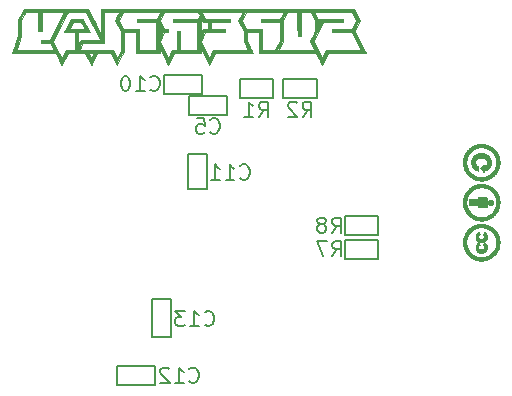
<source format=gbr>
G04 #@! TF.FileFunction,Other,ECO2*
%FSLAX46Y46*%
G04 Gerber Fmt 4.6, Leading zero omitted, Abs format (unit mm)*
G04 Created by KiCad (PCBNEW 4.0.5) date 02/11/17 17:41:13*
%MOMM*%
%LPD*%
G01*
G04 APERTURE LIST*
%ADD10C,0.100000*%
%ADD11C,0.200000*%
%ADD12C,0.010000*%
G04 APERTURE END LIST*
D10*
D11*
X101616666Y-79588095D02*
X102049999Y-78969048D01*
X102359523Y-79588095D02*
X102359523Y-78288095D01*
X101864285Y-78288095D01*
X101740476Y-78350000D01*
X101678571Y-78411905D01*
X101616666Y-78535714D01*
X101616666Y-78721429D01*
X101678571Y-78845238D01*
X101740476Y-78907143D01*
X101864285Y-78969048D01*
X102359523Y-78969048D01*
X101183333Y-78288095D02*
X100316666Y-78288095D01*
X100873809Y-79588095D01*
X101616666Y-77588095D02*
X102049999Y-76969048D01*
X102359523Y-77588095D02*
X102359523Y-76288095D01*
X101864285Y-76288095D01*
X101740476Y-76350000D01*
X101678571Y-76411905D01*
X101616666Y-76535714D01*
X101616666Y-76721429D01*
X101678571Y-76845238D01*
X101740476Y-76907143D01*
X101864285Y-76969048D01*
X102359523Y-76969048D01*
X100873809Y-76845238D02*
X100997618Y-76783333D01*
X101059523Y-76721429D01*
X101121428Y-76597619D01*
X101121428Y-76535714D01*
X101059523Y-76411905D01*
X100997618Y-76350000D01*
X100873809Y-76288095D01*
X100626190Y-76288095D01*
X100502380Y-76350000D01*
X100440476Y-76411905D01*
X100378571Y-76535714D01*
X100378571Y-76597619D01*
X100440476Y-76721429D01*
X100502380Y-76783333D01*
X100626190Y-76845238D01*
X100873809Y-76845238D01*
X100997618Y-76907143D01*
X101059523Y-76969048D01*
X101121428Y-77092857D01*
X101121428Y-77340476D01*
X101059523Y-77464286D01*
X100997618Y-77526190D01*
X100873809Y-77588095D01*
X100626190Y-77588095D01*
X100502380Y-77526190D01*
X100440476Y-77464286D01*
X100378571Y-77340476D01*
X100378571Y-77092857D01*
X100440476Y-76969048D01*
X100502380Y-76907143D01*
X100626190Y-76845238D01*
X89535714Y-90164286D02*
X89597619Y-90226190D01*
X89783333Y-90288095D01*
X89907143Y-90288095D01*
X90092857Y-90226190D01*
X90216666Y-90102381D01*
X90278571Y-89978571D01*
X90340476Y-89730952D01*
X90340476Y-89545238D01*
X90278571Y-89297619D01*
X90216666Y-89173810D01*
X90092857Y-89050000D01*
X89907143Y-88988095D01*
X89783333Y-88988095D01*
X89597619Y-89050000D01*
X89535714Y-89111905D01*
X88297619Y-90288095D02*
X89040476Y-90288095D01*
X88669047Y-90288095D02*
X88669047Y-88988095D01*
X88792857Y-89173810D01*
X88916666Y-89297619D01*
X89040476Y-89359524D01*
X87802381Y-89111905D02*
X87740476Y-89050000D01*
X87616667Y-88988095D01*
X87307143Y-88988095D01*
X87183333Y-89050000D01*
X87121429Y-89111905D01*
X87059524Y-89235714D01*
X87059524Y-89359524D01*
X87121429Y-89545238D01*
X87864286Y-90288095D01*
X87059524Y-90288095D01*
X90835714Y-85364286D02*
X90897619Y-85426190D01*
X91083333Y-85488095D01*
X91207143Y-85488095D01*
X91392857Y-85426190D01*
X91516666Y-85302381D01*
X91578571Y-85178571D01*
X91640476Y-84930952D01*
X91640476Y-84745238D01*
X91578571Y-84497619D01*
X91516666Y-84373810D01*
X91392857Y-84250000D01*
X91207143Y-84188095D01*
X91083333Y-84188095D01*
X90897619Y-84250000D01*
X90835714Y-84311905D01*
X89597619Y-85488095D02*
X90340476Y-85488095D01*
X89969047Y-85488095D02*
X89969047Y-84188095D01*
X90092857Y-84373810D01*
X90216666Y-84497619D01*
X90340476Y-84559524D01*
X89164286Y-84188095D02*
X88359524Y-84188095D01*
X88792857Y-84683333D01*
X88607143Y-84683333D01*
X88483333Y-84745238D01*
X88421429Y-84807143D01*
X88359524Y-84930952D01*
X88359524Y-85240476D01*
X88421429Y-85364286D01*
X88483333Y-85426190D01*
X88607143Y-85488095D01*
X88978571Y-85488095D01*
X89102381Y-85426190D01*
X89164286Y-85364286D01*
X93835714Y-72964286D02*
X93897619Y-73026190D01*
X94083333Y-73088095D01*
X94207143Y-73088095D01*
X94392857Y-73026190D01*
X94516666Y-72902381D01*
X94578571Y-72778571D01*
X94640476Y-72530952D01*
X94640476Y-72345238D01*
X94578571Y-72097619D01*
X94516666Y-71973810D01*
X94392857Y-71850000D01*
X94207143Y-71788095D01*
X94083333Y-71788095D01*
X93897619Y-71850000D01*
X93835714Y-71911905D01*
X92597619Y-73088095D02*
X93340476Y-73088095D01*
X92969047Y-73088095D02*
X92969047Y-71788095D01*
X93092857Y-71973810D01*
X93216666Y-72097619D01*
X93340476Y-72159524D01*
X91359524Y-73088095D02*
X92102381Y-73088095D01*
X91730952Y-73088095D02*
X91730952Y-71788095D01*
X91854762Y-71973810D01*
X91978571Y-72097619D01*
X92102381Y-72159524D01*
X86235714Y-65464286D02*
X86297619Y-65526190D01*
X86483333Y-65588095D01*
X86607143Y-65588095D01*
X86792857Y-65526190D01*
X86916666Y-65402381D01*
X86978571Y-65278571D01*
X87040476Y-65030952D01*
X87040476Y-64845238D01*
X86978571Y-64597619D01*
X86916666Y-64473810D01*
X86792857Y-64350000D01*
X86607143Y-64288095D01*
X86483333Y-64288095D01*
X86297619Y-64350000D01*
X86235714Y-64411905D01*
X84997619Y-65588095D02*
X85740476Y-65588095D01*
X85369047Y-65588095D02*
X85369047Y-64288095D01*
X85492857Y-64473810D01*
X85616666Y-64597619D01*
X85740476Y-64659524D01*
X84192857Y-64288095D02*
X84069048Y-64288095D01*
X83945238Y-64350000D01*
X83883333Y-64411905D01*
X83821429Y-64535714D01*
X83759524Y-64783333D01*
X83759524Y-65092857D01*
X83821429Y-65340476D01*
X83883333Y-65464286D01*
X83945238Y-65526190D01*
X84069048Y-65588095D01*
X84192857Y-65588095D01*
X84316667Y-65526190D01*
X84378571Y-65464286D01*
X84440476Y-65340476D01*
X84502381Y-65092857D01*
X84502381Y-64783333D01*
X84440476Y-64535714D01*
X84378571Y-64411905D01*
X84316667Y-64350000D01*
X84192857Y-64288095D01*
X91316666Y-69064286D02*
X91378571Y-69126190D01*
X91564285Y-69188095D01*
X91688095Y-69188095D01*
X91873809Y-69126190D01*
X91997618Y-69002381D01*
X92059523Y-68878571D01*
X92121428Y-68630952D01*
X92121428Y-68445238D01*
X92059523Y-68197619D01*
X91997618Y-68073810D01*
X91873809Y-67950000D01*
X91688095Y-67888095D01*
X91564285Y-67888095D01*
X91378571Y-67950000D01*
X91316666Y-68011905D01*
X90140476Y-67888095D02*
X90759523Y-67888095D01*
X90821428Y-68507143D01*
X90759523Y-68445238D01*
X90635714Y-68383333D01*
X90326190Y-68383333D01*
X90202380Y-68445238D01*
X90140476Y-68507143D01*
X90078571Y-68630952D01*
X90078571Y-68940476D01*
X90140476Y-69064286D01*
X90202380Y-69126190D01*
X90326190Y-69188095D01*
X90635714Y-69188095D01*
X90759523Y-69126190D01*
X90821428Y-69064286D01*
X86600000Y-88900000D02*
X83400000Y-88900000D01*
X86600000Y-90500000D02*
X86600000Y-88900000D01*
X83400000Y-90500000D02*
X86600000Y-90500000D01*
X83400000Y-88900000D02*
X83400000Y-90500000D01*
X86400000Y-83200000D02*
X88000000Y-83200000D01*
X86400000Y-83300000D02*
X86400000Y-83200000D01*
X88000000Y-83300000D02*
X88000000Y-83200000D01*
X88000000Y-86400000D02*
X88000000Y-83300000D01*
X86400000Y-86400000D02*
X88000000Y-86400000D01*
X86400000Y-86300000D02*
X86400000Y-86400000D01*
X86400000Y-83300000D02*
X86400000Y-86300000D01*
X102700000Y-79800000D02*
X102700000Y-78200000D01*
X105500000Y-79800000D02*
X102700000Y-79800000D01*
X105500000Y-78200000D02*
X105500000Y-79800000D01*
X102700000Y-78200000D02*
X105500000Y-78200000D01*
X105500000Y-76200000D02*
X102700000Y-76200000D01*
X105500000Y-77800000D02*
X105500000Y-76200000D01*
X102700000Y-77800000D02*
X105500000Y-77800000D01*
X102700000Y-76200000D02*
X102700000Y-77800000D01*
X89400000Y-73900000D02*
X89400000Y-70900000D01*
X91000000Y-73900000D02*
X89400000Y-73900000D01*
X91000000Y-70900000D02*
X91000000Y-73900000D01*
X89400000Y-70900000D02*
X91000000Y-70900000D01*
X87400000Y-64200000D02*
X90600000Y-64200000D01*
X87400000Y-64200000D02*
X87400000Y-65800000D01*
X90600000Y-65800000D02*
X87400000Y-65800000D01*
X90600000Y-64200000D02*
X90600000Y-65800000D01*
X89500000Y-66000000D02*
X92700000Y-66000000D01*
X89500000Y-67600000D02*
X89500000Y-66000000D01*
X92700000Y-67600000D02*
X89500000Y-67600000D01*
X92700000Y-66000000D02*
X92700000Y-67600000D01*
X93800000Y-64600000D02*
X96600000Y-64600000D01*
X93800000Y-66200000D02*
X93800000Y-64600000D01*
X96600000Y-66200000D02*
X93800000Y-66200000D01*
X96600000Y-64600000D02*
X96600000Y-66200000D01*
X97500000Y-64600000D02*
X97600000Y-64600000D01*
X97500000Y-66200000D02*
X97500000Y-64600000D01*
X100300000Y-66200000D02*
X97500000Y-66200000D01*
X100300000Y-64600000D02*
X100300000Y-66200000D01*
X100200000Y-64600000D02*
X100300000Y-64600000D01*
X97600000Y-64600000D02*
X100200000Y-64600000D01*
X95416666Y-67788095D02*
X95849999Y-67169048D01*
X96159523Y-67788095D02*
X96159523Y-66488095D01*
X95664285Y-66488095D01*
X95540476Y-66550000D01*
X95478571Y-66611905D01*
X95416666Y-66735714D01*
X95416666Y-66921429D01*
X95478571Y-67045238D01*
X95540476Y-67107143D01*
X95664285Y-67169048D01*
X96159523Y-67169048D01*
X94178571Y-67788095D02*
X94921428Y-67788095D01*
X94549999Y-67788095D02*
X94549999Y-66488095D01*
X94673809Y-66673810D01*
X94797618Y-66797619D01*
X94921428Y-66859524D01*
X99116666Y-67788095D02*
X99549999Y-67169048D01*
X99859523Y-67788095D02*
X99859523Y-66488095D01*
X99364285Y-66488095D01*
X99240476Y-66550000D01*
X99178571Y-66611905D01*
X99116666Y-66735714D01*
X99116666Y-66921429D01*
X99178571Y-67045238D01*
X99240476Y-67107143D01*
X99364285Y-67169048D01*
X99859523Y-67169048D01*
X98621428Y-66611905D02*
X98559523Y-66550000D01*
X98435714Y-66488095D01*
X98126190Y-66488095D01*
X98002380Y-66550000D01*
X97940476Y-66611905D01*
X97878571Y-66735714D01*
X97878571Y-66859524D01*
X97940476Y-67045238D01*
X98683333Y-67788095D01*
X97878571Y-67788095D01*
D12*
G36*
X81513473Y-59709648D02*
X82058742Y-60799731D01*
X82058922Y-59709648D01*
X82059103Y-58619565D01*
X103461869Y-58619565D01*
X103711387Y-59118613D01*
X103960905Y-59617662D01*
X103744940Y-60049132D01*
X103720065Y-60098865D01*
X103695998Y-60147052D01*
X103672900Y-60193368D01*
X103650931Y-60237486D01*
X103630254Y-60279082D01*
X103611029Y-60317828D01*
X103593416Y-60353401D01*
X103577578Y-60385474D01*
X103563675Y-60413721D01*
X103551868Y-60437816D01*
X103542318Y-60457435D01*
X103535186Y-60472252D01*
X103530634Y-60481940D01*
X103528821Y-60486174D01*
X103528795Y-60486304D01*
X103530221Y-60489632D01*
X103534453Y-60498564D01*
X103541383Y-60512880D01*
X103550902Y-60532360D01*
X103562900Y-60556785D01*
X103577268Y-60585935D01*
X103593897Y-60619589D01*
X103612678Y-60657529D01*
X103633501Y-60699534D01*
X103656258Y-60745385D01*
X103680840Y-60794862D01*
X103707136Y-60847746D01*
X103735039Y-60903816D01*
X103764438Y-60962852D01*
X103795225Y-61024636D01*
X103827290Y-61088946D01*
X103860525Y-61155564D01*
X103894820Y-61224270D01*
X103930066Y-61294844D01*
X103966154Y-61367066D01*
X103994283Y-61423336D01*
X104459951Y-62354667D01*
X101289824Y-62354667D01*
X101033314Y-62867699D01*
X101006204Y-62921886D01*
X100979862Y-62974469D01*
X100954437Y-63025153D01*
X100930077Y-63073648D01*
X100906930Y-63119659D01*
X100885144Y-63162895D01*
X100864868Y-63203061D01*
X100846250Y-63239865D01*
X100829438Y-63273014D01*
X100814581Y-63302216D01*
X100801826Y-63327177D01*
X100791322Y-63347605D01*
X100783217Y-63363206D01*
X100777659Y-63373688D01*
X100774797Y-63378758D01*
X100774434Y-63379203D01*
X100772751Y-63376174D01*
X100768308Y-63367614D01*
X100761254Y-63353818D01*
X100751738Y-63335081D01*
X100739909Y-63311698D01*
X100725914Y-63283966D01*
X100709903Y-63252181D01*
X100692025Y-63216637D01*
X100672427Y-63177630D01*
X100651260Y-63135456D01*
X100628670Y-63090411D01*
X100604808Y-63042790D01*
X100579821Y-62992888D01*
X100553858Y-62941002D01*
X100527068Y-62887427D01*
X100516444Y-62866171D01*
X100260825Y-62354667D01*
X95433180Y-62354667D01*
X95433180Y-60615724D01*
X94912968Y-60616548D01*
X94392757Y-60617372D01*
X94391928Y-60969854D01*
X94391099Y-61322335D01*
X94648370Y-61836869D01*
X94675518Y-61891172D01*
X94701871Y-61943904D01*
X94727282Y-61994769D01*
X94751606Y-62043475D01*
X94774695Y-62089725D01*
X94796402Y-62133226D01*
X94816580Y-62173683D01*
X94835083Y-62210801D01*
X94851764Y-62244286D01*
X94866476Y-62273843D01*
X94879073Y-62299178D01*
X94889406Y-62319996D01*
X94897330Y-62336002D01*
X94902698Y-62346902D01*
X94905363Y-62352402D01*
X94905641Y-62353035D01*
X94902418Y-62353139D01*
X94892879Y-62353242D01*
X94877223Y-62353342D01*
X94855647Y-62353441D01*
X94828349Y-62353537D01*
X94795526Y-62353631D01*
X94757377Y-62353722D01*
X94714098Y-62353810D01*
X94665888Y-62353895D01*
X94612943Y-62353977D01*
X94555463Y-62354055D01*
X94493644Y-62354130D01*
X94427684Y-62354200D01*
X94357781Y-62354267D01*
X94284132Y-62354329D01*
X94206935Y-62354386D01*
X94126388Y-62354439D01*
X94042689Y-62354487D01*
X93956034Y-62354530D01*
X93866622Y-62354567D01*
X93774651Y-62354599D01*
X93680317Y-62354625D01*
X93583819Y-62354645D01*
X93485355Y-62354658D01*
X93385121Y-62354666D01*
X93321396Y-62354667D01*
X91737151Y-62354667D01*
X91480715Y-62867552D01*
X91453608Y-62921750D01*
X91427277Y-62974360D01*
X91401870Y-63025086D01*
X91377537Y-63073636D01*
X91354424Y-63119715D01*
X91332679Y-63163030D01*
X91312451Y-63203285D01*
X91293887Y-63240188D01*
X91277135Y-63273444D01*
X91262343Y-63302759D01*
X91249660Y-63327840D01*
X91239233Y-63348392D01*
X91231209Y-63364121D01*
X91225737Y-63374734D01*
X91222966Y-63379936D01*
X91222643Y-63380436D01*
X91221061Y-63377565D01*
X91216689Y-63369113D01*
X91209651Y-63355328D01*
X91200071Y-63336453D01*
X91188071Y-63312736D01*
X91173776Y-63284420D01*
X91157308Y-63251752D01*
X91138791Y-63214977D01*
X91118348Y-63174340D01*
X91096103Y-63130087D01*
X91072179Y-63082464D01*
X91046700Y-63031715D01*
X91019789Y-62978086D01*
X90991569Y-62921823D01*
X90962164Y-62863171D01*
X90931696Y-62802376D01*
X90900291Y-62739682D01*
X90868070Y-62675336D01*
X90853035Y-62645302D01*
X90485064Y-61910167D01*
X90484228Y-62132417D01*
X90483391Y-62354667D01*
X88262562Y-62354667D01*
X88006125Y-62867552D01*
X87979018Y-62921750D01*
X87952687Y-62974360D01*
X87927281Y-63025086D01*
X87902947Y-63073636D01*
X87879834Y-63119715D01*
X87858089Y-63163030D01*
X87837861Y-63203285D01*
X87819297Y-63240188D01*
X87802545Y-63273444D01*
X87787754Y-63302759D01*
X87775070Y-63327840D01*
X87764643Y-63348392D01*
X87756619Y-63364121D01*
X87751148Y-63374734D01*
X87748376Y-63379936D01*
X87748053Y-63380436D01*
X87746472Y-63377564D01*
X87742102Y-63369112D01*
X87735066Y-63355324D01*
X87725489Y-63336446D01*
X87713493Y-63312724D01*
X87699201Y-63284401D01*
X87682737Y-63251724D01*
X87664224Y-63214938D01*
X87643784Y-63174288D01*
X87621542Y-63130019D01*
X87597621Y-63082377D01*
X87572143Y-63031606D01*
X87545232Y-62977952D01*
X87517011Y-62921659D01*
X87487604Y-62862974D01*
X87457133Y-62802142D01*
X87425722Y-62739407D01*
X87393494Y-62675015D01*
X87377813Y-62643673D01*
X87009209Y-61906911D01*
X87009028Y-62130789D01*
X87008846Y-62354667D01*
X85012667Y-62354667D01*
X85012667Y-60615744D01*
X83970616Y-60615744D01*
X83970436Y-61435545D01*
X83970255Y-62255347D01*
X83687937Y-62819526D01*
X83405618Y-63383705D01*
X82891132Y-62354667D01*
X81748099Y-62354667D01*
X81492479Y-62866171D01*
X81465406Y-62920326D01*
X81439100Y-62972909D01*
X81413710Y-63023623D01*
X81389385Y-63072172D01*
X81366273Y-63118262D01*
X81344525Y-63161596D01*
X81324287Y-63201878D01*
X81305710Y-63238813D01*
X81288941Y-63272105D01*
X81274129Y-63301459D01*
X81261424Y-63326579D01*
X81250974Y-63347169D01*
X81242928Y-63362934D01*
X81237434Y-63373577D01*
X81234642Y-63378803D01*
X81234318Y-63379309D01*
X81232623Y-63376616D01*
X81228181Y-63368381D01*
X81221140Y-63354900D01*
X81211648Y-63336463D01*
X81199852Y-63313366D01*
X81185900Y-63285900D01*
X81169941Y-63254359D01*
X81152122Y-63219037D01*
X81132590Y-63180227D01*
X81111495Y-63138221D01*
X81088982Y-63093313D01*
X81065201Y-63045796D01*
X81040300Y-62995963D01*
X81014425Y-62944108D01*
X80987725Y-62890524D01*
X80976416Y-62867805D01*
X80721056Y-62354667D01*
X81010529Y-62354667D01*
X81121257Y-62576103D01*
X81138969Y-62611463D01*
X81155870Y-62645079D01*
X81171729Y-62676503D01*
X81186318Y-62705288D01*
X81199408Y-62730986D01*
X81210770Y-62753149D01*
X81220175Y-62771329D01*
X81227394Y-62785078D01*
X81232199Y-62793949D01*
X81234360Y-62797493D01*
X81234433Y-62797539D01*
X81236245Y-62794698D01*
X81240729Y-62786476D01*
X81247654Y-62773322D01*
X81256790Y-62755685D01*
X81267908Y-62734015D01*
X81280778Y-62708762D01*
X81295171Y-62680375D01*
X81310856Y-62649303D01*
X81327603Y-62615997D01*
X81345184Y-62580906D01*
X81346774Y-62577725D01*
X81364389Y-62542470D01*
X81381130Y-62508922D01*
X81396774Y-62477534D01*
X81411095Y-62448757D01*
X81423869Y-62423046D01*
X81434870Y-62400854D01*
X81443875Y-62382634D01*
X81450657Y-62368838D01*
X81454992Y-62359921D01*
X81456656Y-62356334D01*
X81456667Y-62356289D01*
X81453498Y-62356017D01*
X81444344Y-62355759D01*
X81429730Y-62355519D01*
X81410183Y-62355301D01*
X81386231Y-62355109D01*
X81358399Y-62354947D01*
X81327216Y-62354818D01*
X81293206Y-62354726D01*
X81256898Y-62354676D01*
X81233598Y-62354667D01*
X81010529Y-62354667D01*
X80721056Y-62354667D01*
X79230894Y-62354667D01*
X78975274Y-62866171D01*
X78948202Y-62920324D01*
X78921900Y-62972903D01*
X78896515Y-63023613D01*
X78872197Y-63072157D01*
X78849094Y-63118240D01*
X78827355Y-63161568D01*
X78807129Y-63201843D01*
X78788563Y-63238770D01*
X78771808Y-63272055D01*
X78757010Y-63301400D01*
X78744320Y-63326511D01*
X78733885Y-63347092D01*
X78725855Y-63362848D01*
X78720378Y-63373482D01*
X78717602Y-63378700D01*
X78717284Y-63379203D01*
X78715602Y-63376501D01*
X78711162Y-63368264D01*
X78704112Y-63354783D01*
X78694601Y-63336354D01*
X78682777Y-63313267D01*
X78668787Y-63285816D01*
X78652780Y-63254294D01*
X78634905Y-63218994D01*
X78615310Y-63180209D01*
X78594142Y-63138231D01*
X78571551Y-63093354D01*
X78547684Y-63045870D01*
X78522689Y-62996072D01*
X78496716Y-62944254D01*
X78469911Y-62890707D01*
X78458404Y-62867699D01*
X78201894Y-62354667D01*
X76370973Y-62354667D01*
X76262074Y-62354666D01*
X76154806Y-62354661D01*
X76049353Y-62354654D01*
X75945900Y-62354645D01*
X75844628Y-62354632D01*
X75745724Y-62354617D01*
X75649370Y-62354600D01*
X75555750Y-62354581D01*
X75465048Y-62354559D01*
X75377449Y-62354535D01*
X75293135Y-62354508D01*
X75212292Y-62354480D01*
X75135101Y-62354450D01*
X75061749Y-62354418D01*
X74992417Y-62354384D01*
X74927291Y-62354349D01*
X74866554Y-62354312D01*
X74810390Y-62354273D01*
X74758983Y-62354233D01*
X74712516Y-62354192D01*
X74671174Y-62354150D01*
X74635141Y-62354106D01*
X74604599Y-62354061D01*
X74579734Y-62354015D01*
X74560729Y-62353968D01*
X74547768Y-62353920D01*
X74541034Y-62353872D01*
X74540052Y-62353845D01*
X74541067Y-62350724D01*
X74544052Y-62341696D01*
X74548917Y-62327028D01*
X74555573Y-62306991D01*
X74563930Y-62281856D01*
X74573897Y-62251891D01*
X74585386Y-62217368D01*
X74598305Y-62178554D01*
X74612566Y-62135722D01*
X74626709Y-62093250D01*
X74901513Y-62093250D01*
X74904737Y-62093308D01*
X74914275Y-62093364D01*
X74929931Y-62093420D01*
X74951507Y-62093475D01*
X74978805Y-62093528D01*
X75011628Y-62093580D01*
X75049778Y-62093631D01*
X75093056Y-62093680D01*
X75141267Y-62093727D01*
X75194211Y-62093772D01*
X75251691Y-62093815D01*
X75313510Y-62093857D01*
X75379470Y-62093896D01*
X75449373Y-62093932D01*
X75523022Y-62093967D01*
X75600219Y-62093999D01*
X75680766Y-62094028D01*
X75764466Y-62094054D01*
X75851120Y-62094078D01*
X75940532Y-62094099D01*
X76032503Y-62094116D01*
X76126837Y-62094131D01*
X76223335Y-62094142D01*
X76321799Y-62094149D01*
X76422033Y-62094154D01*
X76485757Y-62094154D01*
X76586999Y-62094151D01*
X76686597Y-62094141D01*
X76784353Y-62094125D01*
X76880067Y-62094103D01*
X76973545Y-62094074D01*
X77064586Y-62094041D01*
X77152994Y-62094001D01*
X77238571Y-62093957D01*
X77321120Y-62093907D01*
X77400443Y-62093852D01*
X77476341Y-62093793D01*
X77548618Y-62093729D01*
X77617076Y-62093661D01*
X77681517Y-62093589D01*
X77741744Y-62093513D01*
X77797558Y-62093433D01*
X77848763Y-62093350D01*
X77895160Y-62093264D01*
X77936552Y-62093174D01*
X77972741Y-62093082D01*
X78003529Y-62092987D01*
X78028720Y-62092890D01*
X78048114Y-62092790D01*
X78061516Y-62092688D01*
X78068726Y-62092585D01*
X78070000Y-62092519D01*
X78068574Y-62089444D01*
X78064424Y-62080929D01*
X78057742Y-62067361D01*
X78048719Y-62049124D01*
X78037546Y-62026604D01*
X78024414Y-62000185D01*
X78009517Y-61970252D01*
X77993044Y-61937191D01*
X77975188Y-61901387D01*
X77956139Y-61863223D01*
X77936090Y-61823087D01*
X77918574Y-61788045D01*
X77767147Y-61485206D01*
X76979103Y-61485206D01*
X76979103Y-61354944D01*
X77993484Y-61354944D01*
X78354936Y-62077873D01*
X78716389Y-62800801D01*
X78893056Y-62447478D01*
X79069724Y-62094154D01*
X79887077Y-62094154D01*
X79887077Y-62090902D01*
X80232257Y-62090902D01*
X80235512Y-62091205D01*
X80245273Y-62091494D01*
X80261533Y-62091767D01*
X80284285Y-62092026D01*
X80313522Y-62092270D01*
X80349237Y-62092499D01*
X80391423Y-62092713D01*
X80440073Y-62092913D01*
X80495181Y-62093098D01*
X80556738Y-62093268D01*
X80624739Y-62093423D01*
X80699177Y-62093563D01*
X80780044Y-62093688D01*
X80867333Y-62093799D01*
X80961037Y-62093895D01*
X81061151Y-62093975D01*
X81167666Y-62094041D01*
X81280575Y-62094092D01*
X81399872Y-62094128D01*
X81525550Y-62094148D01*
X81642284Y-62094154D01*
X83052312Y-62094154D01*
X83405618Y-62800802D01*
X83557681Y-62497139D01*
X83709744Y-62193475D01*
X83709923Y-61355759D01*
X83710103Y-60518042D01*
X83485006Y-60067857D01*
X83259908Y-59617672D01*
X83259916Y-59617654D01*
X83551357Y-59617654D01*
X83735742Y-59986443D01*
X83920128Y-60355231D01*
X85273180Y-60355231D01*
X85273180Y-62094154D01*
X86748334Y-62094154D01*
X86748334Y-61354923D01*
X87025117Y-61354923D01*
X87385767Y-62076231D01*
X87417977Y-62140640D01*
X87449429Y-62203506D01*
X87479998Y-62264581D01*
X87509559Y-62323619D01*
X87537989Y-62380370D01*
X87565161Y-62434587D01*
X87590953Y-62486022D01*
X87615239Y-62534427D01*
X87637895Y-62579554D01*
X87658796Y-62621156D01*
X87677818Y-62658984D01*
X87694837Y-62692792D01*
X87709727Y-62722330D01*
X87722365Y-62747351D01*
X87732627Y-62767607D01*
X87740386Y-62782850D01*
X87745519Y-62792833D01*
X87747902Y-62797307D01*
X87748060Y-62797539D01*
X87749696Y-62794684D01*
X87754061Y-62786357D01*
X87760975Y-62772912D01*
X87770258Y-62754704D01*
X87781733Y-62732089D01*
X87795219Y-62705422D01*
X87810537Y-62675057D01*
X87827508Y-62641350D01*
X87845953Y-62604657D01*
X87865693Y-62565331D01*
X87886549Y-62523729D01*
X87908341Y-62480205D01*
X87925526Y-62445847D01*
X88101348Y-62094154D01*
X88487257Y-62094154D01*
X88487257Y-60485413D01*
X88616699Y-60486264D01*
X88746141Y-60487116D01*
X88746962Y-61290635D01*
X88747782Y-62094154D01*
X90222923Y-62094154D01*
X90222923Y-61354497D01*
X90499948Y-61354497D01*
X90859530Y-62076018D01*
X90891657Y-62140461D01*
X90923034Y-62203359D01*
X90953537Y-62264466D01*
X90983042Y-62323533D01*
X91011424Y-62380312D01*
X91038558Y-62434554D01*
X91064320Y-62486012D01*
X91088585Y-62534437D01*
X91111230Y-62579582D01*
X91132128Y-62621198D01*
X91151157Y-62659036D01*
X91168190Y-62692850D01*
X91183104Y-62722391D01*
X91195775Y-62747411D01*
X91206077Y-62767661D01*
X91213885Y-62782893D01*
X91219077Y-62792860D01*
X91221526Y-62797314D01*
X91221703Y-62797539D01*
X91223460Y-62794683D01*
X91227942Y-62786354D01*
X91234968Y-62772906D01*
X91244358Y-62754694D01*
X91255932Y-62732074D01*
X91269509Y-62705401D01*
X91284910Y-62675030D01*
X91301954Y-62641317D01*
X91320461Y-62604616D01*
X91340251Y-62565283D01*
X91361143Y-62523673D01*
X91382958Y-62480141D01*
X91400116Y-62445847D01*
X91575938Y-62094154D01*
X94485570Y-62094154D01*
X94308093Y-61739211D01*
X94130616Y-61384269D01*
X94130616Y-60514786D01*
X93906328Y-60066220D01*
X93682051Y-59617673D01*
X93973498Y-59617673D01*
X94342288Y-60355231D01*
X95693693Y-60355231D01*
X95693693Y-62094154D01*
X96786231Y-62094154D01*
X97077661Y-62094154D01*
X98603292Y-62094154D01*
X98702630Y-62094151D01*
X98800319Y-62094141D01*
X98896157Y-62094124D01*
X98989944Y-62094101D01*
X99081479Y-62094072D01*
X99170558Y-62094036D01*
X99256982Y-62093996D01*
X99340549Y-62093949D01*
X99421057Y-62093898D01*
X99498305Y-62093841D01*
X99572092Y-62093780D01*
X99642215Y-62093714D01*
X99708475Y-62093644D01*
X99770668Y-62093569D01*
X99828594Y-62093491D01*
X99882052Y-62093409D01*
X99930840Y-62093323D01*
X99974756Y-62093234D01*
X100013600Y-62093142D01*
X100047169Y-62093047D01*
X100075262Y-62092949D01*
X100097679Y-62092849D01*
X100114217Y-62092747D01*
X100124675Y-62092642D01*
X100128851Y-62092536D01*
X100128923Y-62092520D01*
X100127495Y-62089460D01*
X100123325Y-62080924D01*
X100116587Y-62067262D01*
X100107456Y-62048823D01*
X100096104Y-62025955D01*
X100082706Y-61999008D01*
X100067434Y-61968330D01*
X100050464Y-61934269D01*
X100031967Y-61897176D01*
X100012119Y-61857399D01*
X99991093Y-61815286D01*
X99969062Y-61771187D01*
X99946200Y-61725451D01*
X99944934Y-61722918D01*
X99760944Y-61354950D01*
X99760947Y-61354944D01*
X100052407Y-61354944D01*
X100413859Y-62077872D01*
X100775312Y-62800801D01*
X100951980Y-62447478D01*
X101128647Y-62094154D01*
X102582631Y-62094154D01*
X102679590Y-62094151D01*
X102774894Y-62094140D01*
X102868339Y-62094123D01*
X102959717Y-62094098D01*
X103048823Y-62094068D01*
X103135450Y-62094031D01*
X103219391Y-62093989D01*
X103300441Y-62093941D01*
X103378393Y-62093887D01*
X103453041Y-62093828D01*
X103524179Y-62093765D01*
X103591599Y-62093696D01*
X103655097Y-62093623D01*
X103714465Y-62093546D01*
X103769497Y-62093465D01*
X103819987Y-62093379D01*
X103865728Y-62093291D01*
X103906515Y-62093198D01*
X103942141Y-62093103D01*
X103972399Y-62093005D01*
X103997083Y-62092904D01*
X104015988Y-62092801D01*
X104028906Y-62092695D01*
X104035631Y-62092588D01*
X104036616Y-62092528D01*
X104035179Y-62089511D01*
X104030952Y-62080916D01*
X104024055Y-62066987D01*
X104014613Y-62047971D01*
X104002748Y-62024113D01*
X103988582Y-61995659D01*
X103972237Y-61962854D01*
X103953837Y-61925945D01*
X103933504Y-61885178D01*
X103911361Y-61840797D01*
X103887530Y-61793048D01*
X103862133Y-61742178D01*
X103835294Y-61688432D01*
X103807135Y-61632056D01*
X103777778Y-61573295D01*
X103747347Y-61512396D01*
X103715963Y-61449603D01*
X103683750Y-61385163D01*
X103667830Y-61353323D01*
X103299045Y-60615744D01*
X101643079Y-60615744D01*
X101643931Y-60486302D01*
X101644782Y-60356859D01*
X102472725Y-60356039D01*
X103300667Y-60355219D01*
X103485060Y-59986446D01*
X103669452Y-59617673D01*
X103485061Y-59248875D01*
X103300671Y-58880077D01*
X101709912Y-58880077D01*
X101608460Y-58880081D01*
X101508652Y-58880090D01*
X101410686Y-58880107D01*
X101314759Y-58880129D01*
X101221068Y-58880157D01*
X101129811Y-58880191D01*
X101041185Y-58880230D01*
X100955387Y-58880274D01*
X100872614Y-58880324D01*
X100793064Y-58880378D01*
X100716933Y-58880437D01*
X100644420Y-58880501D01*
X100575721Y-58880569D01*
X100511033Y-58880641D01*
X100450555Y-58880716D01*
X100394482Y-58880796D01*
X100343013Y-58880879D01*
X100296344Y-58880965D01*
X100254674Y-58881054D01*
X100218198Y-58881146D01*
X100187115Y-58881241D01*
X100161621Y-58881338D01*
X100141914Y-58881437D01*
X100128192Y-58881538D01*
X100120651Y-58881641D01*
X100119154Y-58881712D01*
X100120580Y-58884788D01*
X100124730Y-58893302D01*
X100131412Y-58906870D01*
X100140436Y-58925107D01*
X100151609Y-58947627D01*
X100164740Y-58974047D01*
X100179638Y-59003979D01*
X100196110Y-59037040D01*
X100213967Y-59072845D01*
X100233015Y-59111008D01*
X100253064Y-59151145D01*
X100270581Y-59186187D01*
X100422007Y-59489026D01*
X102512616Y-59489026D01*
X102512616Y-59749539D01*
X100855101Y-59749539D01*
X100453754Y-60552241D01*
X100052407Y-61354944D01*
X99760947Y-61354944D01*
X99985639Y-60905570D01*
X100210334Y-60456189D01*
X100210334Y-59749539D01*
X100470846Y-59749539D01*
X100471022Y-59841532D01*
X100471198Y-59933526D01*
X100516436Y-59843975D01*
X100527657Y-59821697D01*
X100537876Y-59801283D01*
X100546733Y-59783460D01*
X100553872Y-59768952D01*
X100558933Y-59758486D01*
X100561559Y-59752787D01*
X100561850Y-59751981D01*
X100558854Y-59751104D01*
X100550504Y-59750366D01*
X100537960Y-59749831D01*
X100522381Y-59749560D01*
X100516436Y-59749539D01*
X100470846Y-59749539D01*
X100210334Y-59749539D01*
X100210334Y-59648579D01*
X99826072Y-58880077D01*
X98950103Y-58880077D01*
X98950103Y-60921921D01*
X98820660Y-60921070D01*
X98691218Y-60920218D01*
X98690399Y-59900148D01*
X98689580Y-58880077D01*
X97816877Y-58880077D01*
X97624747Y-59264328D01*
X97432616Y-59648579D01*
X97432616Y-61384269D01*
X97255138Y-61739211D01*
X97077661Y-62094154D01*
X96786231Y-62094154D01*
X97172103Y-61322378D01*
X97172103Y-59749539D01*
X95563436Y-59749539D01*
X95563436Y-59489026D01*
X97220942Y-59489026D01*
X97372369Y-59186187D01*
X97393112Y-59144687D01*
X97413015Y-59104837D01*
X97431888Y-59067020D01*
X97449539Y-59031624D01*
X97465775Y-58999031D01*
X97480407Y-58969628D01*
X97493241Y-58943800D01*
X97504087Y-58921930D01*
X97512754Y-58904406D01*
X97519049Y-58891611D01*
X97522781Y-58883930D01*
X97523795Y-58881712D01*
X97520572Y-58881608D01*
X97511032Y-58881506D01*
X97495375Y-58881405D01*
X97473797Y-58881306D01*
X97446494Y-58881210D01*
X97413665Y-58881116D01*
X97375507Y-58881025D01*
X97332217Y-58880937D01*
X97283992Y-58880852D01*
X97231030Y-58880770D01*
X97173527Y-58880692D01*
X97111681Y-58880617D01*
X97045690Y-58880547D01*
X96975749Y-58880480D01*
X96902058Y-58880418D01*
X96824813Y-58880360D01*
X96744210Y-58880307D01*
X96660449Y-58880259D01*
X96573725Y-58880217D01*
X96484236Y-58880179D01*
X96392179Y-58880147D01*
X96297752Y-58880121D01*
X96201152Y-58880101D01*
X96102575Y-58880087D01*
X96002220Y-58880079D01*
X95933037Y-58880077D01*
X94342278Y-58880077D01*
X93973498Y-59617673D01*
X93682051Y-59617673D01*
X93682040Y-59617653D01*
X93865443Y-59251308D01*
X93888325Y-59205584D01*
X93910388Y-59161468D01*
X93931455Y-59119309D01*
X93951353Y-59079459D01*
X93969907Y-59042269D01*
X93986943Y-59008087D01*
X94002286Y-58977266D01*
X94015762Y-58950155D01*
X94027196Y-58927106D01*
X94036414Y-58908468D01*
X94043241Y-58894592D01*
X94047502Y-58885829D01*
X94049024Y-58882529D01*
X94049026Y-58882520D01*
X94045812Y-58882371D01*
X94036273Y-58882224D01*
X94020599Y-58882080D01*
X93998978Y-58881939D01*
X93971597Y-58881801D01*
X93938646Y-58881666D01*
X93900313Y-58881535D01*
X93856786Y-58881408D01*
X93808254Y-58881284D01*
X93754905Y-58881166D01*
X93696928Y-58881052D01*
X93634512Y-58880942D01*
X93567844Y-58880839D01*
X93497113Y-58880740D01*
X93422508Y-58880647D01*
X93344217Y-58880561D01*
X93262429Y-58880480D01*
X93177331Y-58880406D01*
X93089114Y-58880339D01*
X92997964Y-58880279D01*
X92904070Y-58880226D01*
X92807621Y-58880181D01*
X92708806Y-58880143D01*
X92607812Y-58880114D01*
X92504829Y-58880093D01*
X92400044Y-58880081D01*
X92307028Y-58880077D01*
X90564851Y-58880077D01*
X90717078Y-59184552D01*
X90869304Y-59489026D01*
X92958308Y-59489026D01*
X92958308Y-59749539D01*
X91352898Y-59749539D01*
X91352898Y-60355231D01*
X92525205Y-60355231D01*
X92525205Y-60615744D01*
X90869307Y-60615744D01*
X90684628Y-60985120D01*
X90499948Y-61354497D01*
X90222923Y-61354497D01*
X90222923Y-59749549D01*
X89202853Y-59748730D01*
X88182782Y-59747911D01*
X88182119Y-59646962D01*
X90483787Y-59646962D01*
X90483790Y-60224975D01*
X90483794Y-60802988D01*
X90595966Y-60579109D01*
X90708138Y-60355231D01*
X91092385Y-60355231D01*
X91092385Y-59749539D01*
X90708144Y-59749539D01*
X90639347Y-59611975D01*
X90570550Y-59474412D01*
X90527168Y-59560687D01*
X90483787Y-59646962D01*
X88182119Y-59646962D01*
X88181931Y-59618468D01*
X88181079Y-59489026D01*
X90271756Y-59489026D01*
X90348289Y-59335986D01*
X90424823Y-59182946D01*
X90349127Y-59031512D01*
X90273430Y-58880077D01*
X87394718Y-58880077D01*
X87209923Y-59249685D01*
X87025127Y-59619292D01*
X87209118Y-59987262D01*
X87393108Y-60355231D01*
X87748052Y-60355231D01*
X87748052Y-60615688D01*
X87571391Y-60616530D01*
X87394731Y-60617372D01*
X87209924Y-60986147D01*
X87025117Y-61354923D01*
X86748334Y-61354923D01*
X86748334Y-60531538D01*
X87009012Y-60531538D01*
X87009025Y-60574317D01*
X87009062Y-60614742D01*
X87009121Y-60652372D01*
X87009201Y-60686767D01*
X87009301Y-60717486D01*
X87009418Y-60744090D01*
X87009552Y-60766137D01*
X87009700Y-60783188D01*
X87009862Y-60794802D01*
X87010035Y-60800540D01*
X87010116Y-60801088D01*
X87011770Y-60798001D01*
X87016061Y-60789624D01*
X87022717Y-60776498D01*
X87031467Y-60759160D01*
X87042038Y-60738149D01*
X87054161Y-60714005D01*
X87067564Y-60687266D01*
X87081974Y-60658471D01*
X87089497Y-60643423D01*
X87167610Y-60487116D01*
X87009202Y-60171244D01*
X87009024Y-60486844D01*
X87009012Y-60531538D01*
X86748334Y-60531538D01*
X86748334Y-59703949D01*
X85142923Y-59703949D01*
X85142923Y-59443436D01*
X86821620Y-59443436D01*
X86962449Y-59161757D01*
X87103277Y-58880077D01*
X83920128Y-58880077D01*
X83735742Y-59248866D01*
X83551357Y-59617654D01*
X83259916Y-59617654D01*
X83444299Y-59248875D01*
X83628689Y-58880077D01*
X82319616Y-58880077D01*
X82319616Y-61485206D01*
X80533458Y-61485206D01*
X80382857Y-61786428D01*
X80362163Y-61827850D01*
X80342310Y-61867650D01*
X80323489Y-61905438D01*
X80305894Y-61940826D01*
X80289716Y-61973425D01*
X80275148Y-62002846D01*
X80262382Y-62028702D01*
X80251611Y-62050602D01*
X80243026Y-62068159D01*
X80236819Y-62080983D01*
X80233184Y-62088686D01*
X80232257Y-62090902D01*
X79887077Y-62090902D01*
X79887077Y-60615744D01*
X78939458Y-60615744D01*
X79070527Y-60353608D01*
X79362795Y-60353608D01*
X79366000Y-60353768D01*
X79375411Y-60353924D01*
X79390721Y-60354075D01*
X79411622Y-60354221D01*
X79437807Y-60354359D01*
X79468969Y-60354490D01*
X79504802Y-60354613D01*
X79544997Y-60354728D01*
X79589248Y-60354832D01*
X79637248Y-60354926D01*
X79688690Y-60355009D01*
X79743265Y-60355080D01*
X79800668Y-60355138D01*
X79860592Y-60355183D01*
X79922728Y-60355214D01*
X79986770Y-60355229D01*
X80018965Y-60355231D01*
X80675135Y-60355231D01*
X80372275Y-59749539D01*
X79663997Y-59749539D01*
X79513396Y-60050761D01*
X79492711Y-60092149D01*
X79472867Y-60131885D01*
X79454054Y-60169586D01*
X79436465Y-60204864D01*
X79420292Y-60237333D01*
X79405726Y-60266607D01*
X79392960Y-60292301D01*
X79382186Y-60314028D01*
X79373596Y-60331402D01*
X79367382Y-60344037D01*
X79363735Y-60351547D01*
X79362795Y-60353608D01*
X79070527Y-60353608D01*
X79502824Y-59489026D01*
X80533483Y-59489026D01*
X80814344Y-60050759D01*
X80842725Y-60107529D01*
X80870317Y-60162739D01*
X80896981Y-60216107D01*
X80922575Y-60267352D01*
X80946960Y-60316190D01*
X80969995Y-60362341D01*
X80991539Y-60405523D01*
X81011453Y-60445454D01*
X81029594Y-60481853D01*
X81045824Y-60514436D01*
X81060001Y-60542923D01*
X81071985Y-60567031D01*
X81081636Y-60586480D01*
X81088812Y-60600986D01*
X81093374Y-60610269D01*
X81095180Y-60614046D01*
X81095205Y-60614118D01*
X81092009Y-60614307D01*
X81082662Y-60614490D01*
X81067527Y-60614665D01*
X81046964Y-60614832D01*
X81021337Y-60614989D01*
X80991007Y-60615134D01*
X80956336Y-60615267D01*
X80917687Y-60615386D01*
X80875421Y-60615490D01*
X80829900Y-60615579D01*
X80781487Y-60615649D01*
X80730543Y-60615701D01*
X80677430Y-60615733D01*
X80622924Y-60615744D01*
X80555751Y-60615754D01*
X80494826Y-60615787D01*
X80439882Y-60615843D01*
X80390654Y-60615926D01*
X80346877Y-60616038D01*
X80308284Y-60616182D01*
X80274611Y-60616358D01*
X80245591Y-60616571D01*
X80220959Y-60616821D01*
X80200450Y-60617111D01*
X80183797Y-60617445D01*
X80170735Y-60617823D01*
X80160999Y-60618248D01*
X80154324Y-60618722D01*
X80150442Y-60619249D01*
X80149094Y-60619815D01*
X80148928Y-60623470D01*
X80148777Y-60633290D01*
X80148641Y-60648927D01*
X80148522Y-60670035D01*
X80148419Y-60696264D01*
X80148334Y-60727267D01*
X80148266Y-60762698D01*
X80148216Y-60802206D01*
X80148184Y-60845446D01*
X80148172Y-60892070D01*
X80148179Y-60941729D01*
X80148206Y-60994076D01*
X80148253Y-61048764D01*
X80148321Y-61105444D01*
X80148382Y-61146539D01*
X80149218Y-61669193D01*
X80372292Y-61224693D01*
X81174992Y-61224693D01*
X81246827Y-61224686D01*
X81316936Y-61224667D01*
X81385043Y-61224636D01*
X81450870Y-61224593D01*
X81514138Y-61224539D01*
X81574571Y-61224475D01*
X81631890Y-61224401D01*
X81685819Y-61224318D01*
X81736078Y-61224226D01*
X81782391Y-61224126D01*
X81824480Y-61224019D01*
X81862068Y-61223904D01*
X81894875Y-61223783D01*
X81922626Y-61223656D01*
X81945041Y-61223524D01*
X81961845Y-61223387D01*
X81972757Y-61223246D01*
X81977502Y-61223101D01*
X81977693Y-61223066D01*
X81976252Y-61220070D01*
X81971996Y-61211445D01*
X81965020Y-61197385D01*
X81955424Y-61178084D01*
X81943303Y-61153738D01*
X81928755Y-61124541D01*
X81911877Y-61090688D01*
X81892768Y-61052374D01*
X81871523Y-61009794D01*
X81848240Y-60963143D01*
X81823018Y-60912615D01*
X81795951Y-60858406D01*
X81767139Y-60800710D01*
X81736679Y-60739722D01*
X81704667Y-60675637D01*
X81671201Y-60608650D01*
X81636378Y-60538956D01*
X81600296Y-60466749D01*
X81563052Y-60392224D01*
X81524742Y-60315577D01*
X81485466Y-60237001D01*
X81445319Y-60156693D01*
X81404398Y-60074846D01*
X81392355Y-60050758D01*
X80807017Y-58880077D01*
X79230904Y-58880077D01*
X78612194Y-60117511D01*
X77993484Y-61354944D01*
X76979103Y-61354944D01*
X76979103Y-61224693D01*
X77767152Y-61224693D01*
X78939464Y-58880077D01*
X77021436Y-58880077D01*
X77021436Y-60485488D01*
X76760923Y-60485488D01*
X76760923Y-58880077D01*
X75670031Y-58880077D01*
X75478715Y-59261891D01*
X75287398Y-59643706D01*
X75285769Y-60296616D01*
X75284141Y-60949526D01*
X75092827Y-61520936D01*
X75073099Y-61579865D01*
X75053932Y-61637126D01*
X75035428Y-61692416D01*
X75017689Y-61745428D01*
X75000817Y-61795860D01*
X74984914Y-61843405D01*
X74970081Y-61887761D01*
X74956421Y-61928621D01*
X74944034Y-61965683D01*
X74933023Y-61998640D01*
X74923490Y-62027189D01*
X74915537Y-62051025D01*
X74909265Y-62069843D01*
X74904775Y-62083340D01*
X74902171Y-62091209D01*
X74901513Y-62093250D01*
X74626709Y-62093250D01*
X74628078Y-62089139D01*
X74644751Y-62039077D01*
X74662496Y-61985805D01*
X74681223Y-61929592D01*
X74700842Y-61870710D01*
X74721263Y-61809427D01*
X74742396Y-61746014D01*
X74764152Y-61680740D01*
X74782654Y-61625231D01*
X75025257Y-60897440D01*
X75025257Y-59586724D01*
X75267040Y-59103144D01*
X75508823Y-58619565D01*
X80968203Y-58619565D01*
X81513473Y-59709648D01*
X81513473Y-59709648D01*
G37*
X81513473Y-59709648D02*
X82058742Y-60799731D01*
X82058922Y-59709648D01*
X82059103Y-58619565D01*
X103461869Y-58619565D01*
X103711387Y-59118613D01*
X103960905Y-59617662D01*
X103744940Y-60049132D01*
X103720065Y-60098865D01*
X103695998Y-60147052D01*
X103672900Y-60193368D01*
X103650931Y-60237486D01*
X103630254Y-60279082D01*
X103611029Y-60317828D01*
X103593416Y-60353401D01*
X103577578Y-60385474D01*
X103563675Y-60413721D01*
X103551868Y-60437816D01*
X103542318Y-60457435D01*
X103535186Y-60472252D01*
X103530634Y-60481940D01*
X103528821Y-60486174D01*
X103528795Y-60486304D01*
X103530221Y-60489632D01*
X103534453Y-60498564D01*
X103541383Y-60512880D01*
X103550902Y-60532360D01*
X103562900Y-60556785D01*
X103577268Y-60585935D01*
X103593897Y-60619589D01*
X103612678Y-60657529D01*
X103633501Y-60699534D01*
X103656258Y-60745385D01*
X103680840Y-60794862D01*
X103707136Y-60847746D01*
X103735039Y-60903816D01*
X103764438Y-60962852D01*
X103795225Y-61024636D01*
X103827290Y-61088946D01*
X103860525Y-61155564D01*
X103894820Y-61224270D01*
X103930066Y-61294844D01*
X103966154Y-61367066D01*
X103994283Y-61423336D01*
X104459951Y-62354667D01*
X101289824Y-62354667D01*
X101033314Y-62867699D01*
X101006204Y-62921886D01*
X100979862Y-62974469D01*
X100954437Y-63025153D01*
X100930077Y-63073648D01*
X100906930Y-63119659D01*
X100885144Y-63162895D01*
X100864868Y-63203061D01*
X100846250Y-63239865D01*
X100829438Y-63273014D01*
X100814581Y-63302216D01*
X100801826Y-63327177D01*
X100791322Y-63347605D01*
X100783217Y-63363206D01*
X100777659Y-63373688D01*
X100774797Y-63378758D01*
X100774434Y-63379203D01*
X100772751Y-63376174D01*
X100768308Y-63367614D01*
X100761254Y-63353818D01*
X100751738Y-63335081D01*
X100739909Y-63311698D01*
X100725914Y-63283966D01*
X100709903Y-63252181D01*
X100692025Y-63216637D01*
X100672427Y-63177630D01*
X100651260Y-63135456D01*
X100628670Y-63090411D01*
X100604808Y-63042790D01*
X100579821Y-62992888D01*
X100553858Y-62941002D01*
X100527068Y-62887427D01*
X100516444Y-62866171D01*
X100260825Y-62354667D01*
X95433180Y-62354667D01*
X95433180Y-60615724D01*
X94912968Y-60616548D01*
X94392757Y-60617372D01*
X94391928Y-60969854D01*
X94391099Y-61322335D01*
X94648370Y-61836869D01*
X94675518Y-61891172D01*
X94701871Y-61943904D01*
X94727282Y-61994769D01*
X94751606Y-62043475D01*
X94774695Y-62089725D01*
X94796402Y-62133226D01*
X94816580Y-62173683D01*
X94835083Y-62210801D01*
X94851764Y-62244286D01*
X94866476Y-62273843D01*
X94879073Y-62299178D01*
X94889406Y-62319996D01*
X94897330Y-62336002D01*
X94902698Y-62346902D01*
X94905363Y-62352402D01*
X94905641Y-62353035D01*
X94902418Y-62353139D01*
X94892879Y-62353242D01*
X94877223Y-62353342D01*
X94855647Y-62353441D01*
X94828349Y-62353537D01*
X94795526Y-62353631D01*
X94757377Y-62353722D01*
X94714098Y-62353810D01*
X94665888Y-62353895D01*
X94612943Y-62353977D01*
X94555463Y-62354055D01*
X94493644Y-62354130D01*
X94427684Y-62354200D01*
X94357781Y-62354267D01*
X94284132Y-62354329D01*
X94206935Y-62354386D01*
X94126388Y-62354439D01*
X94042689Y-62354487D01*
X93956034Y-62354530D01*
X93866622Y-62354567D01*
X93774651Y-62354599D01*
X93680317Y-62354625D01*
X93583819Y-62354645D01*
X93485355Y-62354658D01*
X93385121Y-62354666D01*
X93321396Y-62354667D01*
X91737151Y-62354667D01*
X91480715Y-62867552D01*
X91453608Y-62921750D01*
X91427277Y-62974360D01*
X91401870Y-63025086D01*
X91377537Y-63073636D01*
X91354424Y-63119715D01*
X91332679Y-63163030D01*
X91312451Y-63203285D01*
X91293887Y-63240188D01*
X91277135Y-63273444D01*
X91262343Y-63302759D01*
X91249660Y-63327840D01*
X91239233Y-63348392D01*
X91231209Y-63364121D01*
X91225737Y-63374734D01*
X91222966Y-63379936D01*
X91222643Y-63380436D01*
X91221061Y-63377565D01*
X91216689Y-63369113D01*
X91209651Y-63355328D01*
X91200071Y-63336453D01*
X91188071Y-63312736D01*
X91173776Y-63284420D01*
X91157308Y-63251752D01*
X91138791Y-63214977D01*
X91118348Y-63174340D01*
X91096103Y-63130087D01*
X91072179Y-63082464D01*
X91046700Y-63031715D01*
X91019789Y-62978086D01*
X90991569Y-62921823D01*
X90962164Y-62863171D01*
X90931696Y-62802376D01*
X90900291Y-62739682D01*
X90868070Y-62675336D01*
X90853035Y-62645302D01*
X90485064Y-61910167D01*
X90484228Y-62132417D01*
X90483391Y-62354667D01*
X88262562Y-62354667D01*
X88006125Y-62867552D01*
X87979018Y-62921750D01*
X87952687Y-62974360D01*
X87927281Y-63025086D01*
X87902947Y-63073636D01*
X87879834Y-63119715D01*
X87858089Y-63163030D01*
X87837861Y-63203285D01*
X87819297Y-63240188D01*
X87802545Y-63273444D01*
X87787754Y-63302759D01*
X87775070Y-63327840D01*
X87764643Y-63348392D01*
X87756619Y-63364121D01*
X87751148Y-63374734D01*
X87748376Y-63379936D01*
X87748053Y-63380436D01*
X87746472Y-63377564D01*
X87742102Y-63369112D01*
X87735066Y-63355324D01*
X87725489Y-63336446D01*
X87713493Y-63312724D01*
X87699201Y-63284401D01*
X87682737Y-63251724D01*
X87664224Y-63214938D01*
X87643784Y-63174288D01*
X87621542Y-63130019D01*
X87597621Y-63082377D01*
X87572143Y-63031606D01*
X87545232Y-62977952D01*
X87517011Y-62921659D01*
X87487604Y-62862974D01*
X87457133Y-62802142D01*
X87425722Y-62739407D01*
X87393494Y-62675015D01*
X87377813Y-62643673D01*
X87009209Y-61906911D01*
X87009028Y-62130789D01*
X87008846Y-62354667D01*
X85012667Y-62354667D01*
X85012667Y-60615744D01*
X83970616Y-60615744D01*
X83970436Y-61435545D01*
X83970255Y-62255347D01*
X83687937Y-62819526D01*
X83405618Y-63383705D01*
X82891132Y-62354667D01*
X81748099Y-62354667D01*
X81492479Y-62866171D01*
X81465406Y-62920326D01*
X81439100Y-62972909D01*
X81413710Y-63023623D01*
X81389385Y-63072172D01*
X81366273Y-63118262D01*
X81344525Y-63161596D01*
X81324287Y-63201878D01*
X81305710Y-63238813D01*
X81288941Y-63272105D01*
X81274129Y-63301459D01*
X81261424Y-63326579D01*
X81250974Y-63347169D01*
X81242928Y-63362934D01*
X81237434Y-63373577D01*
X81234642Y-63378803D01*
X81234318Y-63379309D01*
X81232623Y-63376616D01*
X81228181Y-63368381D01*
X81221140Y-63354900D01*
X81211648Y-63336463D01*
X81199852Y-63313366D01*
X81185900Y-63285900D01*
X81169941Y-63254359D01*
X81152122Y-63219037D01*
X81132590Y-63180227D01*
X81111495Y-63138221D01*
X81088982Y-63093313D01*
X81065201Y-63045796D01*
X81040300Y-62995963D01*
X81014425Y-62944108D01*
X80987725Y-62890524D01*
X80976416Y-62867805D01*
X80721056Y-62354667D01*
X81010529Y-62354667D01*
X81121257Y-62576103D01*
X81138969Y-62611463D01*
X81155870Y-62645079D01*
X81171729Y-62676503D01*
X81186318Y-62705288D01*
X81199408Y-62730986D01*
X81210770Y-62753149D01*
X81220175Y-62771329D01*
X81227394Y-62785078D01*
X81232199Y-62793949D01*
X81234360Y-62797493D01*
X81234433Y-62797539D01*
X81236245Y-62794698D01*
X81240729Y-62786476D01*
X81247654Y-62773322D01*
X81256790Y-62755685D01*
X81267908Y-62734015D01*
X81280778Y-62708762D01*
X81295171Y-62680375D01*
X81310856Y-62649303D01*
X81327603Y-62615997D01*
X81345184Y-62580906D01*
X81346774Y-62577725D01*
X81364389Y-62542470D01*
X81381130Y-62508922D01*
X81396774Y-62477534D01*
X81411095Y-62448757D01*
X81423869Y-62423046D01*
X81434870Y-62400854D01*
X81443875Y-62382634D01*
X81450657Y-62368838D01*
X81454992Y-62359921D01*
X81456656Y-62356334D01*
X81456667Y-62356289D01*
X81453498Y-62356017D01*
X81444344Y-62355759D01*
X81429730Y-62355519D01*
X81410183Y-62355301D01*
X81386231Y-62355109D01*
X81358399Y-62354947D01*
X81327216Y-62354818D01*
X81293206Y-62354726D01*
X81256898Y-62354676D01*
X81233598Y-62354667D01*
X81010529Y-62354667D01*
X80721056Y-62354667D01*
X79230894Y-62354667D01*
X78975274Y-62866171D01*
X78948202Y-62920324D01*
X78921900Y-62972903D01*
X78896515Y-63023613D01*
X78872197Y-63072157D01*
X78849094Y-63118240D01*
X78827355Y-63161568D01*
X78807129Y-63201843D01*
X78788563Y-63238770D01*
X78771808Y-63272055D01*
X78757010Y-63301400D01*
X78744320Y-63326511D01*
X78733885Y-63347092D01*
X78725855Y-63362848D01*
X78720378Y-63373482D01*
X78717602Y-63378700D01*
X78717284Y-63379203D01*
X78715602Y-63376501D01*
X78711162Y-63368264D01*
X78704112Y-63354783D01*
X78694601Y-63336354D01*
X78682777Y-63313267D01*
X78668787Y-63285816D01*
X78652780Y-63254294D01*
X78634905Y-63218994D01*
X78615310Y-63180209D01*
X78594142Y-63138231D01*
X78571551Y-63093354D01*
X78547684Y-63045870D01*
X78522689Y-62996072D01*
X78496716Y-62944254D01*
X78469911Y-62890707D01*
X78458404Y-62867699D01*
X78201894Y-62354667D01*
X76370973Y-62354667D01*
X76262074Y-62354666D01*
X76154806Y-62354661D01*
X76049353Y-62354654D01*
X75945900Y-62354645D01*
X75844628Y-62354632D01*
X75745724Y-62354617D01*
X75649370Y-62354600D01*
X75555750Y-62354581D01*
X75465048Y-62354559D01*
X75377449Y-62354535D01*
X75293135Y-62354508D01*
X75212292Y-62354480D01*
X75135101Y-62354450D01*
X75061749Y-62354418D01*
X74992417Y-62354384D01*
X74927291Y-62354349D01*
X74866554Y-62354312D01*
X74810390Y-62354273D01*
X74758983Y-62354233D01*
X74712516Y-62354192D01*
X74671174Y-62354150D01*
X74635141Y-62354106D01*
X74604599Y-62354061D01*
X74579734Y-62354015D01*
X74560729Y-62353968D01*
X74547768Y-62353920D01*
X74541034Y-62353872D01*
X74540052Y-62353845D01*
X74541067Y-62350724D01*
X74544052Y-62341696D01*
X74548917Y-62327028D01*
X74555573Y-62306991D01*
X74563930Y-62281856D01*
X74573897Y-62251891D01*
X74585386Y-62217368D01*
X74598305Y-62178554D01*
X74612566Y-62135722D01*
X74626709Y-62093250D01*
X74901513Y-62093250D01*
X74904737Y-62093308D01*
X74914275Y-62093364D01*
X74929931Y-62093420D01*
X74951507Y-62093475D01*
X74978805Y-62093528D01*
X75011628Y-62093580D01*
X75049778Y-62093631D01*
X75093056Y-62093680D01*
X75141267Y-62093727D01*
X75194211Y-62093772D01*
X75251691Y-62093815D01*
X75313510Y-62093857D01*
X75379470Y-62093896D01*
X75449373Y-62093932D01*
X75523022Y-62093967D01*
X75600219Y-62093999D01*
X75680766Y-62094028D01*
X75764466Y-62094054D01*
X75851120Y-62094078D01*
X75940532Y-62094099D01*
X76032503Y-62094116D01*
X76126837Y-62094131D01*
X76223335Y-62094142D01*
X76321799Y-62094149D01*
X76422033Y-62094154D01*
X76485757Y-62094154D01*
X76586999Y-62094151D01*
X76686597Y-62094141D01*
X76784353Y-62094125D01*
X76880067Y-62094103D01*
X76973545Y-62094074D01*
X77064586Y-62094041D01*
X77152994Y-62094001D01*
X77238571Y-62093957D01*
X77321120Y-62093907D01*
X77400443Y-62093852D01*
X77476341Y-62093793D01*
X77548618Y-62093729D01*
X77617076Y-62093661D01*
X77681517Y-62093589D01*
X77741744Y-62093513D01*
X77797558Y-62093433D01*
X77848763Y-62093350D01*
X77895160Y-62093264D01*
X77936552Y-62093174D01*
X77972741Y-62093082D01*
X78003529Y-62092987D01*
X78028720Y-62092890D01*
X78048114Y-62092790D01*
X78061516Y-62092688D01*
X78068726Y-62092585D01*
X78070000Y-62092519D01*
X78068574Y-62089444D01*
X78064424Y-62080929D01*
X78057742Y-62067361D01*
X78048719Y-62049124D01*
X78037546Y-62026604D01*
X78024414Y-62000185D01*
X78009517Y-61970252D01*
X77993044Y-61937191D01*
X77975188Y-61901387D01*
X77956139Y-61863223D01*
X77936090Y-61823087D01*
X77918574Y-61788045D01*
X77767147Y-61485206D01*
X76979103Y-61485206D01*
X76979103Y-61354944D01*
X77993484Y-61354944D01*
X78354936Y-62077873D01*
X78716389Y-62800801D01*
X78893056Y-62447478D01*
X79069724Y-62094154D01*
X79887077Y-62094154D01*
X79887077Y-62090902D01*
X80232257Y-62090902D01*
X80235512Y-62091205D01*
X80245273Y-62091494D01*
X80261533Y-62091767D01*
X80284285Y-62092026D01*
X80313522Y-62092270D01*
X80349237Y-62092499D01*
X80391423Y-62092713D01*
X80440073Y-62092913D01*
X80495181Y-62093098D01*
X80556738Y-62093268D01*
X80624739Y-62093423D01*
X80699177Y-62093563D01*
X80780044Y-62093688D01*
X80867333Y-62093799D01*
X80961037Y-62093895D01*
X81061151Y-62093975D01*
X81167666Y-62094041D01*
X81280575Y-62094092D01*
X81399872Y-62094128D01*
X81525550Y-62094148D01*
X81642284Y-62094154D01*
X83052312Y-62094154D01*
X83405618Y-62800802D01*
X83557681Y-62497139D01*
X83709744Y-62193475D01*
X83709923Y-61355759D01*
X83710103Y-60518042D01*
X83485006Y-60067857D01*
X83259908Y-59617672D01*
X83259916Y-59617654D01*
X83551357Y-59617654D01*
X83735742Y-59986443D01*
X83920128Y-60355231D01*
X85273180Y-60355231D01*
X85273180Y-62094154D01*
X86748334Y-62094154D01*
X86748334Y-61354923D01*
X87025117Y-61354923D01*
X87385767Y-62076231D01*
X87417977Y-62140640D01*
X87449429Y-62203506D01*
X87479998Y-62264581D01*
X87509559Y-62323619D01*
X87537989Y-62380370D01*
X87565161Y-62434587D01*
X87590953Y-62486022D01*
X87615239Y-62534427D01*
X87637895Y-62579554D01*
X87658796Y-62621156D01*
X87677818Y-62658984D01*
X87694837Y-62692792D01*
X87709727Y-62722330D01*
X87722365Y-62747351D01*
X87732627Y-62767607D01*
X87740386Y-62782850D01*
X87745519Y-62792833D01*
X87747902Y-62797307D01*
X87748060Y-62797539D01*
X87749696Y-62794684D01*
X87754061Y-62786357D01*
X87760975Y-62772912D01*
X87770258Y-62754704D01*
X87781733Y-62732089D01*
X87795219Y-62705422D01*
X87810537Y-62675057D01*
X87827508Y-62641350D01*
X87845953Y-62604657D01*
X87865693Y-62565331D01*
X87886549Y-62523729D01*
X87908341Y-62480205D01*
X87925526Y-62445847D01*
X88101348Y-62094154D01*
X88487257Y-62094154D01*
X88487257Y-60485413D01*
X88616699Y-60486264D01*
X88746141Y-60487116D01*
X88746962Y-61290635D01*
X88747782Y-62094154D01*
X90222923Y-62094154D01*
X90222923Y-61354497D01*
X90499948Y-61354497D01*
X90859530Y-62076018D01*
X90891657Y-62140461D01*
X90923034Y-62203359D01*
X90953537Y-62264466D01*
X90983042Y-62323533D01*
X91011424Y-62380312D01*
X91038558Y-62434554D01*
X91064320Y-62486012D01*
X91088585Y-62534437D01*
X91111230Y-62579582D01*
X91132128Y-62621198D01*
X91151157Y-62659036D01*
X91168190Y-62692850D01*
X91183104Y-62722391D01*
X91195775Y-62747411D01*
X91206077Y-62767661D01*
X91213885Y-62782893D01*
X91219077Y-62792860D01*
X91221526Y-62797314D01*
X91221703Y-62797539D01*
X91223460Y-62794683D01*
X91227942Y-62786354D01*
X91234968Y-62772906D01*
X91244358Y-62754694D01*
X91255932Y-62732074D01*
X91269509Y-62705401D01*
X91284910Y-62675030D01*
X91301954Y-62641317D01*
X91320461Y-62604616D01*
X91340251Y-62565283D01*
X91361143Y-62523673D01*
X91382958Y-62480141D01*
X91400116Y-62445847D01*
X91575938Y-62094154D01*
X94485570Y-62094154D01*
X94308093Y-61739211D01*
X94130616Y-61384269D01*
X94130616Y-60514786D01*
X93906328Y-60066220D01*
X93682051Y-59617673D01*
X93973498Y-59617673D01*
X94342288Y-60355231D01*
X95693693Y-60355231D01*
X95693693Y-62094154D01*
X96786231Y-62094154D01*
X97077661Y-62094154D01*
X98603292Y-62094154D01*
X98702630Y-62094151D01*
X98800319Y-62094141D01*
X98896157Y-62094124D01*
X98989944Y-62094101D01*
X99081479Y-62094072D01*
X99170558Y-62094036D01*
X99256982Y-62093996D01*
X99340549Y-62093949D01*
X99421057Y-62093898D01*
X99498305Y-62093841D01*
X99572092Y-62093780D01*
X99642215Y-62093714D01*
X99708475Y-62093644D01*
X99770668Y-62093569D01*
X99828594Y-62093491D01*
X99882052Y-62093409D01*
X99930840Y-62093323D01*
X99974756Y-62093234D01*
X100013600Y-62093142D01*
X100047169Y-62093047D01*
X100075262Y-62092949D01*
X100097679Y-62092849D01*
X100114217Y-62092747D01*
X100124675Y-62092642D01*
X100128851Y-62092536D01*
X100128923Y-62092520D01*
X100127495Y-62089460D01*
X100123325Y-62080924D01*
X100116587Y-62067262D01*
X100107456Y-62048823D01*
X100096104Y-62025955D01*
X100082706Y-61999008D01*
X100067434Y-61968330D01*
X100050464Y-61934269D01*
X100031967Y-61897176D01*
X100012119Y-61857399D01*
X99991093Y-61815286D01*
X99969062Y-61771187D01*
X99946200Y-61725451D01*
X99944934Y-61722918D01*
X99760944Y-61354950D01*
X99760947Y-61354944D01*
X100052407Y-61354944D01*
X100413859Y-62077872D01*
X100775312Y-62800801D01*
X100951980Y-62447478D01*
X101128647Y-62094154D01*
X102582631Y-62094154D01*
X102679590Y-62094151D01*
X102774894Y-62094140D01*
X102868339Y-62094123D01*
X102959717Y-62094098D01*
X103048823Y-62094068D01*
X103135450Y-62094031D01*
X103219391Y-62093989D01*
X103300441Y-62093941D01*
X103378393Y-62093887D01*
X103453041Y-62093828D01*
X103524179Y-62093765D01*
X103591599Y-62093696D01*
X103655097Y-62093623D01*
X103714465Y-62093546D01*
X103769497Y-62093465D01*
X103819987Y-62093379D01*
X103865728Y-62093291D01*
X103906515Y-62093198D01*
X103942141Y-62093103D01*
X103972399Y-62093005D01*
X103997083Y-62092904D01*
X104015988Y-62092801D01*
X104028906Y-62092695D01*
X104035631Y-62092588D01*
X104036616Y-62092528D01*
X104035179Y-62089511D01*
X104030952Y-62080916D01*
X104024055Y-62066987D01*
X104014613Y-62047971D01*
X104002748Y-62024113D01*
X103988582Y-61995659D01*
X103972237Y-61962854D01*
X103953837Y-61925945D01*
X103933504Y-61885178D01*
X103911361Y-61840797D01*
X103887530Y-61793048D01*
X103862133Y-61742178D01*
X103835294Y-61688432D01*
X103807135Y-61632056D01*
X103777778Y-61573295D01*
X103747347Y-61512396D01*
X103715963Y-61449603D01*
X103683750Y-61385163D01*
X103667830Y-61353323D01*
X103299045Y-60615744D01*
X101643079Y-60615744D01*
X101643931Y-60486302D01*
X101644782Y-60356859D01*
X102472725Y-60356039D01*
X103300667Y-60355219D01*
X103485060Y-59986446D01*
X103669452Y-59617673D01*
X103485061Y-59248875D01*
X103300671Y-58880077D01*
X101709912Y-58880077D01*
X101608460Y-58880081D01*
X101508652Y-58880090D01*
X101410686Y-58880107D01*
X101314759Y-58880129D01*
X101221068Y-58880157D01*
X101129811Y-58880191D01*
X101041185Y-58880230D01*
X100955387Y-58880274D01*
X100872614Y-58880324D01*
X100793064Y-58880378D01*
X100716933Y-58880437D01*
X100644420Y-58880501D01*
X100575721Y-58880569D01*
X100511033Y-58880641D01*
X100450555Y-58880716D01*
X100394482Y-58880796D01*
X100343013Y-58880879D01*
X100296344Y-58880965D01*
X100254674Y-58881054D01*
X100218198Y-58881146D01*
X100187115Y-58881241D01*
X100161621Y-58881338D01*
X100141914Y-58881437D01*
X100128192Y-58881538D01*
X100120651Y-58881641D01*
X100119154Y-58881712D01*
X100120580Y-58884788D01*
X100124730Y-58893302D01*
X100131412Y-58906870D01*
X100140436Y-58925107D01*
X100151609Y-58947627D01*
X100164740Y-58974047D01*
X100179638Y-59003979D01*
X100196110Y-59037040D01*
X100213967Y-59072845D01*
X100233015Y-59111008D01*
X100253064Y-59151145D01*
X100270581Y-59186187D01*
X100422007Y-59489026D01*
X102512616Y-59489026D01*
X102512616Y-59749539D01*
X100855101Y-59749539D01*
X100453754Y-60552241D01*
X100052407Y-61354944D01*
X99760947Y-61354944D01*
X99985639Y-60905570D01*
X100210334Y-60456189D01*
X100210334Y-59749539D01*
X100470846Y-59749539D01*
X100471022Y-59841532D01*
X100471198Y-59933526D01*
X100516436Y-59843975D01*
X100527657Y-59821697D01*
X100537876Y-59801283D01*
X100546733Y-59783460D01*
X100553872Y-59768952D01*
X100558933Y-59758486D01*
X100561559Y-59752787D01*
X100561850Y-59751981D01*
X100558854Y-59751104D01*
X100550504Y-59750366D01*
X100537960Y-59749831D01*
X100522381Y-59749560D01*
X100516436Y-59749539D01*
X100470846Y-59749539D01*
X100210334Y-59749539D01*
X100210334Y-59648579D01*
X99826072Y-58880077D01*
X98950103Y-58880077D01*
X98950103Y-60921921D01*
X98820660Y-60921070D01*
X98691218Y-60920218D01*
X98690399Y-59900148D01*
X98689580Y-58880077D01*
X97816877Y-58880077D01*
X97624747Y-59264328D01*
X97432616Y-59648579D01*
X97432616Y-61384269D01*
X97255138Y-61739211D01*
X97077661Y-62094154D01*
X96786231Y-62094154D01*
X97172103Y-61322378D01*
X97172103Y-59749539D01*
X95563436Y-59749539D01*
X95563436Y-59489026D01*
X97220942Y-59489026D01*
X97372369Y-59186187D01*
X97393112Y-59144687D01*
X97413015Y-59104837D01*
X97431888Y-59067020D01*
X97449539Y-59031624D01*
X97465775Y-58999031D01*
X97480407Y-58969628D01*
X97493241Y-58943800D01*
X97504087Y-58921930D01*
X97512754Y-58904406D01*
X97519049Y-58891611D01*
X97522781Y-58883930D01*
X97523795Y-58881712D01*
X97520572Y-58881608D01*
X97511032Y-58881506D01*
X97495375Y-58881405D01*
X97473797Y-58881306D01*
X97446494Y-58881210D01*
X97413665Y-58881116D01*
X97375507Y-58881025D01*
X97332217Y-58880937D01*
X97283992Y-58880852D01*
X97231030Y-58880770D01*
X97173527Y-58880692D01*
X97111681Y-58880617D01*
X97045690Y-58880547D01*
X96975749Y-58880480D01*
X96902058Y-58880418D01*
X96824813Y-58880360D01*
X96744210Y-58880307D01*
X96660449Y-58880259D01*
X96573725Y-58880217D01*
X96484236Y-58880179D01*
X96392179Y-58880147D01*
X96297752Y-58880121D01*
X96201152Y-58880101D01*
X96102575Y-58880087D01*
X96002220Y-58880079D01*
X95933037Y-58880077D01*
X94342278Y-58880077D01*
X93973498Y-59617673D01*
X93682051Y-59617673D01*
X93682040Y-59617653D01*
X93865443Y-59251308D01*
X93888325Y-59205584D01*
X93910388Y-59161468D01*
X93931455Y-59119309D01*
X93951353Y-59079459D01*
X93969907Y-59042269D01*
X93986943Y-59008087D01*
X94002286Y-58977266D01*
X94015762Y-58950155D01*
X94027196Y-58927106D01*
X94036414Y-58908468D01*
X94043241Y-58894592D01*
X94047502Y-58885829D01*
X94049024Y-58882529D01*
X94049026Y-58882520D01*
X94045812Y-58882371D01*
X94036273Y-58882224D01*
X94020599Y-58882080D01*
X93998978Y-58881939D01*
X93971597Y-58881801D01*
X93938646Y-58881666D01*
X93900313Y-58881535D01*
X93856786Y-58881408D01*
X93808254Y-58881284D01*
X93754905Y-58881166D01*
X93696928Y-58881052D01*
X93634512Y-58880942D01*
X93567844Y-58880839D01*
X93497113Y-58880740D01*
X93422508Y-58880647D01*
X93344217Y-58880561D01*
X93262429Y-58880480D01*
X93177331Y-58880406D01*
X93089114Y-58880339D01*
X92997964Y-58880279D01*
X92904070Y-58880226D01*
X92807621Y-58880181D01*
X92708806Y-58880143D01*
X92607812Y-58880114D01*
X92504829Y-58880093D01*
X92400044Y-58880081D01*
X92307028Y-58880077D01*
X90564851Y-58880077D01*
X90717078Y-59184552D01*
X90869304Y-59489026D01*
X92958308Y-59489026D01*
X92958308Y-59749539D01*
X91352898Y-59749539D01*
X91352898Y-60355231D01*
X92525205Y-60355231D01*
X92525205Y-60615744D01*
X90869307Y-60615744D01*
X90684628Y-60985120D01*
X90499948Y-61354497D01*
X90222923Y-61354497D01*
X90222923Y-59749549D01*
X89202853Y-59748730D01*
X88182782Y-59747911D01*
X88182119Y-59646962D01*
X90483787Y-59646962D01*
X90483790Y-60224975D01*
X90483794Y-60802988D01*
X90595966Y-60579109D01*
X90708138Y-60355231D01*
X91092385Y-60355231D01*
X91092385Y-59749539D01*
X90708144Y-59749539D01*
X90639347Y-59611975D01*
X90570550Y-59474412D01*
X90527168Y-59560687D01*
X90483787Y-59646962D01*
X88182119Y-59646962D01*
X88181931Y-59618468D01*
X88181079Y-59489026D01*
X90271756Y-59489026D01*
X90348289Y-59335986D01*
X90424823Y-59182946D01*
X90349127Y-59031512D01*
X90273430Y-58880077D01*
X87394718Y-58880077D01*
X87209923Y-59249685D01*
X87025127Y-59619292D01*
X87209118Y-59987262D01*
X87393108Y-60355231D01*
X87748052Y-60355231D01*
X87748052Y-60615688D01*
X87571391Y-60616530D01*
X87394731Y-60617372D01*
X87209924Y-60986147D01*
X87025117Y-61354923D01*
X86748334Y-61354923D01*
X86748334Y-60531538D01*
X87009012Y-60531538D01*
X87009025Y-60574317D01*
X87009062Y-60614742D01*
X87009121Y-60652372D01*
X87009201Y-60686767D01*
X87009301Y-60717486D01*
X87009418Y-60744090D01*
X87009552Y-60766137D01*
X87009700Y-60783188D01*
X87009862Y-60794802D01*
X87010035Y-60800540D01*
X87010116Y-60801088D01*
X87011770Y-60798001D01*
X87016061Y-60789624D01*
X87022717Y-60776498D01*
X87031467Y-60759160D01*
X87042038Y-60738149D01*
X87054161Y-60714005D01*
X87067564Y-60687266D01*
X87081974Y-60658471D01*
X87089497Y-60643423D01*
X87167610Y-60487116D01*
X87009202Y-60171244D01*
X87009024Y-60486844D01*
X87009012Y-60531538D01*
X86748334Y-60531538D01*
X86748334Y-59703949D01*
X85142923Y-59703949D01*
X85142923Y-59443436D01*
X86821620Y-59443436D01*
X86962449Y-59161757D01*
X87103277Y-58880077D01*
X83920128Y-58880077D01*
X83735742Y-59248866D01*
X83551357Y-59617654D01*
X83259916Y-59617654D01*
X83444299Y-59248875D01*
X83628689Y-58880077D01*
X82319616Y-58880077D01*
X82319616Y-61485206D01*
X80533458Y-61485206D01*
X80382857Y-61786428D01*
X80362163Y-61827850D01*
X80342310Y-61867650D01*
X80323489Y-61905438D01*
X80305894Y-61940826D01*
X80289716Y-61973425D01*
X80275148Y-62002846D01*
X80262382Y-62028702D01*
X80251611Y-62050602D01*
X80243026Y-62068159D01*
X80236819Y-62080983D01*
X80233184Y-62088686D01*
X80232257Y-62090902D01*
X79887077Y-62090902D01*
X79887077Y-60615744D01*
X78939458Y-60615744D01*
X79070527Y-60353608D01*
X79362795Y-60353608D01*
X79366000Y-60353768D01*
X79375411Y-60353924D01*
X79390721Y-60354075D01*
X79411622Y-60354221D01*
X79437807Y-60354359D01*
X79468969Y-60354490D01*
X79504802Y-60354613D01*
X79544997Y-60354728D01*
X79589248Y-60354832D01*
X79637248Y-60354926D01*
X79688690Y-60355009D01*
X79743265Y-60355080D01*
X79800668Y-60355138D01*
X79860592Y-60355183D01*
X79922728Y-60355214D01*
X79986770Y-60355229D01*
X80018965Y-60355231D01*
X80675135Y-60355231D01*
X80372275Y-59749539D01*
X79663997Y-59749539D01*
X79513396Y-60050761D01*
X79492711Y-60092149D01*
X79472867Y-60131885D01*
X79454054Y-60169586D01*
X79436465Y-60204864D01*
X79420292Y-60237333D01*
X79405726Y-60266607D01*
X79392960Y-60292301D01*
X79382186Y-60314028D01*
X79373596Y-60331402D01*
X79367382Y-60344037D01*
X79363735Y-60351547D01*
X79362795Y-60353608D01*
X79070527Y-60353608D01*
X79502824Y-59489026D01*
X80533483Y-59489026D01*
X80814344Y-60050759D01*
X80842725Y-60107529D01*
X80870317Y-60162739D01*
X80896981Y-60216107D01*
X80922575Y-60267352D01*
X80946960Y-60316190D01*
X80969995Y-60362341D01*
X80991539Y-60405523D01*
X81011453Y-60445454D01*
X81029594Y-60481853D01*
X81045824Y-60514436D01*
X81060001Y-60542923D01*
X81071985Y-60567031D01*
X81081636Y-60586480D01*
X81088812Y-60600986D01*
X81093374Y-60610269D01*
X81095180Y-60614046D01*
X81095205Y-60614118D01*
X81092009Y-60614307D01*
X81082662Y-60614490D01*
X81067527Y-60614665D01*
X81046964Y-60614832D01*
X81021337Y-60614989D01*
X80991007Y-60615134D01*
X80956336Y-60615267D01*
X80917687Y-60615386D01*
X80875421Y-60615490D01*
X80829900Y-60615579D01*
X80781487Y-60615649D01*
X80730543Y-60615701D01*
X80677430Y-60615733D01*
X80622924Y-60615744D01*
X80555751Y-60615754D01*
X80494826Y-60615787D01*
X80439882Y-60615843D01*
X80390654Y-60615926D01*
X80346877Y-60616038D01*
X80308284Y-60616182D01*
X80274611Y-60616358D01*
X80245591Y-60616571D01*
X80220959Y-60616821D01*
X80200450Y-60617111D01*
X80183797Y-60617445D01*
X80170735Y-60617823D01*
X80160999Y-60618248D01*
X80154324Y-60618722D01*
X80150442Y-60619249D01*
X80149094Y-60619815D01*
X80148928Y-60623470D01*
X80148777Y-60633290D01*
X80148641Y-60648927D01*
X80148522Y-60670035D01*
X80148419Y-60696264D01*
X80148334Y-60727267D01*
X80148266Y-60762698D01*
X80148216Y-60802206D01*
X80148184Y-60845446D01*
X80148172Y-60892070D01*
X80148179Y-60941729D01*
X80148206Y-60994076D01*
X80148253Y-61048764D01*
X80148321Y-61105444D01*
X80148382Y-61146539D01*
X80149218Y-61669193D01*
X80372292Y-61224693D01*
X81174992Y-61224693D01*
X81246827Y-61224686D01*
X81316936Y-61224667D01*
X81385043Y-61224636D01*
X81450870Y-61224593D01*
X81514138Y-61224539D01*
X81574571Y-61224475D01*
X81631890Y-61224401D01*
X81685819Y-61224318D01*
X81736078Y-61224226D01*
X81782391Y-61224126D01*
X81824480Y-61224019D01*
X81862068Y-61223904D01*
X81894875Y-61223783D01*
X81922626Y-61223656D01*
X81945041Y-61223524D01*
X81961845Y-61223387D01*
X81972757Y-61223246D01*
X81977502Y-61223101D01*
X81977693Y-61223066D01*
X81976252Y-61220070D01*
X81971996Y-61211445D01*
X81965020Y-61197385D01*
X81955424Y-61178084D01*
X81943303Y-61153738D01*
X81928755Y-61124541D01*
X81911877Y-61090688D01*
X81892768Y-61052374D01*
X81871523Y-61009794D01*
X81848240Y-60963143D01*
X81823018Y-60912615D01*
X81795951Y-60858406D01*
X81767139Y-60800710D01*
X81736679Y-60739722D01*
X81704667Y-60675637D01*
X81671201Y-60608650D01*
X81636378Y-60538956D01*
X81600296Y-60466749D01*
X81563052Y-60392224D01*
X81524742Y-60315577D01*
X81485466Y-60237001D01*
X81445319Y-60156693D01*
X81404398Y-60074846D01*
X81392355Y-60050758D01*
X80807017Y-58880077D01*
X79230904Y-58880077D01*
X78612194Y-60117511D01*
X77993484Y-61354944D01*
X76979103Y-61354944D01*
X76979103Y-61224693D01*
X77767152Y-61224693D01*
X78939464Y-58880077D01*
X77021436Y-58880077D01*
X77021436Y-60485488D01*
X76760923Y-60485488D01*
X76760923Y-58880077D01*
X75670031Y-58880077D01*
X75478715Y-59261891D01*
X75287398Y-59643706D01*
X75285769Y-60296616D01*
X75284141Y-60949526D01*
X75092827Y-61520936D01*
X75073099Y-61579865D01*
X75053932Y-61637126D01*
X75035428Y-61692416D01*
X75017689Y-61745428D01*
X75000817Y-61795860D01*
X74984914Y-61843405D01*
X74970081Y-61887761D01*
X74956421Y-61928621D01*
X74944034Y-61965683D01*
X74933023Y-61998640D01*
X74923490Y-62027189D01*
X74915537Y-62051025D01*
X74909265Y-62069843D01*
X74904775Y-62083340D01*
X74902171Y-62091209D01*
X74901513Y-62093250D01*
X74626709Y-62093250D01*
X74628078Y-62089139D01*
X74644751Y-62039077D01*
X74662496Y-61985805D01*
X74681223Y-61929592D01*
X74700842Y-61870710D01*
X74721263Y-61809427D01*
X74742396Y-61746014D01*
X74764152Y-61680740D01*
X74782654Y-61625231D01*
X75025257Y-60897440D01*
X75025257Y-59586724D01*
X75267040Y-59103144D01*
X75508823Y-58619565D01*
X80968203Y-58619565D01*
X81513473Y-59709648D01*
G36*
X115796481Y-71653015D02*
X115796200Y-71674177D01*
X115795760Y-71693567D01*
X115795160Y-71710591D01*
X115794396Y-71724656D01*
X115794293Y-71726121D01*
X115787759Y-71797912D01*
X115778701Y-71867294D01*
X115767049Y-71934533D01*
X115752733Y-71999892D01*
X115735683Y-72063637D01*
X115715829Y-72126032D01*
X115693100Y-72187342D01*
X115667426Y-72247832D01*
X115641571Y-72302136D01*
X115610879Y-72359921D01*
X115576912Y-72417343D01*
X115540022Y-72473891D01*
X115500563Y-72529055D01*
X115458884Y-72582325D01*
X115415338Y-72633189D01*
X115407894Y-72641428D01*
X115354974Y-72697071D01*
X115300179Y-72749845D01*
X115243606Y-72799690D01*
X115185349Y-72846546D01*
X115125505Y-72890351D01*
X115064171Y-72931046D01*
X115001442Y-72968571D01*
X114937414Y-73002864D01*
X114872184Y-73033865D01*
X114805848Y-73061514D01*
X114738501Y-73085751D01*
X114670240Y-73106515D01*
X114667055Y-73107392D01*
X114598034Y-73124498D01*
X114527493Y-73138413D01*
X114455672Y-73149123D01*
X114382809Y-73156611D01*
X114309144Y-73160861D01*
X114234917Y-73161857D01*
X114160366Y-73159582D01*
X114085732Y-73154022D01*
X114043171Y-73149367D01*
X113970936Y-73138744D01*
X113899785Y-73124666D01*
X113829761Y-73107154D01*
X113760906Y-73086229D01*
X113693263Y-73061912D01*
X113626874Y-73034225D01*
X113561782Y-73003187D01*
X113498029Y-72968821D01*
X113435658Y-72931146D01*
X113374711Y-72890185D01*
X113315231Y-72845957D01*
X113257260Y-72798484D01*
X113200841Y-72747787D01*
X113170744Y-72718791D01*
X113115969Y-72662398D01*
X113064573Y-72604691D01*
X113016561Y-72545677D01*
X112971933Y-72485362D01*
X112930692Y-72423753D01*
X112892841Y-72360855D01*
X112858383Y-72296675D01*
X112827319Y-72231219D01*
X112799653Y-72164494D01*
X112775386Y-72096506D01*
X112754522Y-72027260D01*
X112737062Y-71956764D01*
X112723010Y-71885023D01*
X112712367Y-71812044D01*
X112705137Y-71737834D01*
X112701321Y-71662398D01*
X112700922Y-71585742D01*
X112702522Y-71534714D01*
X112707720Y-71459082D01*
X112716364Y-71384586D01*
X112728443Y-71311250D01*
X112743947Y-71239100D01*
X112762867Y-71168162D01*
X112785194Y-71098462D01*
X112810918Y-71030025D01*
X112840029Y-70962876D01*
X112872517Y-70897042D01*
X112908374Y-70832548D01*
X112947589Y-70769419D01*
X112990153Y-70707681D01*
X113034295Y-70649569D01*
X113083130Y-70590795D01*
X113133845Y-70534891D01*
X113186358Y-70481932D01*
X113240584Y-70431989D01*
X113296439Y-70385138D01*
X113353838Y-70341451D01*
X113412699Y-70301001D01*
X113472937Y-70263862D01*
X113481849Y-70258718D01*
X113544357Y-70225028D01*
X113608582Y-70194521D01*
X113674476Y-70167209D01*
X113741990Y-70143104D01*
X113811078Y-70122218D01*
X113881690Y-70104564D01*
X113953780Y-70090152D01*
X114027299Y-70078996D01*
X114102200Y-70071108D01*
X114178435Y-70066499D01*
X114215591Y-70065789D01*
X114215591Y-70345084D01*
X114149602Y-70347983D01*
X114111207Y-70351062D01*
X114045037Y-70358979D01*
X113980110Y-70370164D01*
X113916534Y-70384584D01*
X113854411Y-70402206D01*
X113793848Y-70422995D01*
X113734949Y-70446919D01*
X113677820Y-70473944D01*
X113622565Y-70504036D01*
X113611371Y-70510645D01*
X113569124Y-70537055D01*
X113528812Y-70564629D01*
X113489891Y-70593800D01*
X113451818Y-70625003D01*
X113414048Y-70658670D01*
X113376036Y-70695237D01*
X113361907Y-70709481D01*
X113321093Y-70752503D01*
X113283407Y-70795183D01*
X113248451Y-70838031D01*
X113215826Y-70881558D01*
X113185134Y-70926273D01*
X113155975Y-70972687D01*
X113155126Y-70974100D01*
X113145672Y-70990400D01*
X113135339Y-71009163D01*
X113124488Y-71029661D01*
X113113484Y-71051166D01*
X113102688Y-71072952D01*
X113092463Y-71094290D01*
X113083171Y-71114454D01*
X113075175Y-71132716D01*
X113070893Y-71143101D01*
X113048191Y-71204544D01*
X113028901Y-71266778D01*
X113013008Y-71329897D01*
X113000498Y-71393997D01*
X112991355Y-71459175D01*
X112985565Y-71525526D01*
X112983114Y-71593145D01*
X112983985Y-71662129D01*
X112985552Y-71695278D01*
X112991179Y-71762350D01*
X113000189Y-71828143D01*
X113012588Y-71892666D01*
X113028379Y-71955928D01*
X113047565Y-72017938D01*
X113070153Y-72078704D01*
X113096144Y-72138237D01*
X113125545Y-72196544D01*
X113158358Y-72253635D01*
X113194588Y-72309519D01*
X113234239Y-72364204D01*
X113277315Y-72417700D01*
X113323820Y-72470015D01*
X113361237Y-72508767D01*
X113412195Y-72557460D01*
X113464311Y-72602717D01*
X113517601Y-72644547D01*
X113572081Y-72682958D01*
X113627767Y-72717960D01*
X113684675Y-72749560D01*
X113742822Y-72777768D01*
X113802223Y-72802591D01*
X113862896Y-72824040D01*
X113924855Y-72842121D01*
X113988118Y-72856845D01*
X114028657Y-72864401D01*
X114061346Y-72869570D01*
X114092546Y-72873729D01*
X114123278Y-72876972D01*
X114154563Y-72879392D01*
X114187421Y-72881082D01*
X114221878Y-72882116D01*
X114290456Y-72881854D01*
X114357923Y-72878140D01*
X114424273Y-72870978D01*
X114489501Y-72860368D01*
X114553601Y-72846311D01*
X114616568Y-72828810D01*
X114678395Y-72807866D01*
X114739078Y-72783479D01*
X114798611Y-72755652D01*
X114856988Y-72724387D01*
X114879557Y-72711192D01*
X114932605Y-72677624D01*
X114984637Y-72641125D01*
X115035379Y-72601962D01*
X115084557Y-72560405D01*
X115131898Y-72516724D01*
X115177127Y-72471188D01*
X115219970Y-72424066D01*
X115260155Y-72375628D01*
X115297406Y-72326143D01*
X115331451Y-72275879D01*
X115346145Y-72252264D01*
X115376278Y-72199602D01*
X115403328Y-72146305D01*
X115427371Y-72092129D01*
X115448485Y-72036829D01*
X115466746Y-71980159D01*
X115482230Y-71921873D01*
X115495014Y-71861728D01*
X115505174Y-71799476D01*
X115512787Y-71734873D01*
X115514869Y-71711607D01*
X115515562Y-71700747D01*
X115516133Y-71686869D01*
X115516581Y-71670563D01*
X115516907Y-71652422D01*
X115517110Y-71633039D01*
X115517190Y-71613006D01*
X115517147Y-71592914D01*
X115516981Y-71573357D01*
X115516692Y-71554926D01*
X115516279Y-71538213D01*
X115515743Y-71523812D01*
X115515083Y-71512314D01*
X115514920Y-71510221D01*
X115507997Y-71443467D01*
X115498433Y-71379071D01*
X115486163Y-71316836D01*
X115471119Y-71256563D01*
X115453236Y-71198053D01*
X115432446Y-71141109D01*
X115408684Y-71085532D01*
X115381884Y-71031124D01*
X115351979Y-70977685D01*
X115319566Y-70926021D01*
X115287579Y-70880142D01*
X115252396Y-70834302D01*
X115214424Y-70788952D01*
X115174072Y-70744542D01*
X115131749Y-70701524D01*
X115087863Y-70660347D01*
X115045269Y-70623489D01*
X114992848Y-70582249D01*
X114938837Y-70544264D01*
X114883268Y-70509549D01*
X114826175Y-70478120D01*
X114767590Y-70449992D01*
X114707547Y-70425179D01*
X114646078Y-70403696D01*
X114583216Y-70385559D01*
X114518994Y-70370783D01*
X114475206Y-70362768D01*
X114412144Y-70353993D01*
X114347457Y-70348109D01*
X114281741Y-70345132D01*
X114215591Y-70345084D01*
X114215591Y-70065789D01*
X114248185Y-70065165D01*
X114326214Y-70066829D01*
X114402786Y-70071816D01*
X114477897Y-70080123D01*
X114551543Y-70091750D01*
X114623723Y-70106693D01*
X114694433Y-70124954D01*
X114763669Y-70146529D01*
X114831429Y-70171418D01*
X114897708Y-70199619D01*
X114962505Y-70231131D01*
X115025815Y-70265953D01*
X115087637Y-70304083D01*
X115147965Y-70345520D01*
X115206798Y-70390262D01*
X115264132Y-70438309D01*
X115319964Y-70489658D01*
X115370641Y-70540485D01*
X115419088Y-70593094D01*
X115464106Y-70646150D01*
X115505887Y-70699926D01*
X115544626Y-70754692D01*
X115580517Y-70810719D01*
X115613753Y-70868279D01*
X115637167Y-70912840D01*
X115665337Y-70971739D01*
X115690586Y-71030986D01*
X115712997Y-71090887D01*
X115732653Y-71151751D01*
X115749637Y-71213884D01*
X115764032Y-71277596D01*
X115775921Y-71343192D01*
X115785387Y-71410981D01*
X115792513Y-71481271D01*
X115793317Y-71491171D01*
X115794215Y-71505135D01*
X115794975Y-71522077D01*
X115795593Y-71541403D01*
X115796068Y-71562520D01*
X115796397Y-71584833D01*
X115796577Y-71607749D01*
X115796605Y-71630674D01*
X115796481Y-71653015D01*
X115796481Y-71653015D01*
G37*
X115796481Y-71653015D02*
X115796200Y-71674177D01*
X115795760Y-71693567D01*
X115795160Y-71710591D01*
X115794396Y-71724656D01*
X115794293Y-71726121D01*
X115787759Y-71797912D01*
X115778701Y-71867294D01*
X115767049Y-71934533D01*
X115752733Y-71999892D01*
X115735683Y-72063637D01*
X115715829Y-72126032D01*
X115693100Y-72187342D01*
X115667426Y-72247832D01*
X115641571Y-72302136D01*
X115610879Y-72359921D01*
X115576912Y-72417343D01*
X115540022Y-72473891D01*
X115500563Y-72529055D01*
X115458884Y-72582325D01*
X115415338Y-72633189D01*
X115407894Y-72641428D01*
X115354974Y-72697071D01*
X115300179Y-72749845D01*
X115243606Y-72799690D01*
X115185349Y-72846546D01*
X115125505Y-72890351D01*
X115064171Y-72931046D01*
X115001442Y-72968571D01*
X114937414Y-73002864D01*
X114872184Y-73033865D01*
X114805848Y-73061514D01*
X114738501Y-73085751D01*
X114670240Y-73106515D01*
X114667055Y-73107392D01*
X114598034Y-73124498D01*
X114527493Y-73138413D01*
X114455672Y-73149123D01*
X114382809Y-73156611D01*
X114309144Y-73160861D01*
X114234917Y-73161857D01*
X114160366Y-73159582D01*
X114085732Y-73154022D01*
X114043171Y-73149367D01*
X113970936Y-73138744D01*
X113899785Y-73124666D01*
X113829761Y-73107154D01*
X113760906Y-73086229D01*
X113693263Y-73061912D01*
X113626874Y-73034225D01*
X113561782Y-73003187D01*
X113498029Y-72968821D01*
X113435658Y-72931146D01*
X113374711Y-72890185D01*
X113315231Y-72845957D01*
X113257260Y-72798484D01*
X113200841Y-72747787D01*
X113170744Y-72718791D01*
X113115969Y-72662398D01*
X113064573Y-72604691D01*
X113016561Y-72545677D01*
X112971933Y-72485362D01*
X112930692Y-72423753D01*
X112892841Y-72360855D01*
X112858383Y-72296675D01*
X112827319Y-72231219D01*
X112799653Y-72164494D01*
X112775386Y-72096506D01*
X112754522Y-72027260D01*
X112737062Y-71956764D01*
X112723010Y-71885023D01*
X112712367Y-71812044D01*
X112705137Y-71737834D01*
X112701321Y-71662398D01*
X112700922Y-71585742D01*
X112702522Y-71534714D01*
X112707720Y-71459082D01*
X112716364Y-71384586D01*
X112728443Y-71311250D01*
X112743947Y-71239100D01*
X112762867Y-71168162D01*
X112785194Y-71098462D01*
X112810918Y-71030025D01*
X112840029Y-70962876D01*
X112872517Y-70897042D01*
X112908374Y-70832548D01*
X112947589Y-70769419D01*
X112990153Y-70707681D01*
X113034295Y-70649569D01*
X113083130Y-70590795D01*
X113133845Y-70534891D01*
X113186358Y-70481932D01*
X113240584Y-70431989D01*
X113296439Y-70385138D01*
X113353838Y-70341451D01*
X113412699Y-70301001D01*
X113472937Y-70263862D01*
X113481849Y-70258718D01*
X113544357Y-70225028D01*
X113608582Y-70194521D01*
X113674476Y-70167209D01*
X113741990Y-70143104D01*
X113811078Y-70122218D01*
X113881690Y-70104564D01*
X113953780Y-70090152D01*
X114027299Y-70078996D01*
X114102200Y-70071108D01*
X114178435Y-70066499D01*
X114215591Y-70065789D01*
X114215591Y-70345084D01*
X114149602Y-70347983D01*
X114111207Y-70351062D01*
X114045037Y-70358979D01*
X113980110Y-70370164D01*
X113916534Y-70384584D01*
X113854411Y-70402206D01*
X113793848Y-70422995D01*
X113734949Y-70446919D01*
X113677820Y-70473944D01*
X113622565Y-70504036D01*
X113611371Y-70510645D01*
X113569124Y-70537055D01*
X113528812Y-70564629D01*
X113489891Y-70593800D01*
X113451818Y-70625003D01*
X113414048Y-70658670D01*
X113376036Y-70695237D01*
X113361907Y-70709481D01*
X113321093Y-70752503D01*
X113283407Y-70795183D01*
X113248451Y-70838031D01*
X113215826Y-70881558D01*
X113185134Y-70926273D01*
X113155975Y-70972687D01*
X113155126Y-70974100D01*
X113145672Y-70990400D01*
X113135339Y-71009163D01*
X113124488Y-71029661D01*
X113113484Y-71051166D01*
X113102688Y-71072952D01*
X113092463Y-71094290D01*
X113083171Y-71114454D01*
X113075175Y-71132716D01*
X113070893Y-71143101D01*
X113048191Y-71204544D01*
X113028901Y-71266778D01*
X113013008Y-71329897D01*
X113000498Y-71393997D01*
X112991355Y-71459175D01*
X112985565Y-71525526D01*
X112983114Y-71593145D01*
X112983985Y-71662129D01*
X112985552Y-71695278D01*
X112991179Y-71762350D01*
X113000189Y-71828143D01*
X113012588Y-71892666D01*
X113028379Y-71955928D01*
X113047565Y-72017938D01*
X113070153Y-72078704D01*
X113096144Y-72138237D01*
X113125545Y-72196544D01*
X113158358Y-72253635D01*
X113194588Y-72309519D01*
X113234239Y-72364204D01*
X113277315Y-72417700D01*
X113323820Y-72470015D01*
X113361237Y-72508767D01*
X113412195Y-72557460D01*
X113464311Y-72602717D01*
X113517601Y-72644547D01*
X113572081Y-72682958D01*
X113627767Y-72717960D01*
X113684675Y-72749560D01*
X113742822Y-72777768D01*
X113802223Y-72802591D01*
X113862896Y-72824040D01*
X113924855Y-72842121D01*
X113988118Y-72856845D01*
X114028657Y-72864401D01*
X114061346Y-72869570D01*
X114092546Y-72873729D01*
X114123278Y-72876972D01*
X114154563Y-72879392D01*
X114187421Y-72881082D01*
X114221878Y-72882116D01*
X114290456Y-72881854D01*
X114357923Y-72878140D01*
X114424273Y-72870978D01*
X114489501Y-72860368D01*
X114553601Y-72846311D01*
X114616568Y-72828810D01*
X114678395Y-72807866D01*
X114739078Y-72783479D01*
X114798611Y-72755652D01*
X114856988Y-72724387D01*
X114879557Y-72711192D01*
X114932605Y-72677624D01*
X114984637Y-72641125D01*
X115035379Y-72601962D01*
X115084557Y-72560405D01*
X115131898Y-72516724D01*
X115177127Y-72471188D01*
X115219970Y-72424066D01*
X115260155Y-72375628D01*
X115297406Y-72326143D01*
X115331451Y-72275879D01*
X115346145Y-72252264D01*
X115376278Y-72199602D01*
X115403328Y-72146305D01*
X115427371Y-72092129D01*
X115448485Y-72036829D01*
X115466746Y-71980159D01*
X115482230Y-71921873D01*
X115495014Y-71861728D01*
X115505174Y-71799476D01*
X115512787Y-71734873D01*
X115514869Y-71711607D01*
X115515562Y-71700747D01*
X115516133Y-71686869D01*
X115516581Y-71670563D01*
X115516907Y-71652422D01*
X115517110Y-71633039D01*
X115517190Y-71613006D01*
X115517147Y-71592914D01*
X115516981Y-71573357D01*
X115516692Y-71554926D01*
X115516279Y-71538213D01*
X115515743Y-71523812D01*
X115515083Y-71512314D01*
X115514920Y-71510221D01*
X115507997Y-71443467D01*
X115498433Y-71379071D01*
X115486163Y-71316836D01*
X115471119Y-71256563D01*
X115453236Y-71198053D01*
X115432446Y-71141109D01*
X115408684Y-71085532D01*
X115381884Y-71031124D01*
X115351979Y-70977685D01*
X115319566Y-70926021D01*
X115287579Y-70880142D01*
X115252396Y-70834302D01*
X115214424Y-70788952D01*
X115174072Y-70744542D01*
X115131749Y-70701524D01*
X115087863Y-70660347D01*
X115045269Y-70623489D01*
X114992848Y-70582249D01*
X114938837Y-70544264D01*
X114883268Y-70509549D01*
X114826175Y-70478120D01*
X114767590Y-70449992D01*
X114707547Y-70425179D01*
X114646078Y-70403696D01*
X114583216Y-70385559D01*
X114518994Y-70370783D01*
X114475206Y-70362768D01*
X114412144Y-70353993D01*
X114347457Y-70348109D01*
X114281741Y-70345132D01*
X114215591Y-70345084D01*
X114215591Y-70065789D01*
X114248185Y-70065165D01*
X114326214Y-70066829D01*
X114402786Y-70071816D01*
X114477897Y-70080123D01*
X114551543Y-70091750D01*
X114623723Y-70106693D01*
X114694433Y-70124954D01*
X114763669Y-70146529D01*
X114831429Y-70171418D01*
X114897708Y-70199619D01*
X114962505Y-70231131D01*
X115025815Y-70265953D01*
X115087637Y-70304083D01*
X115147965Y-70345520D01*
X115206798Y-70390262D01*
X115264132Y-70438309D01*
X115319964Y-70489658D01*
X115370641Y-70540485D01*
X115419088Y-70593094D01*
X115464106Y-70646150D01*
X115505887Y-70699926D01*
X115544626Y-70754692D01*
X115580517Y-70810719D01*
X115613753Y-70868279D01*
X115637167Y-70912840D01*
X115665337Y-70971739D01*
X115690586Y-71030986D01*
X115712997Y-71090887D01*
X115732653Y-71151751D01*
X115749637Y-71213884D01*
X115764032Y-71277596D01*
X115775921Y-71343192D01*
X115785387Y-71410981D01*
X115792513Y-71481271D01*
X115793317Y-71491171D01*
X115794215Y-71505135D01*
X115794975Y-71522077D01*
X115795593Y-71541403D01*
X115796068Y-71562520D01*
X115796397Y-71584833D01*
X115796577Y-71607749D01*
X115796605Y-71630674D01*
X115796481Y-71653015D01*
G36*
X115794806Y-75098422D02*
X115789840Y-75166503D01*
X115784891Y-75212271D01*
X115774075Y-75285925D01*
X115759958Y-75358078D01*
X115742535Y-75428743D01*
X115721800Y-75497933D01*
X115697746Y-75565660D01*
X115670368Y-75631938D01*
X115639661Y-75696779D01*
X115605619Y-75760197D01*
X115568235Y-75822204D01*
X115527505Y-75882812D01*
X115483422Y-75942035D01*
X115435981Y-75999885D01*
X115427128Y-76010104D01*
X115380768Y-76060823D01*
X115331527Y-76110222D01*
X115279851Y-76157923D01*
X115226187Y-76203547D01*
X115170983Y-76246715D01*
X115114686Y-76287048D01*
X115057743Y-76324168D01*
X115052821Y-76327203D01*
X114988734Y-76364479D01*
X114923512Y-76398311D01*
X114857141Y-76428703D01*
X114789607Y-76455661D01*
X114720893Y-76479189D01*
X114650986Y-76499292D01*
X114579870Y-76515975D01*
X114507530Y-76529243D01*
X114433952Y-76539102D01*
X114405121Y-76542005D01*
X114329249Y-76547297D01*
X114253934Y-76549254D01*
X114179311Y-76547891D01*
X114105510Y-76543226D01*
X114032665Y-76535278D01*
X113960908Y-76524064D01*
X113890371Y-76509600D01*
X113821188Y-76491906D01*
X113753489Y-76470997D01*
X113687571Y-76446957D01*
X113621184Y-76418881D01*
X113555828Y-76387357D01*
X113491636Y-76352453D01*
X113433033Y-76316977D01*
X113381107Y-76282224D01*
X113329329Y-76244181D01*
X113278068Y-76203181D01*
X113227688Y-76159555D01*
X113178556Y-76113637D01*
X113131038Y-76065758D01*
X113085501Y-76016251D01*
X113042311Y-75965447D01*
X113033308Y-75954314D01*
X112987451Y-75894312D01*
X112944972Y-75832987D01*
X112905875Y-75770357D01*
X112870167Y-75706436D01*
X112837853Y-75641243D01*
X112808937Y-75574794D01*
X112783426Y-75507105D01*
X112761325Y-75438193D01*
X112742638Y-75368074D01*
X112727371Y-75296765D01*
X112715530Y-75224283D01*
X112707120Y-75150644D01*
X112702146Y-75075865D01*
X112700614Y-74999963D01*
X112702528Y-74922953D01*
X112702588Y-74921671D01*
X112707928Y-74846072D01*
X112716682Y-74771700D01*
X112728850Y-74698557D01*
X112744431Y-74626646D01*
X112763424Y-74555970D01*
X112785828Y-74486532D01*
X112811641Y-74418335D01*
X112840862Y-74351382D01*
X112873490Y-74285677D01*
X112909524Y-74221222D01*
X112948963Y-74158020D01*
X112991806Y-74096074D01*
X113037072Y-74036614D01*
X113087071Y-73976461D01*
X113138571Y-73919609D01*
X113191582Y-73866052D01*
X113246116Y-73815784D01*
X113302183Y-73768797D01*
X113359792Y-73725087D01*
X113418955Y-73684645D01*
X113479681Y-73647466D01*
X113541980Y-73613543D01*
X113605864Y-73582870D01*
X113671343Y-73555440D01*
X113738426Y-73531247D01*
X113807124Y-73510284D01*
X113877448Y-73492545D01*
X113917262Y-73484073D01*
X113984379Y-73472304D01*
X114053353Y-73463282D01*
X114123658Y-73457014D01*
X114194773Y-73453508D01*
X114250000Y-73452938D01*
X114250000Y-73732917D01*
X114226493Y-73732954D01*
X114205937Y-73733122D01*
X114187656Y-73733455D01*
X114170972Y-73733987D01*
X114155211Y-73734750D01*
X114139695Y-73735777D01*
X114123748Y-73737103D01*
X114106694Y-73738760D01*
X114087856Y-73740782D01*
X114085807Y-73741011D01*
X114019206Y-73750158D01*
X113954234Y-73762549D01*
X113890885Y-73778184D01*
X113829157Y-73797065D01*
X113769044Y-73819195D01*
X113710543Y-73844574D01*
X113653650Y-73873205D01*
X113598361Y-73905090D01*
X113544671Y-73940231D01*
X113492576Y-73978629D01*
X113442073Y-74020286D01*
X113414706Y-74044834D01*
X113390527Y-74067829D01*
X113365190Y-74093155D01*
X113339420Y-74120041D01*
X113313944Y-74147715D01*
X113289488Y-74175409D01*
X113271012Y-74197223D01*
X113232261Y-74246416D01*
X113195661Y-74297891D01*
X113161493Y-74351182D01*
X113130036Y-74405821D01*
X113101571Y-74461342D01*
X113076377Y-74517278D01*
X113070364Y-74531914D01*
X113048264Y-74591571D01*
X113029269Y-74652980D01*
X113013422Y-74715940D01*
X113000771Y-74780249D01*
X112991360Y-74845709D01*
X112985552Y-74907471D01*
X112985015Y-74917831D01*
X112984622Y-74931191D01*
X112984365Y-74947003D01*
X112984240Y-74964722D01*
X112984238Y-74983800D01*
X112984355Y-75003690D01*
X112984583Y-75023844D01*
X112984916Y-75043716D01*
X112985348Y-75062758D01*
X112985873Y-75080424D01*
X112986484Y-75096166D01*
X112987175Y-75109437D01*
X112987939Y-75119690D01*
X112988031Y-75120650D01*
X112996330Y-75188204D01*
X113007693Y-75253912D01*
X113022163Y-75317871D01*
X113039785Y-75380177D01*
X113060601Y-75440930D01*
X113084654Y-75500227D01*
X113111989Y-75558164D01*
X113142649Y-75614841D01*
X113176677Y-75670355D01*
X113214115Y-75724802D01*
X113255009Y-75778282D01*
X113299400Y-75830891D01*
X113307530Y-75840014D01*
X113317084Y-75850393D01*
X113328706Y-75862606D01*
X113341840Y-75876100D01*
X113355930Y-75890324D01*
X113370421Y-75904727D01*
X113384757Y-75918755D01*
X113398382Y-75931859D01*
X113410740Y-75943486D01*
X113421275Y-75953083D01*
X113422685Y-75954333D01*
X113476012Y-75999164D01*
X113530412Y-76040531D01*
X113585908Y-76078441D01*
X113642521Y-76112904D01*
X113700273Y-76143928D01*
X113759186Y-76171521D01*
X113819282Y-76195691D01*
X113880583Y-76216446D01*
X113943111Y-76233796D01*
X114006887Y-76247748D01*
X114071933Y-76258311D01*
X114138271Y-76265492D01*
X114205924Y-76269302D01*
X114248438Y-76269973D01*
X114316686Y-76268301D01*
X114383798Y-76263188D01*
X114449812Y-76254626D01*
X114514764Y-76242607D01*
X114578693Y-76227123D01*
X114641635Y-76208166D01*
X114703628Y-76185730D01*
X114751650Y-76165676D01*
X114806949Y-76139366D01*
X114861748Y-76109678D01*
X114915778Y-76076846D01*
X114968773Y-76041103D01*
X115020462Y-76002681D01*
X115070579Y-75961814D01*
X115118854Y-75918734D01*
X115165020Y-75873674D01*
X115208807Y-75826868D01*
X115249948Y-75778548D01*
X115288175Y-75728948D01*
X115323219Y-75678299D01*
X115335931Y-75658367D01*
X115368978Y-75602101D01*
X115398592Y-75544928D01*
X115424826Y-75486695D01*
X115447734Y-75427253D01*
X115467369Y-75366451D01*
X115483786Y-75304140D01*
X115497038Y-75240168D01*
X115506252Y-75181428D01*
X115509074Y-75159429D01*
X115511394Y-75138959D01*
X115513255Y-75119318D01*
X115514699Y-75099806D01*
X115515769Y-75079720D01*
X115516505Y-75058361D01*
X115516949Y-75035027D01*
X115517145Y-75009017D01*
X115517162Y-74999093D01*
X115517027Y-74968947D01*
X115516558Y-74941695D01*
X115515702Y-74916611D01*
X115514411Y-74892970D01*
X115512633Y-74870049D01*
X115510318Y-74847122D01*
X115507415Y-74823464D01*
X115503873Y-74798352D01*
X115502544Y-74789543D01*
X115490754Y-74724074D01*
X115475642Y-74660034D01*
X115457203Y-74597408D01*
X115435429Y-74536185D01*
X115410314Y-74476350D01*
X115381851Y-74417892D01*
X115350034Y-74360797D01*
X115314856Y-74305053D01*
X115276310Y-74250645D01*
X115234390Y-74197563D01*
X115189090Y-74145791D01*
X115158957Y-74113992D01*
X115109020Y-74065244D01*
X115057650Y-74019829D01*
X115004842Y-73977744D01*
X114950591Y-73938987D01*
X114894890Y-73903553D01*
X114837735Y-73871440D01*
X114779119Y-73842644D01*
X114719037Y-73817163D01*
X114657484Y-73794994D01*
X114594455Y-73776133D01*
X114529942Y-73760577D01*
X114519421Y-73758382D01*
X114485175Y-73751784D01*
X114452263Y-73746297D01*
X114419964Y-73741854D01*
X114387561Y-73738388D01*
X114354334Y-73735829D01*
X114319564Y-73734111D01*
X114282533Y-73733164D01*
X114250000Y-73732917D01*
X114250000Y-73452938D01*
X114266172Y-73452771D01*
X114337332Y-73454812D01*
X114407729Y-73459637D01*
X114476841Y-73467254D01*
X114530133Y-73475241D01*
X114603064Y-73489280D01*
X114674435Y-73506586D01*
X114744259Y-73527166D01*
X114812552Y-73551028D01*
X114879329Y-73578179D01*
X114944604Y-73608626D01*
X115008393Y-73642377D01*
X115070709Y-73679439D01*
X115131568Y-73719820D01*
X115190985Y-73763527D01*
X115248975Y-73810568D01*
X115305551Y-73860949D01*
X115311171Y-73866208D01*
X115366111Y-73920162D01*
X115417757Y-73975639D01*
X115466112Y-74032641D01*
X115511174Y-74091170D01*
X115552946Y-74151227D01*
X115591429Y-74212814D01*
X115626623Y-74275932D01*
X115658529Y-74340585D01*
X115687148Y-74406773D01*
X115712481Y-74474497D01*
X115734529Y-74543761D01*
X115753293Y-74614565D01*
X115768774Y-74686912D01*
X115780232Y-74755624D01*
X115788376Y-74822057D01*
X115793913Y-74890287D01*
X115796836Y-74959580D01*
X115797136Y-75029203D01*
X115794806Y-75098422D01*
X115794806Y-75098422D01*
G37*
X115794806Y-75098422D02*
X115789840Y-75166503D01*
X115784891Y-75212271D01*
X115774075Y-75285925D01*
X115759958Y-75358078D01*
X115742535Y-75428743D01*
X115721800Y-75497933D01*
X115697746Y-75565660D01*
X115670368Y-75631938D01*
X115639661Y-75696779D01*
X115605619Y-75760197D01*
X115568235Y-75822204D01*
X115527505Y-75882812D01*
X115483422Y-75942035D01*
X115435981Y-75999885D01*
X115427128Y-76010104D01*
X115380768Y-76060823D01*
X115331527Y-76110222D01*
X115279851Y-76157923D01*
X115226187Y-76203547D01*
X115170983Y-76246715D01*
X115114686Y-76287048D01*
X115057743Y-76324168D01*
X115052821Y-76327203D01*
X114988734Y-76364479D01*
X114923512Y-76398311D01*
X114857141Y-76428703D01*
X114789607Y-76455661D01*
X114720893Y-76479189D01*
X114650986Y-76499292D01*
X114579870Y-76515975D01*
X114507530Y-76529243D01*
X114433952Y-76539102D01*
X114405121Y-76542005D01*
X114329249Y-76547297D01*
X114253934Y-76549254D01*
X114179311Y-76547891D01*
X114105510Y-76543226D01*
X114032665Y-76535278D01*
X113960908Y-76524064D01*
X113890371Y-76509600D01*
X113821188Y-76491906D01*
X113753489Y-76470997D01*
X113687571Y-76446957D01*
X113621184Y-76418881D01*
X113555828Y-76387357D01*
X113491636Y-76352453D01*
X113433033Y-76316977D01*
X113381107Y-76282224D01*
X113329329Y-76244181D01*
X113278068Y-76203181D01*
X113227688Y-76159555D01*
X113178556Y-76113637D01*
X113131038Y-76065758D01*
X113085501Y-76016251D01*
X113042311Y-75965447D01*
X113033308Y-75954314D01*
X112987451Y-75894312D01*
X112944972Y-75832987D01*
X112905875Y-75770357D01*
X112870167Y-75706436D01*
X112837853Y-75641243D01*
X112808937Y-75574794D01*
X112783426Y-75507105D01*
X112761325Y-75438193D01*
X112742638Y-75368074D01*
X112727371Y-75296765D01*
X112715530Y-75224283D01*
X112707120Y-75150644D01*
X112702146Y-75075865D01*
X112700614Y-74999963D01*
X112702528Y-74922953D01*
X112702588Y-74921671D01*
X112707928Y-74846072D01*
X112716682Y-74771700D01*
X112728850Y-74698557D01*
X112744431Y-74626646D01*
X112763424Y-74555970D01*
X112785828Y-74486532D01*
X112811641Y-74418335D01*
X112840862Y-74351382D01*
X112873490Y-74285677D01*
X112909524Y-74221222D01*
X112948963Y-74158020D01*
X112991806Y-74096074D01*
X113037072Y-74036614D01*
X113087071Y-73976461D01*
X113138571Y-73919609D01*
X113191582Y-73866052D01*
X113246116Y-73815784D01*
X113302183Y-73768797D01*
X113359792Y-73725087D01*
X113418955Y-73684645D01*
X113479681Y-73647466D01*
X113541980Y-73613543D01*
X113605864Y-73582870D01*
X113671343Y-73555440D01*
X113738426Y-73531247D01*
X113807124Y-73510284D01*
X113877448Y-73492545D01*
X113917262Y-73484073D01*
X113984379Y-73472304D01*
X114053353Y-73463282D01*
X114123658Y-73457014D01*
X114194773Y-73453508D01*
X114250000Y-73452938D01*
X114250000Y-73732917D01*
X114226493Y-73732954D01*
X114205937Y-73733122D01*
X114187656Y-73733455D01*
X114170972Y-73733987D01*
X114155211Y-73734750D01*
X114139695Y-73735777D01*
X114123748Y-73737103D01*
X114106694Y-73738760D01*
X114087856Y-73740782D01*
X114085807Y-73741011D01*
X114019206Y-73750158D01*
X113954234Y-73762549D01*
X113890885Y-73778184D01*
X113829157Y-73797065D01*
X113769044Y-73819195D01*
X113710543Y-73844574D01*
X113653650Y-73873205D01*
X113598361Y-73905090D01*
X113544671Y-73940231D01*
X113492576Y-73978629D01*
X113442073Y-74020286D01*
X113414706Y-74044834D01*
X113390527Y-74067829D01*
X113365190Y-74093155D01*
X113339420Y-74120041D01*
X113313944Y-74147715D01*
X113289488Y-74175409D01*
X113271012Y-74197223D01*
X113232261Y-74246416D01*
X113195661Y-74297891D01*
X113161493Y-74351182D01*
X113130036Y-74405821D01*
X113101571Y-74461342D01*
X113076377Y-74517278D01*
X113070364Y-74531914D01*
X113048264Y-74591571D01*
X113029269Y-74652980D01*
X113013422Y-74715940D01*
X113000771Y-74780249D01*
X112991360Y-74845709D01*
X112985552Y-74907471D01*
X112985015Y-74917831D01*
X112984622Y-74931191D01*
X112984365Y-74947003D01*
X112984240Y-74964722D01*
X112984238Y-74983800D01*
X112984355Y-75003690D01*
X112984583Y-75023844D01*
X112984916Y-75043716D01*
X112985348Y-75062758D01*
X112985873Y-75080424D01*
X112986484Y-75096166D01*
X112987175Y-75109437D01*
X112987939Y-75119690D01*
X112988031Y-75120650D01*
X112996330Y-75188204D01*
X113007693Y-75253912D01*
X113022163Y-75317871D01*
X113039785Y-75380177D01*
X113060601Y-75440930D01*
X113084654Y-75500227D01*
X113111989Y-75558164D01*
X113142649Y-75614841D01*
X113176677Y-75670355D01*
X113214115Y-75724802D01*
X113255009Y-75778282D01*
X113299400Y-75830891D01*
X113307530Y-75840014D01*
X113317084Y-75850393D01*
X113328706Y-75862606D01*
X113341840Y-75876100D01*
X113355930Y-75890324D01*
X113370421Y-75904727D01*
X113384757Y-75918755D01*
X113398382Y-75931859D01*
X113410740Y-75943486D01*
X113421275Y-75953083D01*
X113422685Y-75954333D01*
X113476012Y-75999164D01*
X113530412Y-76040531D01*
X113585908Y-76078441D01*
X113642521Y-76112904D01*
X113700273Y-76143928D01*
X113759186Y-76171521D01*
X113819282Y-76195691D01*
X113880583Y-76216446D01*
X113943111Y-76233796D01*
X114006887Y-76247748D01*
X114071933Y-76258311D01*
X114138271Y-76265492D01*
X114205924Y-76269302D01*
X114248438Y-76269973D01*
X114316686Y-76268301D01*
X114383798Y-76263188D01*
X114449812Y-76254626D01*
X114514764Y-76242607D01*
X114578693Y-76227123D01*
X114641635Y-76208166D01*
X114703628Y-76185730D01*
X114751650Y-76165676D01*
X114806949Y-76139366D01*
X114861748Y-76109678D01*
X114915778Y-76076846D01*
X114968773Y-76041103D01*
X115020462Y-76002681D01*
X115070579Y-75961814D01*
X115118854Y-75918734D01*
X115165020Y-75873674D01*
X115208807Y-75826868D01*
X115249948Y-75778548D01*
X115288175Y-75728948D01*
X115323219Y-75678299D01*
X115335931Y-75658367D01*
X115368978Y-75602101D01*
X115398592Y-75544928D01*
X115424826Y-75486695D01*
X115447734Y-75427253D01*
X115467369Y-75366451D01*
X115483786Y-75304140D01*
X115497038Y-75240168D01*
X115506252Y-75181428D01*
X115509074Y-75159429D01*
X115511394Y-75138959D01*
X115513255Y-75119318D01*
X115514699Y-75099806D01*
X115515769Y-75079720D01*
X115516505Y-75058361D01*
X115516949Y-75035027D01*
X115517145Y-75009017D01*
X115517162Y-74999093D01*
X115517027Y-74968947D01*
X115516558Y-74941695D01*
X115515702Y-74916611D01*
X115514411Y-74892970D01*
X115512633Y-74870049D01*
X115510318Y-74847122D01*
X115507415Y-74823464D01*
X115503873Y-74798352D01*
X115502544Y-74789543D01*
X115490754Y-74724074D01*
X115475642Y-74660034D01*
X115457203Y-74597408D01*
X115435429Y-74536185D01*
X115410314Y-74476350D01*
X115381851Y-74417892D01*
X115350034Y-74360797D01*
X115314856Y-74305053D01*
X115276310Y-74250645D01*
X115234390Y-74197563D01*
X115189090Y-74145791D01*
X115158957Y-74113992D01*
X115109020Y-74065244D01*
X115057650Y-74019829D01*
X115004842Y-73977744D01*
X114950591Y-73938987D01*
X114894890Y-73903553D01*
X114837735Y-73871440D01*
X114779119Y-73842644D01*
X114719037Y-73817163D01*
X114657484Y-73794994D01*
X114594455Y-73776133D01*
X114529942Y-73760577D01*
X114519421Y-73758382D01*
X114485175Y-73751784D01*
X114452263Y-73746297D01*
X114419964Y-73741854D01*
X114387561Y-73738388D01*
X114354334Y-73735829D01*
X114319564Y-73734111D01*
X114282533Y-73733164D01*
X114250000Y-73732917D01*
X114250000Y-73452938D01*
X114266172Y-73452771D01*
X114337332Y-73454812D01*
X114407729Y-73459637D01*
X114476841Y-73467254D01*
X114530133Y-73475241D01*
X114603064Y-73489280D01*
X114674435Y-73506586D01*
X114744259Y-73527166D01*
X114812552Y-73551028D01*
X114879329Y-73578179D01*
X114944604Y-73608626D01*
X115008393Y-73642377D01*
X115070709Y-73679439D01*
X115131568Y-73719820D01*
X115190985Y-73763527D01*
X115248975Y-73810568D01*
X115305551Y-73860949D01*
X115311171Y-73866208D01*
X115366111Y-73920162D01*
X115417757Y-73975639D01*
X115466112Y-74032641D01*
X115511174Y-74091170D01*
X115552946Y-74151227D01*
X115591429Y-74212814D01*
X115626623Y-74275932D01*
X115658529Y-74340585D01*
X115687148Y-74406773D01*
X115712481Y-74474497D01*
X115734529Y-74543761D01*
X115753293Y-74614565D01*
X115768774Y-74686912D01*
X115780232Y-74755624D01*
X115788376Y-74822057D01*
X115793913Y-74890287D01*
X115796836Y-74959580D01*
X115797136Y-75029203D01*
X115794806Y-75098422D01*
G36*
X115796115Y-78459629D02*
X115791496Y-78535126D01*
X115783593Y-78610099D01*
X115779304Y-78641271D01*
X115766947Y-78712886D01*
X115751152Y-78783371D01*
X115731949Y-78852657D01*
X115709370Y-78920673D01*
X115683446Y-78987350D01*
X115654209Y-79052616D01*
X115621690Y-79116403D01*
X115585921Y-79178639D01*
X115546933Y-79239254D01*
X115504758Y-79298180D01*
X115459427Y-79355344D01*
X115458489Y-79356468D01*
X115426728Y-79393225D01*
X115392383Y-79430643D01*
X115356210Y-79467964D01*
X115318965Y-79504435D01*
X115281405Y-79539301D01*
X115244286Y-79571806D01*
X115234250Y-79580237D01*
X115176201Y-79626207D01*
X115116122Y-79669261D01*
X115054156Y-79709334D01*
X114990448Y-79746362D01*
X114925143Y-79780281D01*
X114858383Y-79811026D01*
X114790314Y-79838532D01*
X114721080Y-79862736D01*
X114650825Y-79883572D01*
X114579693Y-79900976D01*
X114507828Y-79914884D01*
X114474064Y-79920162D01*
X114445722Y-79924091D01*
X114419506Y-79927343D01*
X114394646Y-79929970D01*
X114370372Y-79932024D01*
X114345914Y-79933559D01*
X114320501Y-79934627D01*
X114293365Y-79935282D01*
X114263735Y-79935575D01*
X114249093Y-79935604D01*
X114218069Y-79935455D01*
X114189908Y-79934983D01*
X114163857Y-79934138D01*
X114139160Y-79932869D01*
X114115063Y-79931123D01*
X114090811Y-79928851D01*
X114065649Y-79926000D01*
X114038823Y-79922519D01*
X114022491Y-79920233D01*
X113951938Y-79908338D01*
X113881624Y-79892913D01*
X113811855Y-79874058D01*
X113742934Y-79851873D01*
X113675164Y-79826456D01*
X113608849Y-79797906D01*
X113544294Y-79766322D01*
X113534463Y-79761160D01*
X113472531Y-79726513D01*
X113412577Y-79689232D01*
X113354402Y-79649168D01*
X113297810Y-79606170D01*
X113242602Y-79560088D01*
X113188582Y-79510771D01*
X113135552Y-79458070D01*
X113132703Y-79455114D01*
X113081411Y-79399254D01*
X113033247Y-79341558D01*
X112988193Y-79281997D01*
X112946229Y-79220542D01*
X112907337Y-79157164D01*
X112871498Y-79091834D01*
X112838693Y-79024523D01*
X112808904Y-78955201D01*
X112806661Y-78949594D01*
X112781602Y-78881737D01*
X112759845Y-78812511D01*
X112741432Y-78742142D01*
X112726405Y-78670853D01*
X112714806Y-78598870D01*
X112706678Y-78526418D01*
X112702061Y-78453721D01*
X112700968Y-78384550D01*
X112701084Y-78371861D01*
X112701230Y-78359722D01*
X112701396Y-78348831D01*
X112701570Y-78339886D01*
X112701741Y-78333586D01*
X112701807Y-78331935D01*
X112705566Y-78271687D01*
X112711006Y-78214067D01*
X112718244Y-78158429D01*
X112727398Y-78104127D01*
X112738588Y-78050512D01*
X112751931Y-77996940D01*
X112767546Y-77942762D01*
X112780315Y-77902857D01*
X112806088Y-77830995D01*
X112835003Y-77760947D01*
X112867067Y-77692700D01*
X112902289Y-77626238D01*
X112940678Y-77561546D01*
X112982240Y-77498609D01*
X113026985Y-77437413D01*
X113053326Y-77404033D01*
X113070910Y-77382884D01*
X113090431Y-77360376D01*
X113111390Y-77337031D01*
X113133288Y-77313372D01*
X113155628Y-77289920D01*
X113177910Y-77267196D01*
X113199636Y-77245723D01*
X113220309Y-77226023D01*
X113239428Y-77208616D01*
X113243071Y-77205412D01*
X113299425Y-77158452D01*
X113357136Y-77114844D01*
X113416289Y-77074547D01*
X113476968Y-77037514D01*
X113539256Y-77003704D01*
X113603237Y-76973070D01*
X113668996Y-76945571D01*
X113736614Y-76921161D01*
X113806177Y-76899796D01*
X113844723Y-76889474D01*
X113917047Y-76872883D01*
X113990212Y-76859656D01*
X114064013Y-76849785D01*
X114138250Y-76843258D01*
X114212717Y-76840065D01*
X114247278Y-76840125D01*
X114247278Y-77120089D01*
X114196684Y-77120764D01*
X114148770Y-77122831D01*
X114102836Y-77126360D01*
X114058183Y-77131425D01*
X114014112Y-77138094D01*
X113969922Y-77146441D01*
X113953044Y-77150047D01*
X113890098Y-77165625D01*
X113828963Y-77184260D01*
X113769547Y-77205998D01*
X113711756Y-77230891D01*
X113655497Y-77258988D01*
X113600675Y-77290338D01*
X113547198Y-77324991D01*
X113494971Y-77362995D01*
X113443902Y-77404402D01*
X113402452Y-77441272D01*
X113362236Y-77480437D01*
X113322755Y-77522676D01*
X113284436Y-77567447D01*
X113247705Y-77614209D01*
X113212991Y-77662420D01*
X113180718Y-77711539D01*
X113153699Y-77756807D01*
X113121113Y-77817780D01*
X113092006Y-77879788D01*
X113066376Y-77942829D01*
X113044226Y-78006899D01*
X113025557Y-78071996D01*
X113010368Y-78138115D01*
X112998662Y-78205254D01*
X112990440Y-78273409D01*
X112987300Y-78312885D01*
X112986765Y-78324310D01*
X112986413Y-78338702D01*
X112986235Y-78355406D01*
X112986221Y-78373766D01*
X112986361Y-78393126D01*
X112986647Y-78412830D01*
X112987068Y-78432222D01*
X112987616Y-78450647D01*
X112988280Y-78467447D01*
X112989052Y-78481969D01*
X112989908Y-78493407D01*
X112997917Y-78561956D01*
X113009224Y-78629002D01*
X113023842Y-78694591D01*
X113041789Y-78758767D01*
X113063078Y-78821576D01*
X113087726Y-78883063D01*
X113115746Y-78943273D01*
X113147156Y-79002251D01*
X113180677Y-79058013D01*
X113218199Y-79113703D01*
X113258814Y-79167672D01*
X113302309Y-79219696D01*
X113348472Y-79269552D01*
X113397091Y-79317016D01*
X113447952Y-79361865D01*
X113500843Y-79403875D01*
X113528821Y-79424341D01*
X113584931Y-79462065D01*
X113642613Y-79496623D01*
X113701735Y-79527965D01*
X113762163Y-79556038D01*
X113823764Y-79580789D01*
X113886406Y-79602166D01*
X113949954Y-79620118D01*
X114014277Y-79634591D01*
X114079241Y-79645534D01*
X114098507Y-79648080D01*
X114116684Y-79650251D01*
X114133172Y-79652018D01*
X114148674Y-79653419D01*
X114163895Y-79654494D01*
X114179538Y-79655279D01*
X114196307Y-79655815D01*
X114214904Y-79656139D01*
X114236036Y-79656290D01*
X114249093Y-79656313D01*
X114271427Y-79656262D01*
X114290855Y-79656069D01*
X114308100Y-79655693D01*
X114323882Y-79655095D01*
X114338922Y-79654237D01*
X114353943Y-79653078D01*
X114369666Y-79651581D01*
X114386812Y-79649705D01*
X114400585Y-79648080D01*
X114465236Y-79638468D01*
X114529349Y-79625309D01*
X114592793Y-79608666D01*
X114655441Y-79588596D01*
X114717164Y-79565160D01*
X114777832Y-79538419D01*
X114837317Y-79508431D01*
X114895490Y-79475257D01*
X114952222Y-79438957D01*
X115007384Y-79399590D01*
X115060847Y-79357217D01*
X115100151Y-79323141D01*
X115151063Y-79275110D01*
X115198597Y-79225772D01*
X115242772Y-79175102D01*
X115283605Y-79123075D01*
X115321114Y-79069664D01*
X115355315Y-79014846D01*
X115386227Y-78958593D01*
X115413868Y-78900882D01*
X115438253Y-78841687D01*
X115443252Y-78828274D01*
X115459898Y-78779549D01*
X115474326Y-78730347D01*
X115486647Y-78680149D01*
X115496973Y-78628436D01*
X115505414Y-78574690D01*
X115512083Y-78518391D01*
X115513942Y-78498850D01*
X115514835Y-78486446D01*
X115515590Y-78471083D01*
X115516204Y-78453356D01*
X115516675Y-78433859D01*
X115517000Y-78413187D01*
X115517177Y-78391934D01*
X115517202Y-78370695D01*
X115517073Y-78350065D01*
X115516788Y-78330638D01*
X115516343Y-78313008D01*
X115515737Y-78297771D01*
X115514966Y-78285521D01*
X115514903Y-78284764D01*
X115508741Y-78224238D01*
X115500619Y-78166421D01*
X115490426Y-78110899D01*
X115478051Y-78057260D01*
X115463385Y-78005089D01*
X115446316Y-77953975D01*
X115426735Y-77903503D01*
X115404529Y-77853260D01*
X115393042Y-77829378D01*
X115368580Y-77782126D01*
X115342987Y-77737413D01*
X115315613Y-77694181D01*
X115285808Y-77651373D01*
X115273900Y-77635250D01*
X115230786Y-77580629D01*
X115185465Y-77528796D01*
X115138009Y-77479801D01*
X115088492Y-77433692D01*
X115036987Y-77390518D01*
X114983568Y-77350326D01*
X114928308Y-77313166D01*
X114871280Y-77279086D01*
X114812559Y-77248135D01*
X114752217Y-77220361D01*
X114690328Y-77195812D01*
X114626965Y-77174538D01*
X114562201Y-77156587D01*
X114543007Y-77151972D01*
X114500565Y-77142829D01*
X114458876Y-77135347D01*
X114417219Y-77129447D01*
X114374871Y-77125052D01*
X114331112Y-77122084D01*
X114285220Y-77120465D01*
X114247278Y-77120089D01*
X114247278Y-76840125D01*
X114287213Y-76840196D01*
X114361533Y-76843641D01*
X114435475Y-76850390D01*
X114508836Y-76860432D01*
X114581413Y-76873756D01*
X114653002Y-76890354D01*
X114723401Y-76910215D01*
X114792406Y-76933328D01*
X114804460Y-76937757D01*
X114872930Y-76965132D01*
X114939469Y-76995539D01*
X115004103Y-77028998D01*
X115066860Y-77065529D01*
X115127769Y-77105151D01*
X115186855Y-77147884D01*
X115244147Y-77193748D01*
X115299671Y-77242762D01*
X115353456Y-77294946D01*
X115405528Y-77350320D01*
X115447273Y-77398485D01*
X115467182Y-77423013D01*
X115487923Y-77449872D01*
X115508939Y-77478279D01*
X115529675Y-77507446D01*
X115549573Y-77536589D01*
X115568077Y-77564921D01*
X115584630Y-77591657D01*
X115587362Y-77596243D01*
X115623195Y-77660242D01*
X115655697Y-77725470D01*
X115684821Y-77791813D01*
X115710521Y-77859155D01*
X115732750Y-77927384D01*
X115751463Y-77996385D01*
X115755537Y-78013528D01*
X115770370Y-78085462D01*
X115781990Y-78158788D01*
X115790387Y-78233187D01*
X115795548Y-78308340D01*
X115797462Y-78383927D01*
X115796115Y-78459629D01*
X115796115Y-78459629D01*
G37*
X115796115Y-78459629D02*
X115791496Y-78535126D01*
X115783593Y-78610099D01*
X115779304Y-78641271D01*
X115766947Y-78712886D01*
X115751152Y-78783371D01*
X115731949Y-78852657D01*
X115709370Y-78920673D01*
X115683446Y-78987350D01*
X115654209Y-79052616D01*
X115621690Y-79116403D01*
X115585921Y-79178639D01*
X115546933Y-79239254D01*
X115504758Y-79298180D01*
X115459427Y-79355344D01*
X115458489Y-79356468D01*
X115426728Y-79393225D01*
X115392383Y-79430643D01*
X115356210Y-79467964D01*
X115318965Y-79504435D01*
X115281405Y-79539301D01*
X115244286Y-79571806D01*
X115234250Y-79580237D01*
X115176201Y-79626207D01*
X115116122Y-79669261D01*
X115054156Y-79709334D01*
X114990448Y-79746362D01*
X114925143Y-79780281D01*
X114858383Y-79811026D01*
X114790314Y-79838532D01*
X114721080Y-79862736D01*
X114650825Y-79883572D01*
X114579693Y-79900976D01*
X114507828Y-79914884D01*
X114474064Y-79920162D01*
X114445722Y-79924091D01*
X114419506Y-79927343D01*
X114394646Y-79929970D01*
X114370372Y-79932024D01*
X114345914Y-79933559D01*
X114320501Y-79934627D01*
X114293365Y-79935282D01*
X114263735Y-79935575D01*
X114249093Y-79935604D01*
X114218069Y-79935455D01*
X114189908Y-79934983D01*
X114163857Y-79934138D01*
X114139160Y-79932869D01*
X114115063Y-79931123D01*
X114090811Y-79928851D01*
X114065649Y-79926000D01*
X114038823Y-79922519D01*
X114022491Y-79920233D01*
X113951938Y-79908338D01*
X113881624Y-79892913D01*
X113811855Y-79874058D01*
X113742934Y-79851873D01*
X113675164Y-79826456D01*
X113608849Y-79797906D01*
X113544294Y-79766322D01*
X113534463Y-79761160D01*
X113472531Y-79726513D01*
X113412577Y-79689232D01*
X113354402Y-79649168D01*
X113297810Y-79606170D01*
X113242602Y-79560088D01*
X113188582Y-79510771D01*
X113135552Y-79458070D01*
X113132703Y-79455114D01*
X113081411Y-79399254D01*
X113033247Y-79341558D01*
X112988193Y-79281997D01*
X112946229Y-79220542D01*
X112907337Y-79157164D01*
X112871498Y-79091834D01*
X112838693Y-79024523D01*
X112808904Y-78955201D01*
X112806661Y-78949594D01*
X112781602Y-78881737D01*
X112759845Y-78812511D01*
X112741432Y-78742142D01*
X112726405Y-78670853D01*
X112714806Y-78598870D01*
X112706678Y-78526418D01*
X112702061Y-78453721D01*
X112700968Y-78384550D01*
X112701084Y-78371861D01*
X112701230Y-78359722D01*
X112701396Y-78348831D01*
X112701570Y-78339886D01*
X112701741Y-78333586D01*
X112701807Y-78331935D01*
X112705566Y-78271687D01*
X112711006Y-78214067D01*
X112718244Y-78158429D01*
X112727398Y-78104127D01*
X112738588Y-78050512D01*
X112751931Y-77996940D01*
X112767546Y-77942762D01*
X112780315Y-77902857D01*
X112806088Y-77830995D01*
X112835003Y-77760947D01*
X112867067Y-77692700D01*
X112902289Y-77626238D01*
X112940678Y-77561546D01*
X112982240Y-77498609D01*
X113026985Y-77437413D01*
X113053326Y-77404033D01*
X113070910Y-77382884D01*
X113090431Y-77360376D01*
X113111390Y-77337031D01*
X113133288Y-77313372D01*
X113155628Y-77289920D01*
X113177910Y-77267196D01*
X113199636Y-77245723D01*
X113220309Y-77226023D01*
X113239428Y-77208616D01*
X113243071Y-77205412D01*
X113299425Y-77158452D01*
X113357136Y-77114844D01*
X113416289Y-77074547D01*
X113476968Y-77037514D01*
X113539256Y-77003704D01*
X113603237Y-76973070D01*
X113668996Y-76945571D01*
X113736614Y-76921161D01*
X113806177Y-76899796D01*
X113844723Y-76889474D01*
X113917047Y-76872883D01*
X113990212Y-76859656D01*
X114064013Y-76849785D01*
X114138250Y-76843258D01*
X114212717Y-76840065D01*
X114247278Y-76840125D01*
X114247278Y-77120089D01*
X114196684Y-77120764D01*
X114148770Y-77122831D01*
X114102836Y-77126360D01*
X114058183Y-77131425D01*
X114014112Y-77138094D01*
X113969922Y-77146441D01*
X113953044Y-77150047D01*
X113890098Y-77165625D01*
X113828963Y-77184260D01*
X113769547Y-77205998D01*
X113711756Y-77230891D01*
X113655497Y-77258988D01*
X113600675Y-77290338D01*
X113547198Y-77324991D01*
X113494971Y-77362995D01*
X113443902Y-77404402D01*
X113402452Y-77441272D01*
X113362236Y-77480437D01*
X113322755Y-77522676D01*
X113284436Y-77567447D01*
X113247705Y-77614209D01*
X113212991Y-77662420D01*
X113180718Y-77711539D01*
X113153699Y-77756807D01*
X113121113Y-77817780D01*
X113092006Y-77879788D01*
X113066376Y-77942829D01*
X113044226Y-78006899D01*
X113025557Y-78071996D01*
X113010368Y-78138115D01*
X112998662Y-78205254D01*
X112990440Y-78273409D01*
X112987300Y-78312885D01*
X112986765Y-78324310D01*
X112986413Y-78338702D01*
X112986235Y-78355406D01*
X112986221Y-78373766D01*
X112986361Y-78393126D01*
X112986647Y-78412830D01*
X112987068Y-78432222D01*
X112987616Y-78450647D01*
X112988280Y-78467447D01*
X112989052Y-78481969D01*
X112989908Y-78493407D01*
X112997917Y-78561956D01*
X113009224Y-78629002D01*
X113023842Y-78694591D01*
X113041789Y-78758767D01*
X113063078Y-78821576D01*
X113087726Y-78883063D01*
X113115746Y-78943273D01*
X113147156Y-79002251D01*
X113180677Y-79058013D01*
X113218199Y-79113703D01*
X113258814Y-79167672D01*
X113302309Y-79219696D01*
X113348472Y-79269552D01*
X113397091Y-79317016D01*
X113447952Y-79361865D01*
X113500843Y-79403875D01*
X113528821Y-79424341D01*
X113584931Y-79462065D01*
X113642613Y-79496623D01*
X113701735Y-79527965D01*
X113762163Y-79556038D01*
X113823764Y-79580789D01*
X113886406Y-79602166D01*
X113949954Y-79620118D01*
X114014277Y-79634591D01*
X114079241Y-79645534D01*
X114098507Y-79648080D01*
X114116684Y-79650251D01*
X114133172Y-79652018D01*
X114148674Y-79653419D01*
X114163895Y-79654494D01*
X114179538Y-79655279D01*
X114196307Y-79655815D01*
X114214904Y-79656139D01*
X114236036Y-79656290D01*
X114249093Y-79656313D01*
X114271427Y-79656262D01*
X114290855Y-79656069D01*
X114308100Y-79655693D01*
X114323882Y-79655095D01*
X114338922Y-79654237D01*
X114353943Y-79653078D01*
X114369666Y-79651581D01*
X114386812Y-79649705D01*
X114400585Y-79648080D01*
X114465236Y-79638468D01*
X114529349Y-79625309D01*
X114592793Y-79608666D01*
X114655441Y-79588596D01*
X114717164Y-79565160D01*
X114777832Y-79538419D01*
X114837317Y-79508431D01*
X114895490Y-79475257D01*
X114952222Y-79438957D01*
X115007384Y-79399590D01*
X115060847Y-79357217D01*
X115100151Y-79323141D01*
X115151063Y-79275110D01*
X115198597Y-79225772D01*
X115242772Y-79175102D01*
X115283605Y-79123075D01*
X115321114Y-79069664D01*
X115355315Y-79014846D01*
X115386227Y-78958593D01*
X115413868Y-78900882D01*
X115438253Y-78841687D01*
X115443252Y-78828274D01*
X115459898Y-78779549D01*
X115474326Y-78730347D01*
X115486647Y-78680149D01*
X115496973Y-78628436D01*
X115505414Y-78574690D01*
X115512083Y-78518391D01*
X115513942Y-78498850D01*
X115514835Y-78486446D01*
X115515590Y-78471083D01*
X115516204Y-78453356D01*
X115516675Y-78433859D01*
X115517000Y-78413187D01*
X115517177Y-78391934D01*
X115517202Y-78370695D01*
X115517073Y-78350065D01*
X115516788Y-78330638D01*
X115516343Y-78313008D01*
X115515737Y-78297771D01*
X115514966Y-78285521D01*
X115514903Y-78284764D01*
X115508741Y-78224238D01*
X115500619Y-78166421D01*
X115490426Y-78110899D01*
X115478051Y-78057260D01*
X115463385Y-78005089D01*
X115446316Y-77953975D01*
X115426735Y-77903503D01*
X115404529Y-77853260D01*
X115393042Y-77829378D01*
X115368580Y-77782126D01*
X115342987Y-77737413D01*
X115315613Y-77694181D01*
X115285808Y-77651373D01*
X115273900Y-77635250D01*
X115230786Y-77580629D01*
X115185465Y-77528796D01*
X115138009Y-77479801D01*
X115088492Y-77433692D01*
X115036987Y-77390518D01*
X114983568Y-77350326D01*
X114928308Y-77313166D01*
X114871280Y-77279086D01*
X114812559Y-77248135D01*
X114752217Y-77220361D01*
X114690328Y-77195812D01*
X114626965Y-77174538D01*
X114562201Y-77156587D01*
X114543007Y-77151972D01*
X114500565Y-77142829D01*
X114458876Y-77135347D01*
X114417219Y-77129447D01*
X114374871Y-77125052D01*
X114331112Y-77122084D01*
X114285220Y-77120465D01*
X114247278Y-77120089D01*
X114247278Y-76840125D01*
X114287213Y-76840196D01*
X114361533Y-76843641D01*
X114435475Y-76850390D01*
X114508836Y-76860432D01*
X114581413Y-76873756D01*
X114653002Y-76890354D01*
X114723401Y-76910215D01*
X114792406Y-76933328D01*
X114804460Y-76937757D01*
X114872930Y-76965132D01*
X114939469Y-76995539D01*
X115004103Y-77028998D01*
X115066860Y-77065529D01*
X115127769Y-77105151D01*
X115186855Y-77147884D01*
X115244147Y-77193748D01*
X115299671Y-77242762D01*
X115353456Y-77294946D01*
X115405528Y-77350320D01*
X115447273Y-77398485D01*
X115467182Y-77423013D01*
X115487923Y-77449872D01*
X115508939Y-77478279D01*
X115529675Y-77507446D01*
X115549573Y-77536589D01*
X115568077Y-77564921D01*
X115584630Y-77591657D01*
X115587362Y-77596243D01*
X115623195Y-77660242D01*
X115655697Y-77725470D01*
X115684821Y-77791813D01*
X115710521Y-77859155D01*
X115732750Y-77927384D01*
X115751463Y-77996385D01*
X115755537Y-78013528D01*
X115770370Y-78085462D01*
X115781990Y-78158788D01*
X115790387Y-78233187D01*
X115795548Y-78308340D01*
X115797462Y-78383927D01*
X115796115Y-78459629D01*
G36*
X115064209Y-71640317D02*
X115063834Y-71658814D01*
X115063116Y-71674697D01*
X115062954Y-71677135D01*
X115057746Y-71728824D01*
X115049484Y-71778577D01*
X115038146Y-71826450D01*
X115023710Y-71872501D01*
X115006154Y-71916787D01*
X114985457Y-71959364D01*
X114961596Y-72000289D01*
X114934549Y-72039620D01*
X114912546Y-72067639D01*
X114881661Y-72102258D01*
X114848574Y-72134201D01*
X114813231Y-72163496D01*
X114775577Y-72190174D01*
X114735557Y-72214264D01*
X114693113Y-72235795D01*
X114648192Y-72254797D01*
X114600738Y-72271300D01*
X114550696Y-72285333D01*
X114498009Y-72296925D01*
X114474518Y-72301169D01*
X114467714Y-72302321D01*
X114467714Y-72362110D01*
X114467674Y-72376427D01*
X114467561Y-72389514D01*
X114467385Y-72400949D01*
X114467154Y-72410308D01*
X114466880Y-72417168D01*
X114466571Y-72421106D01*
X114466349Y-72421900D01*
X114464916Y-72420642D01*
X114461079Y-72416973D01*
X114454998Y-72411052D01*
X114446831Y-72403036D01*
X114436738Y-72393083D01*
X114424877Y-72381350D01*
X114411409Y-72367996D01*
X114396492Y-72353178D01*
X114380286Y-72337055D01*
X114362950Y-72319783D01*
X114344643Y-72301522D01*
X114325525Y-72282428D01*
X114312591Y-72269498D01*
X114160198Y-72117097D01*
X114467714Y-71809581D01*
X114467714Y-71923290D01*
X114475425Y-71922080D01*
X114503554Y-71916561D01*
X114531239Y-71909002D01*
X114557855Y-71899645D01*
X114582777Y-71888737D01*
X114605377Y-71876520D01*
X114623846Y-71864138D01*
X114634478Y-71855475D01*
X114646017Y-71844935D01*
X114657584Y-71833408D01*
X114668299Y-71821786D01*
X114677284Y-71810961D01*
X114680356Y-71806830D01*
X114695531Y-71782595D01*
X114708676Y-71755426D01*
X114719758Y-71725424D01*
X114728740Y-71692686D01*
X114735589Y-71657310D01*
X114737333Y-71645385D01*
X114738658Y-71632858D01*
X114739637Y-71617945D01*
X114740270Y-71601436D01*
X114740556Y-71584121D01*
X114740494Y-71566791D01*
X114740084Y-71550235D01*
X114739326Y-71535244D01*
X114738220Y-71522608D01*
X114737402Y-71516571D01*
X114730325Y-71482619D01*
X114720400Y-71450817D01*
X114707601Y-71421134D01*
X114691898Y-71393538D01*
X114673262Y-71367998D01*
X114651666Y-71344482D01*
X114627081Y-71322959D01*
X114599478Y-71303397D01*
X114568828Y-71285764D01*
X114535104Y-71270029D01*
X114503704Y-71258020D01*
X114471629Y-71248149D01*
X114436738Y-71239783D01*
X114399526Y-71232936D01*
X114360484Y-71227624D01*
X114320106Y-71223860D01*
X114278885Y-71221661D01*
X114237315Y-71221040D01*
X114195890Y-71222015D01*
X114155101Y-71224598D01*
X114115443Y-71228805D01*
X114077408Y-71234652D01*
X114041490Y-71242153D01*
X114035007Y-71243751D01*
X113996230Y-71254947D01*
X113959363Y-71268386D01*
X113924572Y-71283949D01*
X113892022Y-71301515D01*
X113861879Y-71320967D01*
X113834308Y-71342183D01*
X113809475Y-71365044D01*
X113787545Y-71389431D01*
X113768683Y-71415224D01*
X113753056Y-71442304D01*
X113749167Y-71450350D01*
X113739028Y-71475130D01*
X113731259Y-71500731D01*
X113725786Y-71527606D01*
X113722534Y-71556207D01*
X113721430Y-71586987D01*
X113722145Y-71615601D01*
X113723443Y-71636987D01*
X113725157Y-71655818D01*
X113727433Y-71673156D01*
X113730418Y-71690065D01*
X113734260Y-71707606D01*
X113735668Y-71713421D01*
X113744448Y-71743838D01*
X113755149Y-71771529D01*
X113767967Y-71796958D01*
X113777575Y-71812567D01*
X113784413Y-71821788D01*
X113793380Y-71832281D01*
X113803723Y-71843296D01*
X113814689Y-71854080D01*
X113825523Y-71863882D01*
X113835472Y-71871948D01*
X113840878Y-71875756D01*
X113866523Y-71890406D01*
X113894227Y-71902348D01*
X113924136Y-71911626D01*
X113956394Y-71918289D01*
X113981189Y-71921497D01*
X114003257Y-71923703D01*
X114003257Y-72118373D01*
X114003249Y-72150295D01*
X114003225Y-72178760D01*
X114003181Y-72203938D01*
X114003117Y-72226002D01*
X114003030Y-72245122D01*
X114002918Y-72261470D01*
X114002779Y-72275217D01*
X114002612Y-72286534D01*
X114002414Y-72295593D01*
X114002183Y-72302564D01*
X114001917Y-72307619D01*
X114001614Y-72310929D01*
X114001273Y-72312666D01*
X114000989Y-72313039D01*
X113997874Y-72312714D01*
X113991889Y-72311827D01*
X113983729Y-72310500D01*
X113974089Y-72308856D01*
X113963661Y-72307016D01*
X113953142Y-72305103D01*
X113943224Y-72303240D01*
X113934602Y-72301549D01*
X113928222Y-72300209D01*
X113878558Y-72287673D01*
X113831161Y-72272643D01*
X113786180Y-72255176D01*
X113743763Y-72235328D01*
X113715693Y-72220057D01*
X113679772Y-72197333D01*
X113644897Y-72171379D01*
X113611438Y-72142529D01*
X113579766Y-72111117D01*
X113550253Y-72077480D01*
X113532459Y-72054656D01*
X113504500Y-72014123D01*
X113479831Y-71972187D01*
X113458424Y-71928776D01*
X113440251Y-71883819D01*
X113425284Y-71837243D01*
X113413497Y-71788978D01*
X113404861Y-71738951D01*
X113401831Y-71714328D01*
X113400719Y-71701536D01*
X113399784Y-71685933D01*
X113399041Y-71668333D01*
X113398506Y-71649550D01*
X113398192Y-71630399D01*
X113398116Y-71611693D01*
X113398291Y-71594247D01*
X113398733Y-71578875D01*
X113399190Y-71570093D01*
X113404366Y-71514249D01*
X113412532Y-71460443D01*
X113423711Y-71408621D01*
X113437924Y-71358733D01*
X113455194Y-71310728D01*
X113475543Y-71264554D01*
X113498994Y-71220159D01*
X113525569Y-71177492D01*
X113555290Y-71136502D01*
X113588180Y-71097138D01*
X113618672Y-71064889D01*
X113658424Y-71027566D01*
X113699973Y-70993395D01*
X113743312Y-70962379D01*
X113788435Y-70934520D01*
X113835334Y-70909823D01*
X113884004Y-70888290D01*
X113934438Y-70869924D01*
X113986628Y-70854729D01*
X114040568Y-70842708D01*
X114096252Y-70833864D01*
X114113928Y-70831761D01*
X114158129Y-70828006D01*
X114204345Y-70826132D01*
X114251519Y-70826121D01*
X114298592Y-70827955D01*
X114344506Y-70831615D01*
X114383350Y-70836367D01*
X114439542Y-70846089D01*
X114493574Y-70858701D01*
X114545522Y-70874238D01*
X114595463Y-70892732D01*
X114643473Y-70914218D01*
X114689628Y-70938728D01*
X114734006Y-70966297D01*
X114776681Y-70996957D01*
X114807893Y-71022235D01*
X114845936Y-71056857D01*
X114880903Y-71093353D01*
X114912802Y-71131743D01*
X114941644Y-71172047D01*
X114967439Y-71214286D01*
X114990197Y-71258478D01*
X115009928Y-71304645D01*
X115026642Y-71352806D01*
X115040350Y-71402982D01*
X115051062Y-71455192D01*
X115058787Y-71509456D01*
X115060121Y-71522014D01*
X115061479Y-71538356D01*
X115062587Y-71557181D01*
X115063430Y-71577639D01*
X115063991Y-71598880D01*
X115064256Y-71620056D01*
X115064209Y-71640317D01*
X115064209Y-71640317D01*
G37*
X115064209Y-71640317D02*
X115063834Y-71658814D01*
X115063116Y-71674697D01*
X115062954Y-71677135D01*
X115057746Y-71728824D01*
X115049484Y-71778577D01*
X115038146Y-71826450D01*
X115023710Y-71872501D01*
X115006154Y-71916787D01*
X114985457Y-71959364D01*
X114961596Y-72000289D01*
X114934549Y-72039620D01*
X114912546Y-72067639D01*
X114881661Y-72102258D01*
X114848574Y-72134201D01*
X114813231Y-72163496D01*
X114775577Y-72190174D01*
X114735557Y-72214264D01*
X114693113Y-72235795D01*
X114648192Y-72254797D01*
X114600738Y-72271300D01*
X114550696Y-72285333D01*
X114498009Y-72296925D01*
X114474518Y-72301169D01*
X114467714Y-72302321D01*
X114467714Y-72362110D01*
X114467674Y-72376427D01*
X114467561Y-72389514D01*
X114467385Y-72400949D01*
X114467154Y-72410308D01*
X114466880Y-72417168D01*
X114466571Y-72421106D01*
X114466349Y-72421900D01*
X114464916Y-72420642D01*
X114461079Y-72416973D01*
X114454998Y-72411052D01*
X114446831Y-72403036D01*
X114436738Y-72393083D01*
X114424877Y-72381350D01*
X114411409Y-72367996D01*
X114396492Y-72353178D01*
X114380286Y-72337055D01*
X114362950Y-72319783D01*
X114344643Y-72301522D01*
X114325525Y-72282428D01*
X114312591Y-72269498D01*
X114160198Y-72117097D01*
X114467714Y-71809581D01*
X114467714Y-71923290D01*
X114475425Y-71922080D01*
X114503554Y-71916561D01*
X114531239Y-71909002D01*
X114557855Y-71899645D01*
X114582777Y-71888737D01*
X114605377Y-71876520D01*
X114623846Y-71864138D01*
X114634478Y-71855475D01*
X114646017Y-71844935D01*
X114657584Y-71833408D01*
X114668299Y-71821786D01*
X114677284Y-71810961D01*
X114680356Y-71806830D01*
X114695531Y-71782595D01*
X114708676Y-71755426D01*
X114719758Y-71725424D01*
X114728740Y-71692686D01*
X114735589Y-71657310D01*
X114737333Y-71645385D01*
X114738658Y-71632858D01*
X114739637Y-71617945D01*
X114740270Y-71601436D01*
X114740556Y-71584121D01*
X114740494Y-71566791D01*
X114740084Y-71550235D01*
X114739326Y-71535244D01*
X114738220Y-71522608D01*
X114737402Y-71516571D01*
X114730325Y-71482619D01*
X114720400Y-71450817D01*
X114707601Y-71421134D01*
X114691898Y-71393538D01*
X114673262Y-71367998D01*
X114651666Y-71344482D01*
X114627081Y-71322959D01*
X114599478Y-71303397D01*
X114568828Y-71285764D01*
X114535104Y-71270029D01*
X114503704Y-71258020D01*
X114471629Y-71248149D01*
X114436738Y-71239783D01*
X114399526Y-71232936D01*
X114360484Y-71227624D01*
X114320106Y-71223860D01*
X114278885Y-71221661D01*
X114237315Y-71221040D01*
X114195890Y-71222015D01*
X114155101Y-71224598D01*
X114115443Y-71228805D01*
X114077408Y-71234652D01*
X114041490Y-71242153D01*
X114035007Y-71243751D01*
X113996230Y-71254947D01*
X113959363Y-71268386D01*
X113924572Y-71283949D01*
X113892022Y-71301515D01*
X113861879Y-71320967D01*
X113834308Y-71342183D01*
X113809475Y-71365044D01*
X113787545Y-71389431D01*
X113768683Y-71415224D01*
X113753056Y-71442304D01*
X113749167Y-71450350D01*
X113739028Y-71475130D01*
X113731259Y-71500731D01*
X113725786Y-71527606D01*
X113722534Y-71556207D01*
X113721430Y-71586987D01*
X113722145Y-71615601D01*
X113723443Y-71636987D01*
X113725157Y-71655818D01*
X113727433Y-71673156D01*
X113730418Y-71690065D01*
X113734260Y-71707606D01*
X113735668Y-71713421D01*
X113744448Y-71743838D01*
X113755149Y-71771529D01*
X113767967Y-71796958D01*
X113777575Y-71812567D01*
X113784413Y-71821788D01*
X113793380Y-71832281D01*
X113803723Y-71843296D01*
X113814689Y-71854080D01*
X113825523Y-71863882D01*
X113835472Y-71871948D01*
X113840878Y-71875756D01*
X113866523Y-71890406D01*
X113894227Y-71902348D01*
X113924136Y-71911626D01*
X113956394Y-71918289D01*
X113981189Y-71921497D01*
X114003257Y-71923703D01*
X114003257Y-72118373D01*
X114003249Y-72150295D01*
X114003225Y-72178760D01*
X114003181Y-72203938D01*
X114003117Y-72226002D01*
X114003030Y-72245122D01*
X114002918Y-72261470D01*
X114002779Y-72275217D01*
X114002612Y-72286534D01*
X114002414Y-72295593D01*
X114002183Y-72302564D01*
X114001917Y-72307619D01*
X114001614Y-72310929D01*
X114001273Y-72312666D01*
X114000989Y-72313039D01*
X113997874Y-72312714D01*
X113991889Y-72311827D01*
X113983729Y-72310500D01*
X113974089Y-72308856D01*
X113963661Y-72307016D01*
X113953142Y-72305103D01*
X113943224Y-72303240D01*
X113934602Y-72301549D01*
X113928222Y-72300209D01*
X113878558Y-72287673D01*
X113831161Y-72272643D01*
X113786180Y-72255176D01*
X113743763Y-72235328D01*
X113715693Y-72220057D01*
X113679772Y-72197333D01*
X113644897Y-72171379D01*
X113611438Y-72142529D01*
X113579766Y-72111117D01*
X113550253Y-72077480D01*
X113532459Y-72054656D01*
X113504500Y-72014123D01*
X113479831Y-71972187D01*
X113458424Y-71928776D01*
X113440251Y-71883819D01*
X113425284Y-71837243D01*
X113413497Y-71788978D01*
X113404861Y-71738951D01*
X113401831Y-71714328D01*
X113400719Y-71701536D01*
X113399784Y-71685933D01*
X113399041Y-71668333D01*
X113398506Y-71649550D01*
X113398192Y-71630399D01*
X113398116Y-71611693D01*
X113398291Y-71594247D01*
X113398733Y-71578875D01*
X113399190Y-71570093D01*
X113404366Y-71514249D01*
X113412532Y-71460443D01*
X113423711Y-71408621D01*
X113437924Y-71358733D01*
X113455194Y-71310728D01*
X113475543Y-71264554D01*
X113498994Y-71220159D01*
X113525569Y-71177492D01*
X113555290Y-71136502D01*
X113588180Y-71097138D01*
X113618672Y-71064889D01*
X113658424Y-71027566D01*
X113699973Y-70993395D01*
X113743312Y-70962379D01*
X113788435Y-70934520D01*
X113835334Y-70909823D01*
X113884004Y-70888290D01*
X113934438Y-70869924D01*
X113986628Y-70854729D01*
X114040568Y-70842708D01*
X114096252Y-70833864D01*
X114113928Y-70831761D01*
X114158129Y-70828006D01*
X114204345Y-70826132D01*
X114251519Y-70826121D01*
X114298592Y-70827955D01*
X114344506Y-70831615D01*
X114383350Y-70836367D01*
X114439542Y-70846089D01*
X114493574Y-70858701D01*
X114545522Y-70874238D01*
X114595463Y-70892732D01*
X114643473Y-70914218D01*
X114689628Y-70938728D01*
X114734006Y-70966297D01*
X114776681Y-70996957D01*
X114807893Y-71022235D01*
X114845936Y-71056857D01*
X114880903Y-71093353D01*
X114912802Y-71131743D01*
X114941644Y-71172047D01*
X114967439Y-71214286D01*
X114990197Y-71258478D01*
X115009928Y-71304645D01*
X115026642Y-71352806D01*
X115040350Y-71402982D01*
X115051062Y-71455192D01*
X115058787Y-71509456D01*
X115060121Y-71522014D01*
X115061479Y-71538356D01*
X115062587Y-71557181D01*
X115063430Y-71577639D01*
X115063991Y-71598880D01*
X115064256Y-71620056D01*
X115064209Y-71640317D01*
G36*
X114732269Y-75161489D02*
X114732233Y-75194048D01*
X114732174Y-75223211D01*
X114732090Y-75249026D01*
X114731982Y-75271539D01*
X114731850Y-75290797D01*
X114731693Y-75306846D01*
X114731511Y-75319734D01*
X114731303Y-75329507D01*
X114731071Y-75336211D01*
X114730813Y-75339894D01*
X114730735Y-75340395D01*
X114725615Y-75356537D01*
X114717358Y-75371840D01*
X114706444Y-75385783D01*
X114693349Y-75397848D01*
X114678553Y-75407515D01*
X114662825Y-75414173D01*
X114650050Y-75418193D01*
X114000535Y-75418193D01*
X114000065Y-75329746D01*
X113999594Y-75241300D01*
X113248514Y-75241300D01*
X113248514Y-74760514D01*
X113999594Y-74760514D01*
X114000065Y-74672068D01*
X114000535Y-74583621D01*
X114315314Y-74583124D01*
X114359275Y-74583066D01*
X114400348Y-74583034D01*
X114438474Y-74583028D01*
X114473593Y-74583048D01*
X114505644Y-74583093D01*
X114534568Y-74583164D01*
X114560304Y-74583260D01*
X114582794Y-74583381D01*
X114601977Y-74583527D01*
X114617793Y-74583697D01*
X114630183Y-74583891D01*
X114639086Y-74584109D01*
X114644442Y-74584351D01*
X114645514Y-74584447D01*
X114662735Y-74588257D01*
X114679057Y-74595321D01*
X114694065Y-74605298D01*
X114707344Y-74617845D01*
X114718477Y-74632620D01*
X114727049Y-74649282D01*
X114728328Y-74652564D01*
X114728740Y-74653782D01*
X114729118Y-74655224D01*
X114729462Y-74657049D01*
X114729776Y-74659414D01*
X114730060Y-74662479D01*
X114730317Y-74666401D01*
X114730548Y-74671338D01*
X114730756Y-74677449D01*
X114730941Y-74684891D01*
X114731106Y-74693824D01*
X114731253Y-74704406D01*
X114731382Y-74716793D01*
X114731497Y-74731146D01*
X114731598Y-74747622D01*
X114731688Y-74766379D01*
X114731768Y-74787575D01*
X114731840Y-74811370D01*
X114731906Y-74837920D01*
X114731968Y-74867384D01*
X114732027Y-74899921D01*
X114732085Y-74935689D01*
X114732144Y-74974845D01*
X114732175Y-74996371D01*
X114732234Y-75042977D01*
X114732269Y-75086000D01*
X114732280Y-75125489D01*
X114732269Y-75161489D01*
X114732269Y-75161489D01*
G37*
X114732269Y-75161489D02*
X114732233Y-75194048D01*
X114732174Y-75223211D01*
X114732090Y-75249026D01*
X114731982Y-75271539D01*
X114731850Y-75290797D01*
X114731693Y-75306846D01*
X114731511Y-75319734D01*
X114731303Y-75329507D01*
X114731071Y-75336211D01*
X114730813Y-75339894D01*
X114730735Y-75340395D01*
X114725615Y-75356537D01*
X114717358Y-75371840D01*
X114706444Y-75385783D01*
X114693349Y-75397848D01*
X114678553Y-75407515D01*
X114662825Y-75414173D01*
X114650050Y-75418193D01*
X114000535Y-75418193D01*
X114000065Y-75329746D01*
X113999594Y-75241300D01*
X113248514Y-75241300D01*
X113248514Y-74760514D01*
X113999594Y-74760514D01*
X114000065Y-74672068D01*
X114000535Y-74583621D01*
X114315314Y-74583124D01*
X114359275Y-74583066D01*
X114400348Y-74583034D01*
X114438474Y-74583028D01*
X114473593Y-74583048D01*
X114505644Y-74583093D01*
X114534568Y-74583164D01*
X114560304Y-74583260D01*
X114582794Y-74583381D01*
X114601977Y-74583527D01*
X114617793Y-74583697D01*
X114630183Y-74583891D01*
X114639086Y-74584109D01*
X114644442Y-74584351D01*
X114645514Y-74584447D01*
X114662735Y-74588257D01*
X114679057Y-74595321D01*
X114694065Y-74605298D01*
X114707344Y-74617845D01*
X114718477Y-74632620D01*
X114727049Y-74649282D01*
X114728328Y-74652564D01*
X114728740Y-74653782D01*
X114729118Y-74655224D01*
X114729462Y-74657049D01*
X114729776Y-74659414D01*
X114730060Y-74662479D01*
X114730317Y-74666401D01*
X114730548Y-74671338D01*
X114730756Y-74677449D01*
X114730941Y-74684891D01*
X114731106Y-74693824D01*
X114731253Y-74704406D01*
X114731382Y-74716793D01*
X114731497Y-74731146D01*
X114731598Y-74747622D01*
X114731688Y-74766379D01*
X114731768Y-74787575D01*
X114731840Y-74811370D01*
X114731906Y-74837920D01*
X114731968Y-74867384D01*
X114732027Y-74899921D01*
X114732085Y-74935689D01*
X114732144Y-74974845D01*
X114732175Y-74996371D01*
X114732234Y-75042977D01*
X114732269Y-75086000D01*
X114732280Y-75125489D01*
X114732269Y-75161489D01*
G36*
X115248669Y-75015138D02*
X115248522Y-75026456D01*
X115248210Y-75035573D01*
X115247684Y-75043205D01*
X115246898Y-75050064D01*
X115245804Y-75056864D01*
X115244597Y-75063139D01*
X115238442Y-75088063D01*
X115230537Y-75110120D01*
X115220665Y-75129735D01*
X115208608Y-75147331D01*
X115194147Y-75163331D01*
X115191954Y-75165435D01*
X115174780Y-75179535D01*
X115155610Y-75191244D01*
X115134276Y-75200616D01*
X115110607Y-75207704D01*
X115084434Y-75212561D01*
X115055588Y-75215242D01*
X115031957Y-75215856D01*
X115001531Y-75214847D01*
X114973900Y-75211732D01*
X114948860Y-75206445D01*
X114926207Y-75198921D01*
X114905736Y-75189093D01*
X114887241Y-75176898D01*
X114873427Y-75165103D01*
X114858107Y-75148521D01*
X114845511Y-75130399D01*
X114835372Y-75110259D01*
X114827422Y-75087625D01*
X114825151Y-75079202D01*
X114820452Y-75055782D01*
X114817440Y-75030194D01*
X114816175Y-75003512D01*
X114816719Y-74976813D01*
X114818239Y-74958423D01*
X114821345Y-74938803D01*
X114826195Y-74918908D01*
X114832484Y-74899642D01*
X114839905Y-74881907D01*
X114848153Y-74866607D01*
X114850688Y-74862707D01*
X114857191Y-74854193D01*
X114865464Y-74844851D01*
X114874535Y-74835669D01*
X114883433Y-74827636D01*
X114890443Y-74822238D01*
X114909123Y-74811061D01*
X114929507Y-74801956D01*
X114952226Y-74794667D01*
X114967047Y-74791100D01*
X114977308Y-74789400D01*
X114990310Y-74788020D01*
X115005180Y-74786989D01*
X115021041Y-74786335D01*
X115037018Y-74786087D01*
X115052238Y-74786273D01*
X115065823Y-74786921D01*
X115073680Y-74787640D01*
X115102609Y-74792391D01*
X115128894Y-74799625D01*
X115152559Y-74809360D01*
X115173624Y-74821616D01*
X115192113Y-74836415D01*
X115208048Y-74853776D01*
X115221451Y-74873719D01*
X115232345Y-74896264D01*
X115240752Y-74921432D01*
X115245420Y-74941943D01*
X115246600Y-74949225D01*
X115247479Y-74957180D01*
X115248091Y-74966453D01*
X115248474Y-74977690D01*
X115248662Y-74991537D01*
X115248696Y-75000907D01*
X115248669Y-75015138D01*
X115248669Y-75015138D01*
G37*
X115248669Y-75015138D02*
X115248522Y-75026456D01*
X115248210Y-75035573D01*
X115247684Y-75043205D01*
X115246898Y-75050064D01*
X115245804Y-75056864D01*
X115244597Y-75063139D01*
X115238442Y-75088063D01*
X115230537Y-75110120D01*
X115220665Y-75129735D01*
X115208608Y-75147331D01*
X115194147Y-75163331D01*
X115191954Y-75165435D01*
X115174780Y-75179535D01*
X115155610Y-75191244D01*
X115134276Y-75200616D01*
X115110607Y-75207704D01*
X115084434Y-75212561D01*
X115055588Y-75215242D01*
X115031957Y-75215856D01*
X115001531Y-75214847D01*
X114973900Y-75211732D01*
X114948860Y-75206445D01*
X114926207Y-75198921D01*
X114905736Y-75189093D01*
X114887241Y-75176898D01*
X114873427Y-75165103D01*
X114858107Y-75148521D01*
X114845511Y-75130399D01*
X114835372Y-75110259D01*
X114827422Y-75087625D01*
X114825151Y-75079202D01*
X114820452Y-75055782D01*
X114817440Y-75030194D01*
X114816175Y-75003512D01*
X114816719Y-74976813D01*
X114818239Y-74958423D01*
X114821345Y-74938803D01*
X114826195Y-74918908D01*
X114832484Y-74899642D01*
X114839905Y-74881907D01*
X114848153Y-74866607D01*
X114850688Y-74862707D01*
X114857191Y-74854193D01*
X114865464Y-74844851D01*
X114874535Y-74835669D01*
X114883433Y-74827636D01*
X114890443Y-74822238D01*
X114909123Y-74811061D01*
X114929507Y-74801956D01*
X114952226Y-74794667D01*
X114967047Y-74791100D01*
X114977308Y-74789400D01*
X114990310Y-74788020D01*
X115005180Y-74786989D01*
X115021041Y-74786335D01*
X115037018Y-74786087D01*
X115052238Y-74786273D01*
X115065823Y-74786921D01*
X115073680Y-74787640D01*
X115102609Y-74792391D01*
X115128894Y-74799625D01*
X115152559Y-74809360D01*
X115173624Y-74821616D01*
X115192113Y-74836415D01*
X115208048Y-74853776D01*
X115221451Y-74873719D01*
X115232345Y-74896264D01*
X115240752Y-74921432D01*
X115245420Y-74941943D01*
X115246600Y-74949225D01*
X115247479Y-74957180D01*
X115248091Y-74966453D01*
X115248474Y-74977690D01*
X115248662Y-74991537D01*
X115248696Y-75000907D01*
X115248669Y-75015138D01*
G36*
X114728930Y-77950645D02*
X114725555Y-77988616D01*
X114719704Y-78025135D01*
X114711576Y-78058885D01*
X114699218Y-78095569D01*
X114683595Y-78130838D01*
X114664866Y-78164490D01*
X114643187Y-78196321D01*
X114618714Y-78226129D01*
X114591604Y-78253711D01*
X114562014Y-78278863D01*
X114530101Y-78301382D01*
X114519150Y-78308163D01*
X114487636Y-78325050D01*
X114453641Y-78339537D01*
X114417444Y-78351580D01*
X114379326Y-78361135D01*
X114339565Y-78368157D01*
X114298441Y-78372602D01*
X114256234Y-78374426D01*
X114213223Y-78373583D01*
X114169687Y-78370031D01*
X114147493Y-78367178D01*
X114106327Y-78359645D01*
X114067053Y-78349233D01*
X114029779Y-78335995D01*
X113994612Y-78319981D01*
X113961662Y-78301243D01*
X113931037Y-78279833D01*
X113902846Y-78255802D01*
X113893483Y-78246690D01*
X113867344Y-78217874D01*
X113844287Y-78187190D01*
X113824299Y-78154612D01*
X113807367Y-78120114D01*
X113793480Y-78083670D01*
X113782625Y-78045253D01*
X113774790Y-78004836D01*
X113772074Y-77984500D01*
X113770736Y-77970497D01*
X113769661Y-77954555D01*
X113768874Y-77937564D01*
X113768397Y-77920417D01*
X113768254Y-77904007D01*
X113768466Y-77889225D01*
X113769058Y-77876964D01*
X113769237Y-77874735D01*
X113774614Y-77833769D01*
X113783408Y-77794015D01*
X113795601Y-77755520D01*
X113811174Y-77718329D01*
X113830110Y-77682487D01*
X113852390Y-77648039D01*
X113870651Y-77623926D01*
X113879039Y-77614089D01*
X113889407Y-77602804D01*
X113901007Y-77590814D01*
X113913092Y-77578863D01*
X113924913Y-77567695D01*
X113935724Y-77558054D01*
X113942478Y-77552462D01*
X113950946Y-77545965D01*
X113960293Y-77539134D01*
X113970052Y-77532272D01*
X113979757Y-77525685D01*
X113988942Y-77519675D01*
X113997142Y-77514547D01*
X114003890Y-77510605D01*
X114008719Y-77508153D01*
X114011164Y-77507494D01*
X114011304Y-77507576D01*
X114012297Y-77509377D01*
X114014718Y-77514069D01*
X114018395Y-77521307D01*
X114023154Y-77530740D01*
X114028821Y-77542021D01*
X114035224Y-77554802D01*
X114042189Y-77568735D01*
X114049543Y-77583472D01*
X114057113Y-77598664D01*
X114064725Y-77613963D01*
X114072206Y-77629021D01*
X114079383Y-77643491D01*
X114086083Y-77657023D01*
X114092132Y-77669271D01*
X114097357Y-77679885D01*
X114101585Y-77688517D01*
X114104643Y-77694820D01*
X114106357Y-77698445D01*
X114106669Y-77699196D01*
X114105130Y-77700517D01*
X114101035Y-77702834D01*
X114095165Y-77705718D01*
X114093011Y-77706704D01*
X114074981Y-77716117D01*
X114057086Y-77727889D01*
X114040083Y-77741386D01*
X114024731Y-77755977D01*
X114011788Y-77771028D01*
X114005897Y-77779388D01*
X113994123Y-77800792D01*
X113984766Y-77824707D01*
X113981233Y-77836757D01*
X113979769Y-77842605D01*
X113978683Y-77847968D01*
X113977922Y-77853538D01*
X113977432Y-77860003D01*
X113977161Y-77868054D01*
X113977056Y-77878381D01*
X113977061Y-77891064D01*
X113977131Y-77904147D01*
X113977295Y-77914302D01*
X113977613Y-77922229D01*
X113978146Y-77928631D01*
X113978954Y-77934207D01*
X113980098Y-77939658D01*
X113981638Y-77945685D01*
X113981836Y-77946420D01*
X113989867Y-77970269D01*
X114000525Y-77991856D01*
X114013954Y-78011362D01*
X114030300Y-78028963D01*
X114049708Y-78044839D01*
X114072323Y-78059166D01*
X114074921Y-78060605D01*
X114099385Y-78072279D01*
X114126007Y-78081682D01*
X114154954Y-78088849D01*
X114186389Y-78093815D01*
X114220478Y-78096613D01*
X114250907Y-78097315D01*
X114288977Y-78096209D01*
X114324131Y-78092953D01*
X114356381Y-78087540D01*
X114385738Y-78079960D01*
X114412216Y-78070208D01*
X114435825Y-78058274D01*
X114456580Y-78044151D01*
X114474490Y-78027831D01*
X114489570Y-78009307D01*
X114501830Y-77988571D01*
X114511284Y-77965614D01*
X114517943Y-77940429D01*
X114520507Y-77924968D01*
X114521627Y-77912258D01*
X114521946Y-77897982D01*
X114521514Y-77883215D01*
X114520384Y-77869031D01*
X114518609Y-77856504D01*
X114516769Y-77848428D01*
X114513279Y-77838135D01*
X114508343Y-77826014D01*
X114502518Y-77813264D01*
X114496361Y-77801083D01*
X114490428Y-77790669D01*
X114488521Y-77787683D01*
X114479270Y-77775730D01*
X114467285Y-77763298D01*
X114453291Y-77750991D01*
X114438016Y-77739416D01*
X114422187Y-77729177D01*
X114410692Y-77722889D01*
X114405061Y-77720031D01*
X114400869Y-77717835D01*
X114399020Y-77716775D01*
X114399018Y-77716773D01*
X114399652Y-77715078D01*
X114401776Y-77710604D01*
X114405176Y-77703777D01*
X114409638Y-77695023D01*
X114414946Y-77684767D01*
X114420641Y-77673899D01*
X114434991Y-77646680D01*
X114447738Y-77622517D01*
X114458964Y-77601255D01*
X114468753Y-77582738D01*
X114477188Y-77566808D01*
X114484353Y-77553311D01*
X114490329Y-77542090D01*
X114495201Y-77532989D01*
X114499052Y-77525852D01*
X114501965Y-77520522D01*
X114504022Y-77516844D01*
X114505307Y-77514661D01*
X114505871Y-77513848D01*
X114508086Y-77514024D01*
X114512773Y-77516036D01*
X114519462Y-77519599D01*
X114527681Y-77524427D01*
X114536959Y-77530234D01*
X114546825Y-77536736D01*
X114556808Y-77543646D01*
X114565415Y-77549913D01*
X114577897Y-77559909D01*
X114591487Y-77571925D01*
X114605404Y-77585186D01*
X114618867Y-77598914D01*
X114631094Y-77612335D01*
X114641306Y-77624670D01*
X114643437Y-77627473D01*
X114664866Y-77659233D01*
X114683112Y-77692683D01*
X114698225Y-77727925D01*
X114708842Y-77760050D01*
X114717769Y-77796263D01*
X114724247Y-77834030D01*
X114728270Y-77872750D01*
X114729833Y-77911822D01*
X114728930Y-77950645D01*
X114728930Y-77950645D01*
G37*
X114728930Y-77950645D02*
X114725555Y-77988616D01*
X114719704Y-78025135D01*
X114711576Y-78058885D01*
X114699218Y-78095569D01*
X114683595Y-78130838D01*
X114664866Y-78164490D01*
X114643187Y-78196321D01*
X114618714Y-78226129D01*
X114591604Y-78253711D01*
X114562014Y-78278863D01*
X114530101Y-78301382D01*
X114519150Y-78308163D01*
X114487636Y-78325050D01*
X114453641Y-78339537D01*
X114417444Y-78351580D01*
X114379326Y-78361135D01*
X114339565Y-78368157D01*
X114298441Y-78372602D01*
X114256234Y-78374426D01*
X114213223Y-78373583D01*
X114169687Y-78370031D01*
X114147493Y-78367178D01*
X114106327Y-78359645D01*
X114067053Y-78349233D01*
X114029779Y-78335995D01*
X113994612Y-78319981D01*
X113961662Y-78301243D01*
X113931037Y-78279833D01*
X113902846Y-78255802D01*
X113893483Y-78246690D01*
X113867344Y-78217874D01*
X113844287Y-78187190D01*
X113824299Y-78154612D01*
X113807367Y-78120114D01*
X113793480Y-78083670D01*
X113782625Y-78045253D01*
X113774790Y-78004836D01*
X113772074Y-77984500D01*
X113770736Y-77970497D01*
X113769661Y-77954555D01*
X113768874Y-77937564D01*
X113768397Y-77920417D01*
X113768254Y-77904007D01*
X113768466Y-77889225D01*
X113769058Y-77876964D01*
X113769237Y-77874735D01*
X113774614Y-77833769D01*
X113783408Y-77794015D01*
X113795601Y-77755520D01*
X113811174Y-77718329D01*
X113830110Y-77682487D01*
X113852390Y-77648039D01*
X113870651Y-77623926D01*
X113879039Y-77614089D01*
X113889407Y-77602804D01*
X113901007Y-77590814D01*
X113913092Y-77578863D01*
X113924913Y-77567695D01*
X113935724Y-77558054D01*
X113942478Y-77552462D01*
X113950946Y-77545965D01*
X113960293Y-77539134D01*
X113970052Y-77532272D01*
X113979757Y-77525685D01*
X113988942Y-77519675D01*
X113997142Y-77514547D01*
X114003890Y-77510605D01*
X114008719Y-77508153D01*
X114011164Y-77507494D01*
X114011304Y-77507576D01*
X114012297Y-77509377D01*
X114014718Y-77514069D01*
X114018395Y-77521307D01*
X114023154Y-77530740D01*
X114028821Y-77542021D01*
X114035224Y-77554802D01*
X114042189Y-77568735D01*
X114049543Y-77583472D01*
X114057113Y-77598664D01*
X114064725Y-77613963D01*
X114072206Y-77629021D01*
X114079383Y-77643491D01*
X114086083Y-77657023D01*
X114092132Y-77669271D01*
X114097357Y-77679885D01*
X114101585Y-77688517D01*
X114104643Y-77694820D01*
X114106357Y-77698445D01*
X114106669Y-77699196D01*
X114105130Y-77700517D01*
X114101035Y-77702834D01*
X114095165Y-77705718D01*
X114093011Y-77706704D01*
X114074981Y-77716117D01*
X114057086Y-77727889D01*
X114040083Y-77741386D01*
X114024731Y-77755977D01*
X114011788Y-77771028D01*
X114005897Y-77779388D01*
X113994123Y-77800792D01*
X113984766Y-77824707D01*
X113981233Y-77836757D01*
X113979769Y-77842605D01*
X113978683Y-77847968D01*
X113977922Y-77853538D01*
X113977432Y-77860003D01*
X113977161Y-77868054D01*
X113977056Y-77878381D01*
X113977061Y-77891064D01*
X113977131Y-77904147D01*
X113977295Y-77914302D01*
X113977613Y-77922229D01*
X113978146Y-77928631D01*
X113978954Y-77934207D01*
X113980098Y-77939658D01*
X113981638Y-77945685D01*
X113981836Y-77946420D01*
X113989867Y-77970269D01*
X114000525Y-77991856D01*
X114013954Y-78011362D01*
X114030300Y-78028963D01*
X114049708Y-78044839D01*
X114072323Y-78059166D01*
X114074921Y-78060605D01*
X114099385Y-78072279D01*
X114126007Y-78081682D01*
X114154954Y-78088849D01*
X114186389Y-78093815D01*
X114220478Y-78096613D01*
X114250907Y-78097315D01*
X114288977Y-78096209D01*
X114324131Y-78092953D01*
X114356381Y-78087540D01*
X114385738Y-78079960D01*
X114412216Y-78070208D01*
X114435825Y-78058274D01*
X114456580Y-78044151D01*
X114474490Y-78027831D01*
X114489570Y-78009307D01*
X114501830Y-77988571D01*
X114511284Y-77965614D01*
X114517943Y-77940429D01*
X114520507Y-77924968D01*
X114521627Y-77912258D01*
X114521946Y-77897982D01*
X114521514Y-77883215D01*
X114520384Y-77869031D01*
X114518609Y-77856504D01*
X114516769Y-77848428D01*
X114513279Y-77838135D01*
X114508343Y-77826014D01*
X114502518Y-77813264D01*
X114496361Y-77801083D01*
X114490428Y-77790669D01*
X114488521Y-77787683D01*
X114479270Y-77775730D01*
X114467285Y-77763298D01*
X114453291Y-77750991D01*
X114438016Y-77739416D01*
X114422187Y-77729177D01*
X114410692Y-77722889D01*
X114405061Y-77720031D01*
X114400869Y-77717835D01*
X114399020Y-77716775D01*
X114399018Y-77716773D01*
X114399652Y-77715078D01*
X114401776Y-77710604D01*
X114405176Y-77703777D01*
X114409638Y-77695023D01*
X114414946Y-77684767D01*
X114420641Y-77673899D01*
X114434991Y-77646680D01*
X114447738Y-77622517D01*
X114458964Y-77601255D01*
X114468753Y-77582738D01*
X114477188Y-77566808D01*
X114484353Y-77553311D01*
X114490329Y-77542090D01*
X114495201Y-77532989D01*
X114499052Y-77525852D01*
X114501965Y-77520522D01*
X114504022Y-77516844D01*
X114505307Y-77514661D01*
X114505871Y-77513848D01*
X114508086Y-77514024D01*
X114512773Y-77516036D01*
X114519462Y-77519599D01*
X114527681Y-77524427D01*
X114536959Y-77530234D01*
X114546825Y-77536736D01*
X114556808Y-77543646D01*
X114565415Y-77549913D01*
X114577897Y-77559909D01*
X114591487Y-77571925D01*
X114605404Y-77585186D01*
X114618867Y-77598914D01*
X114631094Y-77612335D01*
X114641306Y-77624670D01*
X114643437Y-77627473D01*
X114664866Y-77659233D01*
X114683112Y-77692683D01*
X114698225Y-77727925D01*
X114708842Y-77760050D01*
X114717769Y-77796263D01*
X114724247Y-77834030D01*
X114728270Y-77872750D01*
X114729833Y-77911822D01*
X114728930Y-77950645D01*
G36*
X114727855Y-78863483D02*
X114722917Y-78902633D01*
X114715163Y-78940396D01*
X114704654Y-78976461D01*
X114691450Y-79010518D01*
X114680551Y-79033157D01*
X114662099Y-79064982D01*
X114640995Y-79094987D01*
X114616900Y-79123625D01*
X114597184Y-79143968D01*
X114569561Y-79168753D01*
X114540345Y-79190685D01*
X114509363Y-79209837D01*
X114476446Y-79226288D01*
X114441421Y-79240114D01*
X114404118Y-79251390D01*
X114364366Y-79260193D01*
X114322571Y-79266531D01*
X114307775Y-79267919D01*
X114290230Y-79268920D01*
X114270796Y-79269533D01*
X114250332Y-79269758D01*
X114229697Y-79269596D01*
X114209751Y-79269046D01*
X114191353Y-79268109D01*
X114175363Y-79266785D01*
X114172893Y-79266516D01*
X114130121Y-79260253D01*
X114089889Y-79251467D01*
X114052078Y-79240105D01*
X114016568Y-79226113D01*
X113983240Y-79209437D01*
X113951975Y-79190024D01*
X113922653Y-79167819D01*
X113895155Y-79142768D01*
X113892580Y-79140185D01*
X113866635Y-79111418D01*
X113843722Y-79080681D01*
X113823834Y-79047961D01*
X113806966Y-79013247D01*
X113793112Y-78976526D01*
X113782267Y-78937786D01*
X113774426Y-78897015D01*
X113772095Y-78879850D01*
X113770694Y-78865634D01*
X113769588Y-78849257D01*
X113768801Y-78831688D01*
X113768358Y-78813893D01*
X113768284Y-78796841D01*
X113768602Y-78781499D01*
X113769295Y-78769344D01*
X113774479Y-78728698D01*
X113783128Y-78689024D01*
X113795172Y-78650485D01*
X113810543Y-78613246D01*
X113829172Y-78577471D01*
X113850990Y-78543324D01*
X113875928Y-78510969D01*
X113878812Y-78507581D01*
X113904524Y-78480221D01*
X113933107Y-78454687D01*
X113949996Y-78441441D01*
X113958284Y-78435412D01*
X113967434Y-78429066D01*
X113976902Y-78422748D01*
X113986142Y-78416800D01*
X113994610Y-78411568D01*
X114001760Y-78407394D01*
X114007048Y-78404624D01*
X114009928Y-78403600D01*
X114009953Y-78403600D01*
X114011052Y-78405162D01*
X114013604Y-78409618D01*
X114017432Y-78416620D01*
X114022357Y-78425820D01*
X114028200Y-78436873D01*
X114034782Y-78449429D01*
X114041927Y-78463143D01*
X114049453Y-78477667D01*
X114057184Y-78492653D01*
X114064940Y-78507754D01*
X114072544Y-78522624D01*
X114079816Y-78536915D01*
X114086578Y-78550279D01*
X114092651Y-78562370D01*
X114097857Y-78572840D01*
X114102017Y-78581341D01*
X114104953Y-78587528D01*
X114106486Y-78591052D01*
X114106671Y-78591693D01*
X114105148Y-78593126D01*
X114101049Y-78595686D01*
X114095080Y-78598954D01*
X114090796Y-78601128D01*
X114065706Y-78615125D01*
X114043810Y-78630799D01*
X114025040Y-78648234D01*
X114009331Y-78667515D01*
X113996615Y-78688725D01*
X113986827Y-78711950D01*
X113979898Y-78737273D01*
X113978846Y-78742618D01*
X113977359Y-78753812D01*
X113976445Y-78767438D01*
X113976104Y-78782344D01*
X113976340Y-78797378D01*
X113977153Y-78811388D01*
X113978543Y-78823224D01*
X113978752Y-78824463D01*
X113984801Y-78849524D01*
X113993780Y-78872516D01*
X114005730Y-78893489D01*
X114020688Y-78912489D01*
X114038694Y-78929567D01*
X114059785Y-78944769D01*
X114084001Y-78958146D01*
X114085367Y-78958803D01*
X114106828Y-78968115D01*
X114128678Y-78975654D01*
X114151449Y-78981520D01*
X114175672Y-78985812D01*
X114201879Y-78988632D01*
X114230602Y-78990079D01*
X114252721Y-78990328D01*
X114275347Y-78990025D01*
X114295294Y-78989184D01*
X114313483Y-78987724D01*
X114330833Y-78985563D01*
X114348267Y-78982619D01*
X114355228Y-78981253D01*
X114365707Y-78978753D01*
X114377986Y-78975237D01*
X114390974Y-78971071D01*
X114403582Y-78966620D01*
X114414719Y-78962250D01*
X114422598Y-78958680D01*
X114445204Y-78945479D01*
X114464974Y-78930035D01*
X114481869Y-78912420D01*
X114495850Y-78892703D01*
X114506879Y-78870954D01*
X114514915Y-78847245D01*
X114519919Y-78821644D01*
X114521853Y-78794223D01*
X114521702Y-78781062D01*
X114521200Y-78770055D01*
X114520481Y-78761529D01*
X114519365Y-78754338D01*
X114517676Y-78747335D01*
X114515233Y-78739373D01*
X114515191Y-78739243D01*
X114506189Y-78715621D01*
X114495308Y-78694523D01*
X114482236Y-78675577D01*
X114466657Y-78658412D01*
X114448256Y-78642653D01*
X114426721Y-78627931D01*
X114415613Y-78621369D01*
X114398891Y-78611902D01*
X114404499Y-78600733D01*
X114407458Y-78594901D01*
X114411675Y-78586678D01*
X114416973Y-78576403D01*
X114423175Y-78564415D01*
X114430104Y-78551055D01*
X114437582Y-78536661D01*
X114445433Y-78521574D01*
X114453479Y-78506132D01*
X114461542Y-78490675D01*
X114469446Y-78475543D01*
X114477014Y-78461075D01*
X114484068Y-78447611D01*
X114490432Y-78435491D01*
X114495927Y-78425054D01*
X114500377Y-78416639D01*
X114503604Y-78410586D01*
X114505432Y-78407234D01*
X114505773Y-78406670D01*
X114508003Y-78406787D01*
X114512705Y-78408836D01*
X114519459Y-78412551D01*
X114527847Y-78417669D01*
X114537451Y-78423925D01*
X114547853Y-78431055D01*
X114558635Y-78438795D01*
X114569314Y-78446830D01*
X114580705Y-78456242D01*
X114593324Y-78467719D01*
X114606379Y-78480459D01*
X114619081Y-78493659D01*
X114630639Y-78506517D01*
X114640262Y-78518230D01*
X114642279Y-78520893D01*
X114662407Y-78550473D01*
X114679751Y-78581277D01*
X114694396Y-78613557D01*
X114706425Y-78647565D01*
X114715922Y-78683553D01*
X114722969Y-78721772D01*
X114727652Y-78762475D01*
X114729044Y-78782266D01*
X114729917Y-78823258D01*
X114727855Y-78863483D01*
X114727855Y-78863483D01*
G37*
X114727855Y-78863483D02*
X114722917Y-78902633D01*
X114715163Y-78940396D01*
X114704654Y-78976461D01*
X114691450Y-79010518D01*
X114680551Y-79033157D01*
X114662099Y-79064982D01*
X114640995Y-79094987D01*
X114616900Y-79123625D01*
X114597184Y-79143968D01*
X114569561Y-79168753D01*
X114540345Y-79190685D01*
X114509363Y-79209837D01*
X114476446Y-79226288D01*
X114441421Y-79240114D01*
X114404118Y-79251390D01*
X114364366Y-79260193D01*
X114322571Y-79266531D01*
X114307775Y-79267919D01*
X114290230Y-79268920D01*
X114270796Y-79269533D01*
X114250332Y-79269758D01*
X114229697Y-79269596D01*
X114209751Y-79269046D01*
X114191353Y-79268109D01*
X114175363Y-79266785D01*
X114172893Y-79266516D01*
X114130121Y-79260253D01*
X114089889Y-79251467D01*
X114052078Y-79240105D01*
X114016568Y-79226113D01*
X113983240Y-79209437D01*
X113951975Y-79190024D01*
X113922653Y-79167819D01*
X113895155Y-79142768D01*
X113892580Y-79140185D01*
X113866635Y-79111418D01*
X113843722Y-79080681D01*
X113823834Y-79047961D01*
X113806966Y-79013247D01*
X113793112Y-78976526D01*
X113782267Y-78937786D01*
X113774426Y-78897015D01*
X113772095Y-78879850D01*
X113770694Y-78865634D01*
X113769588Y-78849257D01*
X113768801Y-78831688D01*
X113768358Y-78813893D01*
X113768284Y-78796841D01*
X113768602Y-78781499D01*
X113769295Y-78769344D01*
X113774479Y-78728698D01*
X113783128Y-78689024D01*
X113795172Y-78650485D01*
X113810543Y-78613246D01*
X113829172Y-78577471D01*
X113850990Y-78543324D01*
X113875928Y-78510969D01*
X113878812Y-78507581D01*
X113904524Y-78480221D01*
X113933107Y-78454687D01*
X113949996Y-78441441D01*
X113958284Y-78435412D01*
X113967434Y-78429066D01*
X113976902Y-78422748D01*
X113986142Y-78416800D01*
X113994610Y-78411568D01*
X114001760Y-78407394D01*
X114007048Y-78404624D01*
X114009928Y-78403600D01*
X114009953Y-78403600D01*
X114011052Y-78405162D01*
X114013604Y-78409618D01*
X114017432Y-78416620D01*
X114022357Y-78425820D01*
X114028200Y-78436873D01*
X114034782Y-78449429D01*
X114041927Y-78463143D01*
X114049453Y-78477667D01*
X114057184Y-78492653D01*
X114064940Y-78507754D01*
X114072544Y-78522624D01*
X114079816Y-78536915D01*
X114086578Y-78550279D01*
X114092651Y-78562370D01*
X114097857Y-78572840D01*
X114102017Y-78581341D01*
X114104953Y-78587528D01*
X114106486Y-78591052D01*
X114106671Y-78591693D01*
X114105148Y-78593126D01*
X114101049Y-78595686D01*
X114095080Y-78598954D01*
X114090796Y-78601128D01*
X114065706Y-78615125D01*
X114043810Y-78630799D01*
X114025040Y-78648234D01*
X114009331Y-78667515D01*
X113996615Y-78688725D01*
X113986827Y-78711950D01*
X113979898Y-78737273D01*
X113978846Y-78742618D01*
X113977359Y-78753812D01*
X113976445Y-78767438D01*
X113976104Y-78782344D01*
X113976340Y-78797378D01*
X113977153Y-78811388D01*
X113978543Y-78823224D01*
X113978752Y-78824463D01*
X113984801Y-78849524D01*
X113993780Y-78872516D01*
X114005730Y-78893489D01*
X114020688Y-78912489D01*
X114038694Y-78929567D01*
X114059785Y-78944769D01*
X114084001Y-78958146D01*
X114085367Y-78958803D01*
X114106828Y-78968115D01*
X114128678Y-78975654D01*
X114151449Y-78981520D01*
X114175672Y-78985812D01*
X114201879Y-78988632D01*
X114230602Y-78990079D01*
X114252721Y-78990328D01*
X114275347Y-78990025D01*
X114295294Y-78989184D01*
X114313483Y-78987724D01*
X114330833Y-78985563D01*
X114348267Y-78982619D01*
X114355228Y-78981253D01*
X114365707Y-78978753D01*
X114377986Y-78975237D01*
X114390974Y-78971071D01*
X114403582Y-78966620D01*
X114414719Y-78962250D01*
X114422598Y-78958680D01*
X114445204Y-78945479D01*
X114464974Y-78930035D01*
X114481869Y-78912420D01*
X114495850Y-78892703D01*
X114506879Y-78870954D01*
X114514915Y-78847245D01*
X114519919Y-78821644D01*
X114521853Y-78794223D01*
X114521702Y-78781062D01*
X114521200Y-78770055D01*
X114520481Y-78761529D01*
X114519365Y-78754338D01*
X114517676Y-78747335D01*
X114515233Y-78739373D01*
X114515191Y-78739243D01*
X114506189Y-78715621D01*
X114495308Y-78694523D01*
X114482236Y-78675577D01*
X114466657Y-78658412D01*
X114448256Y-78642653D01*
X114426721Y-78627931D01*
X114415613Y-78621369D01*
X114398891Y-78611902D01*
X114404499Y-78600733D01*
X114407458Y-78594901D01*
X114411675Y-78586678D01*
X114416973Y-78576403D01*
X114423175Y-78564415D01*
X114430104Y-78551055D01*
X114437582Y-78536661D01*
X114445433Y-78521574D01*
X114453479Y-78506132D01*
X114461542Y-78490675D01*
X114469446Y-78475543D01*
X114477014Y-78461075D01*
X114484068Y-78447611D01*
X114490432Y-78435491D01*
X114495927Y-78425054D01*
X114500377Y-78416639D01*
X114503604Y-78410586D01*
X114505432Y-78407234D01*
X114505773Y-78406670D01*
X114508003Y-78406787D01*
X114512705Y-78408836D01*
X114519459Y-78412551D01*
X114527847Y-78417669D01*
X114537451Y-78423925D01*
X114547853Y-78431055D01*
X114558635Y-78438795D01*
X114569314Y-78446830D01*
X114580705Y-78456242D01*
X114593324Y-78467719D01*
X114606379Y-78480459D01*
X114619081Y-78493659D01*
X114630639Y-78506517D01*
X114640262Y-78518230D01*
X114642279Y-78520893D01*
X114662407Y-78550473D01*
X114679751Y-78581277D01*
X114694396Y-78613557D01*
X114706425Y-78647565D01*
X114715922Y-78683553D01*
X114722969Y-78721772D01*
X114727652Y-78762475D01*
X114729044Y-78782266D01*
X114729917Y-78823258D01*
X114727855Y-78863483D01*
M02*

</source>
